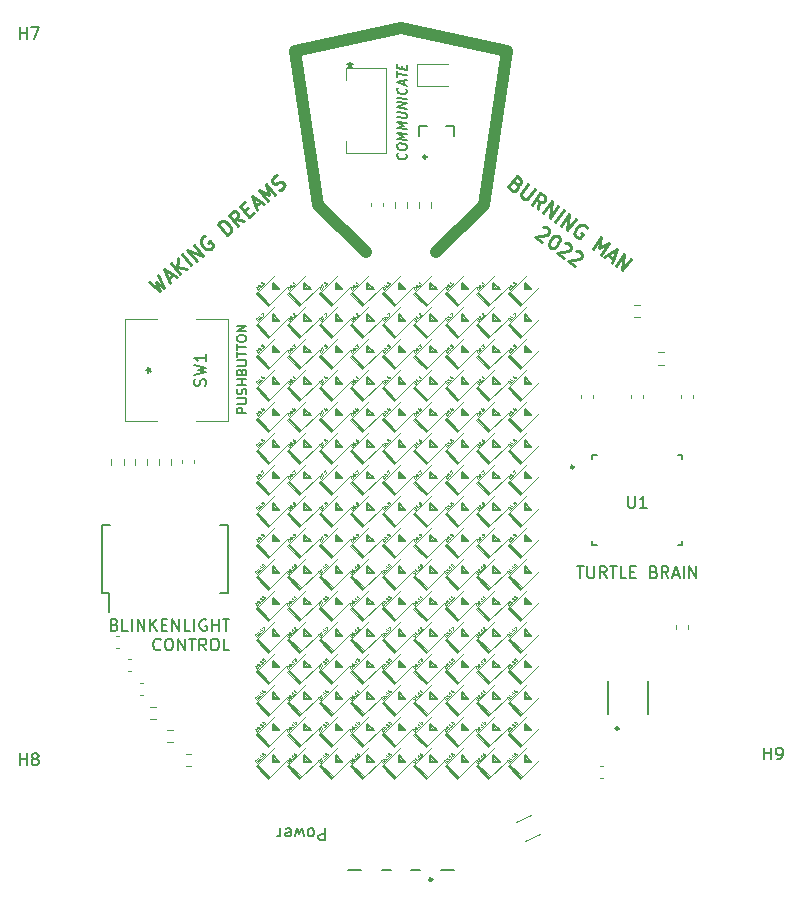
<source format=gbr>
G04 #@! TF.GenerationSoftware,KiCad,Pcbnew,(5.1.12-1-10_14)*
G04 #@! TF.CreationDate,2021-12-02T19:43:45-05:00*
G04 #@! TF.ProjectId,blinky,626c696e-6b79-42e6-9b69-6361645f7063,rev?*
G04 #@! TF.SameCoordinates,Original*
G04 #@! TF.FileFunction,Legend,Top*
G04 #@! TF.FilePolarity,Positive*
%FSLAX46Y46*%
G04 Gerber Fmt 4.6, Leading zero omitted, Abs format (unit mm)*
G04 Created by KiCad (PCBNEW (5.1.12-1-10_14)) date 2021-12-02 19:43:45*
%MOMM*%
%LPD*%
G01*
G04 APERTURE LIST*
%ADD10C,0.150000*%
%ADD11C,0.250000*%
%ADD12C,1.000000*%
%ADD13C,0.120000*%
%ADD14C,0.200000*%
%ADD15C,0.140000*%
%ADD16C,0.062500*%
G04 APERTURE END LIST*
D10*
X183576190Y-108797619D02*
X183576190Y-109797619D01*
X183195238Y-109797619D01*
X183100000Y-109750000D01*
X183052380Y-109702380D01*
X183004761Y-109607142D01*
X183004761Y-109464285D01*
X183052380Y-109369047D01*
X183100000Y-109321428D01*
X183195238Y-109273809D01*
X183576190Y-109273809D01*
X182433333Y-108797619D02*
X182528571Y-108845238D01*
X182576190Y-108892857D01*
X182623809Y-108988095D01*
X182623809Y-109273809D01*
X182576190Y-109369047D01*
X182528571Y-109416666D01*
X182433333Y-109464285D01*
X182290476Y-109464285D01*
X182195238Y-109416666D01*
X182147619Y-109369047D01*
X182100000Y-109273809D01*
X182100000Y-108988095D01*
X182147619Y-108892857D01*
X182195238Y-108845238D01*
X182290476Y-108797619D01*
X182433333Y-108797619D01*
X181766666Y-109464285D02*
X181576190Y-108797619D01*
X181385714Y-109273809D01*
X181195238Y-108797619D01*
X181004761Y-109464285D01*
X180242857Y-108845238D02*
X180338095Y-108797619D01*
X180528571Y-108797619D01*
X180623809Y-108845238D01*
X180671428Y-108940476D01*
X180671428Y-109321428D01*
X180623809Y-109416666D01*
X180528571Y-109464285D01*
X180338095Y-109464285D01*
X180242857Y-109416666D01*
X180195238Y-109321428D01*
X180195238Y-109226190D01*
X180671428Y-109130952D01*
X179766666Y-108797619D02*
X179766666Y-109464285D01*
X179766666Y-109273809D02*
X179719047Y-109369047D01*
X179671428Y-109416666D01*
X179576190Y-109464285D01*
X179480952Y-109464285D01*
X176911904Y-73645238D02*
X176111904Y-73645238D01*
X176111904Y-73340476D01*
X176150000Y-73264285D01*
X176188095Y-73226190D01*
X176264285Y-73188095D01*
X176378571Y-73188095D01*
X176454761Y-73226190D01*
X176492857Y-73264285D01*
X176530952Y-73340476D01*
X176530952Y-73645238D01*
X176111904Y-72845238D02*
X176759523Y-72845238D01*
X176835714Y-72807142D01*
X176873809Y-72769047D01*
X176911904Y-72692857D01*
X176911904Y-72540476D01*
X176873809Y-72464285D01*
X176835714Y-72426190D01*
X176759523Y-72388095D01*
X176111904Y-72388095D01*
X176873809Y-72045238D02*
X176911904Y-71930952D01*
X176911904Y-71740476D01*
X176873809Y-71664285D01*
X176835714Y-71626190D01*
X176759523Y-71588095D01*
X176683333Y-71588095D01*
X176607142Y-71626190D01*
X176569047Y-71664285D01*
X176530952Y-71740476D01*
X176492857Y-71892857D01*
X176454761Y-71969047D01*
X176416666Y-72007142D01*
X176340476Y-72045238D01*
X176264285Y-72045238D01*
X176188095Y-72007142D01*
X176150000Y-71969047D01*
X176111904Y-71892857D01*
X176111904Y-71702380D01*
X176150000Y-71588095D01*
X176911904Y-71245238D02*
X176111904Y-71245238D01*
X176492857Y-71245238D02*
X176492857Y-70788095D01*
X176911904Y-70788095D02*
X176111904Y-70788095D01*
X176492857Y-70140476D02*
X176530952Y-70026190D01*
X176569047Y-69988095D01*
X176645238Y-69950000D01*
X176759523Y-69950000D01*
X176835714Y-69988095D01*
X176873809Y-70026190D01*
X176911904Y-70102380D01*
X176911904Y-70407142D01*
X176111904Y-70407142D01*
X176111904Y-70140476D01*
X176150000Y-70064285D01*
X176188095Y-70026190D01*
X176264285Y-69988095D01*
X176340476Y-69988095D01*
X176416666Y-70026190D01*
X176454761Y-70064285D01*
X176492857Y-70140476D01*
X176492857Y-70407142D01*
X176111904Y-69607142D02*
X176759523Y-69607142D01*
X176835714Y-69569047D01*
X176873809Y-69530952D01*
X176911904Y-69454761D01*
X176911904Y-69302380D01*
X176873809Y-69226190D01*
X176835714Y-69188095D01*
X176759523Y-69150000D01*
X176111904Y-69150000D01*
X176111904Y-68883333D02*
X176111904Y-68426190D01*
X176911904Y-68654761D02*
X176111904Y-68654761D01*
X176111904Y-68273809D02*
X176111904Y-67816666D01*
X176911904Y-68045238D02*
X176111904Y-68045238D01*
X176111904Y-67397619D02*
X176111904Y-67245238D01*
X176150000Y-67169047D01*
X176226190Y-67092857D01*
X176378571Y-67054761D01*
X176645238Y-67054761D01*
X176797619Y-67092857D01*
X176873809Y-67169047D01*
X176911904Y-67245238D01*
X176911904Y-67397619D01*
X176873809Y-67473809D01*
X176797619Y-67550000D01*
X176645238Y-67588095D01*
X176378571Y-67588095D01*
X176226190Y-67550000D01*
X176150000Y-67473809D01*
X176111904Y-67397619D01*
X176911904Y-66711904D02*
X176111904Y-66711904D01*
X176911904Y-66254761D01*
X176111904Y-66254761D01*
X190385714Y-51696711D02*
X190423809Y-51739568D01*
X190461904Y-51858616D01*
X190461904Y-51934806D01*
X190423809Y-52044330D01*
X190347619Y-52110997D01*
X190271428Y-52139568D01*
X190119047Y-52158616D01*
X190004761Y-52144330D01*
X189852380Y-52087187D01*
X189776190Y-52039568D01*
X189700000Y-51953854D01*
X189661904Y-51834806D01*
X189661904Y-51758616D01*
X189700000Y-51649092D01*
X189738095Y-51615758D01*
X189661904Y-51110997D02*
X189661904Y-50958616D01*
X189700000Y-50887187D01*
X189776190Y-50820520D01*
X189928571Y-50801473D01*
X190195238Y-50834806D01*
X190347619Y-50891949D01*
X190423809Y-50977663D01*
X190461904Y-51058616D01*
X190461904Y-51210997D01*
X190423809Y-51282425D01*
X190347619Y-51349092D01*
X190195238Y-51368139D01*
X189928571Y-51334806D01*
X189776190Y-51277663D01*
X189700000Y-51191949D01*
X189661904Y-51110997D01*
X190461904Y-50525282D02*
X189661904Y-50425282D01*
X190233333Y-50230044D01*
X189661904Y-49891949D01*
X190461904Y-49991949D01*
X190461904Y-49610997D02*
X189661904Y-49510997D01*
X190233333Y-49315758D01*
X189661904Y-48977663D01*
X190461904Y-49077663D01*
X189661904Y-48596711D02*
X190309523Y-48677663D01*
X190385714Y-48649092D01*
X190423809Y-48615758D01*
X190461904Y-48544330D01*
X190461904Y-48391949D01*
X190423809Y-48310997D01*
X190385714Y-48268139D01*
X190309523Y-48220520D01*
X189661904Y-48139568D01*
X190461904Y-47858616D02*
X189661904Y-47758616D01*
X190461904Y-47401473D01*
X189661904Y-47301473D01*
X190461904Y-47020520D02*
X189661904Y-46920520D01*
X190385714Y-46172901D02*
X190423809Y-46215758D01*
X190461904Y-46334806D01*
X190461904Y-46410997D01*
X190423809Y-46520520D01*
X190347619Y-46587187D01*
X190271428Y-46615758D01*
X190119047Y-46634806D01*
X190004761Y-46620520D01*
X189852380Y-46563377D01*
X189776190Y-46515758D01*
X189700000Y-46430044D01*
X189661904Y-46310997D01*
X189661904Y-46234806D01*
X189700000Y-46125282D01*
X189738095Y-46091949D01*
X190233333Y-45849092D02*
X190233333Y-45468139D01*
X190461904Y-45953854D02*
X189661904Y-45587187D01*
X190461904Y-45420520D01*
X189661904Y-45168139D02*
X189661904Y-44710997D01*
X190461904Y-45039568D02*
X189661904Y-44939568D01*
X190042857Y-44491949D02*
X190042857Y-44225282D01*
X190461904Y-44163377D02*
X190461904Y-44544330D01*
X189661904Y-44444330D01*
X189661904Y-44063377D01*
X165742976Y-91553571D02*
X165885833Y-91601190D01*
X165933452Y-91648809D01*
X165981071Y-91744047D01*
X165981071Y-91886904D01*
X165933452Y-91982142D01*
X165885833Y-92029761D01*
X165790595Y-92077380D01*
X165409642Y-92077380D01*
X165409642Y-91077380D01*
X165742976Y-91077380D01*
X165838214Y-91125000D01*
X165885833Y-91172619D01*
X165933452Y-91267857D01*
X165933452Y-91363095D01*
X165885833Y-91458333D01*
X165838214Y-91505952D01*
X165742976Y-91553571D01*
X165409642Y-91553571D01*
X166885833Y-92077380D02*
X166409642Y-92077380D01*
X166409642Y-91077380D01*
X167219166Y-92077380D02*
X167219166Y-91077380D01*
X167695357Y-92077380D02*
X167695357Y-91077380D01*
X168266785Y-92077380D01*
X168266785Y-91077380D01*
X168742976Y-92077380D02*
X168742976Y-91077380D01*
X169314404Y-92077380D02*
X168885833Y-91505952D01*
X169314404Y-91077380D02*
X168742976Y-91648809D01*
X169742976Y-91553571D02*
X170076309Y-91553571D01*
X170219166Y-92077380D02*
X169742976Y-92077380D01*
X169742976Y-91077380D01*
X170219166Y-91077380D01*
X170647738Y-92077380D02*
X170647738Y-91077380D01*
X171219166Y-92077380D01*
X171219166Y-91077380D01*
X172171547Y-92077380D02*
X171695357Y-92077380D01*
X171695357Y-91077380D01*
X172504880Y-92077380D02*
X172504880Y-91077380D01*
X173504880Y-91125000D02*
X173409642Y-91077380D01*
X173266785Y-91077380D01*
X173123928Y-91125000D01*
X173028690Y-91220238D01*
X172981071Y-91315476D01*
X172933452Y-91505952D01*
X172933452Y-91648809D01*
X172981071Y-91839285D01*
X173028690Y-91934523D01*
X173123928Y-92029761D01*
X173266785Y-92077380D01*
X173362023Y-92077380D01*
X173504880Y-92029761D01*
X173552500Y-91982142D01*
X173552500Y-91648809D01*
X173362023Y-91648809D01*
X173981071Y-92077380D02*
X173981071Y-91077380D01*
X173981071Y-91553571D02*
X174552500Y-91553571D01*
X174552500Y-92077380D02*
X174552500Y-91077380D01*
X174885833Y-91077380D02*
X175457261Y-91077380D01*
X175171547Y-92077380D02*
X175171547Y-91077380D01*
X169647738Y-93632142D02*
X169600119Y-93679761D01*
X169457261Y-93727380D01*
X169362023Y-93727380D01*
X169219166Y-93679761D01*
X169123928Y-93584523D01*
X169076309Y-93489285D01*
X169028690Y-93298809D01*
X169028690Y-93155952D01*
X169076309Y-92965476D01*
X169123928Y-92870238D01*
X169219166Y-92775000D01*
X169362023Y-92727380D01*
X169457261Y-92727380D01*
X169600119Y-92775000D01*
X169647738Y-92822619D01*
X170266785Y-92727380D02*
X170457261Y-92727380D01*
X170552500Y-92775000D01*
X170647738Y-92870238D01*
X170695357Y-93060714D01*
X170695357Y-93394047D01*
X170647738Y-93584523D01*
X170552500Y-93679761D01*
X170457261Y-93727380D01*
X170266785Y-93727380D01*
X170171547Y-93679761D01*
X170076309Y-93584523D01*
X170028690Y-93394047D01*
X170028690Y-93060714D01*
X170076309Y-92870238D01*
X170171547Y-92775000D01*
X170266785Y-92727380D01*
X171123928Y-93727380D02*
X171123928Y-92727380D01*
X171695357Y-93727380D01*
X171695357Y-92727380D01*
X172028690Y-92727380D02*
X172600119Y-92727380D01*
X172314404Y-93727380D02*
X172314404Y-92727380D01*
X173504880Y-93727380D02*
X173171547Y-93251190D01*
X172933452Y-93727380D02*
X172933452Y-92727380D01*
X173314404Y-92727380D01*
X173409642Y-92775000D01*
X173457261Y-92822619D01*
X173504880Y-92917857D01*
X173504880Y-93060714D01*
X173457261Y-93155952D01*
X173409642Y-93203571D01*
X173314404Y-93251190D01*
X172933452Y-93251190D01*
X174123928Y-92727380D02*
X174314404Y-92727380D01*
X174409642Y-92775000D01*
X174504880Y-92870238D01*
X174552500Y-93060714D01*
X174552500Y-93394047D01*
X174504880Y-93584523D01*
X174409642Y-93679761D01*
X174314404Y-93727380D01*
X174123928Y-93727380D01*
X174028690Y-93679761D01*
X173933452Y-93584523D01*
X173885833Y-93394047D01*
X173885833Y-93060714D01*
X173933452Y-92870238D01*
X174028690Y-92775000D01*
X174123928Y-92727380D01*
X175457261Y-93727380D02*
X174981071Y-93727380D01*
X174981071Y-92727380D01*
X204880952Y-86602380D02*
X205452380Y-86602380D01*
X205166666Y-87602380D02*
X205166666Y-86602380D01*
X205785714Y-86602380D02*
X205785714Y-87411904D01*
X205833333Y-87507142D01*
X205880952Y-87554761D01*
X205976190Y-87602380D01*
X206166666Y-87602380D01*
X206261904Y-87554761D01*
X206309523Y-87507142D01*
X206357142Y-87411904D01*
X206357142Y-86602380D01*
X207404761Y-87602380D02*
X207071428Y-87126190D01*
X206833333Y-87602380D02*
X206833333Y-86602380D01*
X207214285Y-86602380D01*
X207309523Y-86650000D01*
X207357142Y-86697619D01*
X207404761Y-86792857D01*
X207404761Y-86935714D01*
X207357142Y-87030952D01*
X207309523Y-87078571D01*
X207214285Y-87126190D01*
X206833333Y-87126190D01*
X207690476Y-86602380D02*
X208261904Y-86602380D01*
X207976190Y-87602380D02*
X207976190Y-86602380D01*
X209071428Y-87602380D02*
X208595238Y-87602380D01*
X208595238Y-86602380D01*
X209404761Y-87078571D02*
X209738095Y-87078571D01*
X209880952Y-87602380D02*
X209404761Y-87602380D01*
X209404761Y-86602380D01*
X209880952Y-86602380D01*
X211404761Y-87078571D02*
X211547619Y-87126190D01*
X211595238Y-87173809D01*
X211642857Y-87269047D01*
X211642857Y-87411904D01*
X211595238Y-87507142D01*
X211547619Y-87554761D01*
X211452380Y-87602380D01*
X211071428Y-87602380D01*
X211071428Y-86602380D01*
X211404761Y-86602380D01*
X211500000Y-86650000D01*
X211547619Y-86697619D01*
X211595238Y-86792857D01*
X211595238Y-86888095D01*
X211547619Y-86983333D01*
X211500000Y-87030952D01*
X211404761Y-87078571D01*
X211071428Y-87078571D01*
X212642857Y-87602380D02*
X212309523Y-87126190D01*
X212071428Y-87602380D02*
X212071428Y-86602380D01*
X212452380Y-86602380D01*
X212547619Y-86650000D01*
X212595238Y-86697619D01*
X212642857Y-86792857D01*
X212642857Y-86935714D01*
X212595238Y-87030952D01*
X212547619Y-87078571D01*
X212452380Y-87126190D01*
X212071428Y-87126190D01*
X213023809Y-87316666D02*
X213500000Y-87316666D01*
X212928571Y-87602380D02*
X213261904Y-86602380D01*
X213595238Y-87602380D01*
X213928571Y-87602380D02*
X213928571Y-86602380D01*
X214404761Y-87602380D02*
X214404761Y-86602380D01*
X214976190Y-87602380D01*
X214976190Y-86602380D01*
D11*
X199775644Y-54257908D02*
X199880745Y-54404901D01*
X199893387Y-54484718D01*
X199872441Y-54610765D01*
X199771678Y-54749453D01*
X199658273Y-54808325D01*
X199578456Y-54820966D01*
X199452409Y-54800021D01*
X199082573Y-54531319D01*
X199787915Y-53560498D01*
X200111522Y-53795612D01*
X200170393Y-53909017D01*
X200183035Y-53988835D01*
X200162089Y-54114881D01*
X200094913Y-54207341D01*
X199981508Y-54266212D01*
X199901691Y-54278854D01*
X199775644Y-54257908D01*
X199452038Y-54022794D01*
X200758735Y-54265841D02*
X200187744Y-55051743D01*
X200166798Y-55177790D01*
X200179440Y-55257607D01*
X200238311Y-55371012D01*
X200423229Y-55505363D01*
X200549276Y-55526309D01*
X200629093Y-55513667D01*
X200742498Y-55454796D01*
X201313490Y-54668893D01*
X201625197Y-56378644D02*
X201637468Y-55681234D01*
X201070443Y-55975591D02*
X201775785Y-55004771D01*
X202145622Y-55273472D01*
X202204493Y-55386877D01*
X202217135Y-55466695D01*
X202196189Y-55592742D01*
X202095426Y-55731430D01*
X201982021Y-55790302D01*
X201902203Y-55802943D01*
X201776156Y-55781997D01*
X201406320Y-55513296D01*
X202041263Y-56680933D02*
X202746606Y-55710113D01*
X202596018Y-57083986D01*
X203301360Y-56113166D01*
X203058313Y-57419863D02*
X203763656Y-56449043D01*
X203520609Y-57755741D02*
X204225951Y-56784920D01*
X204075363Y-58158793D01*
X204780705Y-57187973D01*
X205717938Y-57939545D02*
X205659067Y-57826140D01*
X205520378Y-57725377D01*
X205348102Y-57670843D01*
X205188467Y-57696127D01*
X205075062Y-57754998D01*
X204894482Y-57906328D01*
X204793719Y-58045017D01*
X204705597Y-58263523D01*
X204684651Y-58389570D01*
X204709935Y-58549204D01*
X204815036Y-58696197D01*
X204907495Y-58763372D01*
X205079771Y-58817906D01*
X205159589Y-58805264D01*
X205394703Y-58481658D01*
X205209784Y-58347307D01*
X206248152Y-59737417D02*
X206953494Y-58766596D01*
X206773285Y-59695153D01*
X207600708Y-59236824D01*
X206895365Y-60207645D01*
X207512957Y-60232557D02*
X207975253Y-60568434D01*
X207218972Y-60442759D02*
X208247921Y-59707053D01*
X207866186Y-60912987D01*
X208189792Y-61148101D02*
X208895135Y-60177281D01*
X208744547Y-61551154D01*
X209449889Y-60580334D01*
X202052339Y-57880904D02*
X202132157Y-57868262D01*
X202258203Y-57889208D01*
X202489351Y-58057146D01*
X202548223Y-58170551D01*
X202560864Y-58250369D01*
X202539918Y-58376415D01*
X202472743Y-58468875D01*
X202325750Y-58573975D01*
X201367943Y-58725677D01*
X201968927Y-59162318D01*
X203275253Y-58628138D02*
X203367712Y-58695313D01*
X203426584Y-58808718D01*
X203439226Y-58888535D01*
X203418280Y-59014582D01*
X203330158Y-59233088D01*
X203162220Y-59464236D01*
X202981639Y-59615566D01*
X202868234Y-59674438D01*
X202788417Y-59687080D01*
X202662370Y-59666134D01*
X202569911Y-59598958D01*
X202511040Y-59485553D01*
X202498398Y-59405736D01*
X202519344Y-59279689D01*
X202607465Y-59061183D01*
X202775404Y-58830035D01*
X202955984Y-58678705D01*
X203069389Y-58619834D01*
X203149207Y-58607192D01*
X203275253Y-58628138D01*
X203901521Y-59224413D02*
X203981338Y-59211771D01*
X204107385Y-59232717D01*
X204338533Y-59400656D01*
X204397404Y-59514061D01*
X204410046Y-59593878D01*
X204389100Y-59719925D01*
X204321925Y-59812384D01*
X204174932Y-59917485D01*
X203217125Y-60069186D01*
X203818109Y-60505827D01*
X204826112Y-59896167D02*
X204905929Y-59883526D01*
X205031976Y-59904471D01*
X205263124Y-60072410D01*
X205321995Y-60185815D01*
X205334637Y-60265632D01*
X205313691Y-60391679D01*
X205246516Y-60484138D01*
X205099523Y-60589239D01*
X204141716Y-60740941D01*
X204742700Y-61177581D01*
X168627737Y-62569574D02*
X169617952Y-63305173D01*
X169242087Y-62501641D01*
X169968144Y-63011328D01*
X169415669Y-61908421D01*
X170273047Y-62307915D02*
X170710787Y-61940608D01*
X170405884Y-62644020D02*
X169940956Y-61467652D01*
X171018719Y-62129790D01*
X171325137Y-61872675D02*
X170553792Y-60953422D01*
X171850425Y-61431907D02*
X171015690Y-61237195D01*
X171079079Y-60512653D02*
X170994560Y-61478709D01*
X172244390Y-61101330D02*
X171473045Y-60182077D01*
X172682130Y-60734023D02*
X171910785Y-59814770D01*
X173207418Y-60293254D01*
X172436072Y-59374001D01*
X173392056Y-58646430D02*
X173267778Y-58676117D01*
X173136456Y-58786309D01*
X173041865Y-58940275D01*
X173027778Y-59101285D01*
X173057466Y-59225564D01*
X173160615Y-59437390D01*
X173270807Y-59568712D01*
X173461504Y-59707077D01*
X173578739Y-59757894D01*
X173739748Y-59771981D01*
X173907801Y-59705563D01*
X173995349Y-59632101D01*
X174089940Y-59478135D01*
X174096983Y-59397630D01*
X173839868Y-59091213D01*
X173664772Y-59238136D01*
X175264794Y-58566910D02*
X174493449Y-57647657D01*
X174712319Y-57464003D01*
X174880371Y-57397585D01*
X175041381Y-57411672D01*
X175158616Y-57462489D01*
X175349313Y-57600854D01*
X175459505Y-57732176D01*
X175562654Y-57944003D01*
X175592342Y-58068281D01*
X175578255Y-58229291D01*
X175483664Y-58383257D01*
X175264794Y-58566910D01*
X176709335Y-57354797D02*
X176035610Y-57174172D01*
X176184047Y-57795565D02*
X175412702Y-56876312D01*
X175762894Y-56582466D01*
X175887173Y-56552779D01*
X175967677Y-56559822D01*
X176084913Y-56610639D01*
X176195105Y-56741961D01*
X176224792Y-56866240D01*
X176217749Y-56946744D01*
X176166932Y-57063980D01*
X175816740Y-57357826D01*
X176699263Y-56542706D02*
X177005681Y-56285591D01*
X177541040Y-56656913D02*
X177103301Y-57024220D01*
X176331956Y-56104967D01*
X176769695Y-55737660D01*
X177670848Y-56100423D02*
X178108587Y-55733116D01*
X177803684Y-56436529D02*
X177338757Y-55260160D01*
X178416520Y-55922298D01*
X178722938Y-55665183D02*
X177951592Y-54745930D01*
X178808971Y-55145425D01*
X178564428Y-54231700D01*
X179335773Y-55150953D01*
X179693008Y-54776603D02*
X179861061Y-54710185D01*
X180079931Y-54526531D01*
X180130748Y-54409296D01*
X180137791Y-54328791D01*
X180108104Y-54204512D01*
X180034642Y-54116964D01*
X179917407Y-54066147D01*
X179836902Y-54059104D01*
X179712623Y-54088791D01*
X179500797Y-54191940D01*
X179376518Y-54221628D01*
X179296013Y-54214585D01*
X179178778Y-54163767D01*
X179105317Y-54076219D01*
X179075629Y-53951941D01*
X179082672Y-53871436D01*
X179133490Y-53754201D01*
X179352359Y-53570547D01*
X179520412Y-53504129D01*
D12*
X197000000Y-56000000D02*
X193000000Y-60000000D01*
X199000000Y-43000000D02*
X197000000Y-56000000D01*
X183000000Y-56000000D02*
X187000000Y-60000000D01*
X181000000Y-43000000D02*
X183000000Y-56000000D01*
X190000000Y-41000000D02*
X199000000Y-43000000D01*
X181000000Y-43000000D02*
X190000000Y-41000000D01*
D11*
G04 #@! TO.C,SW2*
X192625000Y-113125000D02*
G75*
G03*
X192625000Y-113125000I-125000J0D01*
G01*
D10*
X186625000Y-112300000D02*
X185500000Y-112300000D01*
X189125000Y-112300000D02*
X188375000Y-112300000D01*
X191625000Y-112300000D02*
X190875000Y-112300000D01*
X194500000Y-112300000D02*
X193375000Y-112300000D01*
D13*
G04 #@! TO.C,U3*
X185298200Y-50567940D02*
X185298200Y-51606800D01*
X185298200Y-44393200D02*
X185298200Y-45432060D01*
X188701800Y-44393200D02*
X185298200Y-44393200D01*
X188701800Y-51606800D02*
X188701800Y-44393200D01*
X185298200Y-51606800D02*
X188701800Y-51606800D01*
G04 #@! TO.C,D3.3*
X194731940Y-69922879D02*
X196347679Y-68307140D01*
X193692493Y-68883432D02*
X194731940Y-69922879D01*
X195308232Y-67267693D02*
X193692493Y-68883432D01*
D14*
X195120849Y-67928838D02*
X195686534Y-68494524D01*
X195686534Y-68494524D02*
X195120849Y-68494524D01*
X195120849Y-68494524D02*
X195120849Y-67928838D01*
D15*
X193810000Y-68833332D02*
X194810000Y-69833332D01*
D13*
X193860000Y-68733332D02*
X194860000Y-69733332D01*
X195210000Y-68233332D02*
X195360000Y-68383332D01*
X195360000Y-68383332D02*
X195210000Y-68383332D01*
X195210000Y-68383332D02*
X195510000Y-68383332D01*
G04 #@! TO.C,D9.14*
X178731940Y-99256205D02*
X180347679Y-97640466D01*
X177692493Y-98216758D02*
X178731940Y-99256205D01*
X179308232Y-96601019D02*
X177692493Y-98216758D01*
D14*
X179120849Y-97262164D02*
X179686534Y-97827850D01*
X179686534Y-97827850D02*
X179120849Y-97827850D01*
X179120849Y-97827850D02*
X179120849Y-97262164D01*
D15*
X177810000Y-98166658D02*
X178810000Y-99166658D01*
D13*
X177860000Y-98066658D02*
X178860000Y-99066658D01*
X179210000Y-97566658D02*
X179360000Y-97716658D01*
X179360000Y-97716658D02*
X179210000Y-97716658D01*
X179210000Y-97716658D02*
X179510000Y-97716658D01*
G04 #@! TO.C,D9.13*
X178731940Y-96589539D02*
X180347679Y-94973800D01*
X177692493Y-95550092D02*
X178731940Y-96589539D01*
X179308232Y-93934353D02*
X177692493Y-95550092D01*
D14*
X179120849Y-94595498D02*
X179686534Y-95161184D01*
X179686534Y-95161184D02*
X179120849Y-95161184D01*
X179120849Y-95161184D02*
X179120849Y-94595498D01*
D15*
X177810000Y-95499992D02*
X178810000Y-96499992D01*
D13*
X177860000Y-95399992D02*
X178860000Y-96399992D01*
X179210000Y-94899992D02*
X179360000Y-95049992D01*
X179360000Y-95049992D02*
X179210000Y-95049992D01*
X179210000Y-95049992D02*
X179510000Y-95049992D01*
G04 #@! TO.C,D9.12*
X178731940Y-93922873D02*
X180347679Y-92307134D01*
X177692493Y-92883426D02*
X178731940Y-93922873D01*
X179308232Y-91267687D02*
X177692493Y-92883426D01*
D14*
X179120849Y-91928832D02*
X179686534Y-92494518D01*
X179686534Y-92494518D02*
X179120849Y-92494518D01*
X179120849Y-92494518D02*
X179120849Y-91928832D01*
D15*
X177810000Y-92833326D02*
X178810000Y-93833326D01*
D13*
X177860000Y-92733326D02*
X178860000Y-93733326D01*
X179210000Y-92233326D02*
X179360000Y-92383326D01*
X179360000Y-92383326D02*
X179210000Y-92383326D01*
X179210000Y-92383326D02*
X179510000Y-92383326D01*
G04 #@! TO.C,D9.1*
X178731940Y-64589547D02*
X180347679Y-62973808D01*
X177692493Y-63550100D02*
X178731940Y-64589547D01*
X179308232Y-61934361D02*
X177692493Y-63550100D01*
D14*
X179120849Y-62595506D02*
X179686534Y-63161192D01*
X179686534Y-63161192D02*
X179120849Y-63161192D01*
X179120849Y-63161192D02*
X179120849Y-62595506D01*
D15*
X177810000Y-63500000D02*
X178810000Y-64500000D01*
D13*
X177860000Y-63400000D02*
X178860000Y-64400000D01*
X179210000Y-62900000D02*
X179360000Y-63050000D01*
X179360000Y-63050000D02*
X179210000Y-63050000D01*
X179210000Y-63050000D02*
X179510000Y-63050000D01*
G04 #@! TO.C,D9.2*
X178731940Y-67256213D02*
X180347679Y-65640474D01*
X177692493Y-66216766D02*
X178731940Y-67256213D01*
X179308232Y-64601027D02*
X177692493Y-66216766D01*
D14*
X179120849Y-65262172D02*
X179686534Y-65827858D01*
X179686534Y-65827858D02*
X179120849Y-65827858D01*
X179120849Y-65827858D02*
X179120849Y-65262172D01*
D15*
X177810000Y-66166666D02*
X178810000Y-67166666D01*
D13*
X177860000Y-66066666D02*
X178860000Y-67066666D01*
X179210000Y-65566666D02*
X179360000Y-65716666D01*
X179360000Y-65716666D02*
X179210000Y-65716666D01*
X179210000Y-65716666D02*
X179510000Y-65716666D01*
G04 #@! TO.C,D9.3*
X178731940Y-69922879D02*
X180347679Y-68307140D01*
X177692493Y-68883432D02*
X178731940Y-69922879D01*
X179308232Y-67267693D02*
X177692493Y-68883432D01*
D14*
X179120849Y-67928838D02*
X179686534Y-68494524D01*
X179686534Y-68494524D02*
X179120849Y-68494524D01*
X179120849Y-68494524D02*
X179120849Y-67928838D01*
D15*
X177810000Y-68833332D02*
X178810000Y-69833332D01*
D13*
X177860000Y-68733332D02*
X178860000Y-69733332D01*
X179210000Y-68233332D02*
X179360000Y-68383332D01*
X179360000Y-68383332D02*
X179210000Y-68383332D01*
X179210000Y-68383332D02*
X179510000Y-68383332D01*
G04 #@! TO.C,D9.4*
X178731940Y-72589545D02*
X180347679Y-70973806D01*
X177692493Y-71550098D02*
X178731940Y-72589545D01*
X179308232Y-69934359D02*
X177692493Y-71550098D01*
D14*
X179120849Y-70595504D02*
X179686534Y-71161190D01*
X179686534Y-71161190D02*
X179120849Y-71161190D01*
X179120849Y-71161190D02*
X179120849Y-70595504D01*
D15*
X177810000Y-71499998D02*
X178810000Y-72499998D01*
D13*
X177860000Y-71399998D02*
X178860000Y-72399998D01*
X179210000Y-70899998D02*
X179360000Y-71049998D01*
X179360000Y-71049998D02*
X179210000Y-71049998D01*
X179210000Y-71049998D02*
X179510000Y-71049998D01*
G04 #@! TO.C,D9.5*
X178731940Y-75256211D02*
X180347679Y-73640472D01*
X177692493Y-74216764D02*
X178731940Y-75256211D01*
X179308232Y-72601025D02*
X177692493Y-74216764D01*
D14*
X179120849Y-73262170D02*
X179686534Y-73827856D01*
X179686534Y-73827856D02*
X179120849Y-73827856D01*
X179120849Y-73827856D02*
X179120849Y-73262170D01*
D15*
X177810000Y-74166664D02*
X178810000Y-75166664D01*
D13*
X177860000Y-74066664D02*
X178860000Y-75066664D01*
X179210000Y-73566664D02*
X179360000Y-73716664D01*
X179360000Y-73716664D02*
X179210000Y-73716664D01*
X179210000Y-73716664D02*
X179510000Y-73716664D01*
G04 #@! TO.C,D9.15*
X178731940Y-101922871D02*
X180347679Y-100307132D01*
X177692493Y-100883424D02*
X178731940Y-101922871D01*
X179308232Y-99267685D02*
X177692493Y-100883424D01*
D14*
X179120849Y-99928830D02*
X179686534Y-100494516D01*
X179686534Y-100494516D02*
X179120849Y-100494516D01*
X179120849Y-100494516D02*
X179120849Y-99928830D01*
D15*
X177810000Y-100833324D02*
X178810000Y-101833324D01*
D13*
X177860000Y-100733324D02*
X178860000Y-101733324D01*
X179210000Y-100233324D02*
X179360000Y-100383324D01*
X179360000Y-100383324D02*
X179210000Y-100383324D01*
X179210000Y-100383324D02*
X179510000Y-100383324D01*
G04 #@! TO.C,D9.6*
X178731940Y-77922877D02*
X180347679Y-76307138D01*
X177692493Y-76883430D02*
X178731940Y-77922877D01*
X179308232Y-75267691D02*
X177692493Y-76883430D01*
D14*
X179120849Y-75928836D02*
X179686534Y-76494522D01*
X179686534Y-76494522D02*
X179120849Y-76494522D01*
X179120849Y-76494522D02*
X179120849Y-75928836D01*
D15*
X177810000Y-76833330D02*
X178810000Y-77833330D01*
D13*
X177860000Y-76733330D02*
X178860000Y-77733330D01*
X179210000Y-76233330D02*
X179360000Y-76383330D01*
X179360000Y-76383330D02*
X179210000Y-76383330D01*
X179210000Y-76383330D02*
X179510000Y-76383330D01*
G04 #@! TO.C,D9.7*
X178731940Y-80589543D02*
X180347679Y-78973804D01*
X177692493Y-79550096D02*
X178731940Y-80589543D01*
X179308232Y-77934357D02*
X177692493Y-79550096D01*
D14*
X179120849Y-78595502D02*
X179686534Y-79161188D01*
X179686534Y-79161188D02*
X179120849Y-79161188D01*
X179120849Y-79161188D02*
X179120849Y-78595502D01*
D15*
X177810000Y-79499996D02*
X178810000Y-80499996D01*
D13*
X177860000Y-79399996D02*
X178860000Y-80399996D01*
X179210000Y-78899996D02*
X179360000Y-79049996D01*
X179360000Y-79049996D02*
X179210000Y-79049996D01*
X179210000Y-79049996D02*
X179510000Y-79049996D01*
G04 #@! TO.C,D9.8*
X178731940Y-83256209D02*
X180347679Y-81640470D01*
X177692493Y-82216762D02*
X178731940Y-83256209D01*
X179308232Y-80601023D02*
X177692493Y-82216762D01*
D14*
X179120849Y-81262168D02*
X179686534Y-81827854D01*
X179686534Y-81827854D02*
X179120849Y-81827854D01*
X179120849Y-81827854D02*
X179120849Y-81262168D01*
D15*
X177810000Y-82166662D02*
X178810000Y-83166662D01*
D13*
X177860000Y-82066662D02*
X178860000Y-83066662D01*
X179210000Y-81566662D02*
X179360000Y-81716662D01*
X179360000Y-81716662D02*
X179210000Y-81716662D01*
X179210000Y-81716662D02*
X179510000Y-81716662D01*
G04 #@! TO.C,D9.9*
X178731940Y-85922875D02*
X180347679Y-84307136D01*
X177692493Y-84883428D02*
X178731940Y-85922875D01*
X179308232Y-83267689D02*
X177692493Y-84883428D01*
D14*
X179120849Y-83928834D02*
X179686534Y-84494520D01*
X179686534Y-84494520D02*
X179120849Y-84494520D01*
X179120849Y-84494520D02*
X179120849Y-83928834D01*
D15*
X177810000Y-84833328D02*
X178810000Y-85833328D01*
D13*
X177860000Y-84733328D02*
X178860000Y-85733328D01*
X179210000Y-84233328D02*
X179360000Y-84383328D01*
X179360000Y-84383328D02*
X179210000Y-84383328D01*
X179210000Y-84383328D02*
X179510000Y-84383328D01*
G04 #@! TO.C,D9.10*
X178731940Y-88589541D02*
X180347679Y-86973802D01*
X177692493Y-87550094D02*
X178731940Y-88589541D01*
X179308232Y-85934355D02*
X177692493Y-87550094D01*
D14*
X179120849Y-86595500D02*
X179686534Y-87161186D01*
X179686534Y-87161186D02*
X179120849Y-87161186D01*
X179120849Y-87161186D02*
X179120849Y-86595500D01*
D15*
X177810000Y-87499994D02*
X178810000Y-88499994D01*
D13*
X177860000Y-87399994D02*
X178860000Y-88399994D01*
X179210000Y-86899994D02*
X179360000Y-87049994D01*
X179360000Y-87049994D02*
X179210000Y-87049994D01*
X179210000Y-87049994D02*
X179510000Y-87049994D01*
G04 #@! TO.C,D9.11*
X178731940Y-91256207D02*
X180347679Y-89640468D01*
X177692493Y-90216760D02*
X178731940Y-91256207D01*
X179308232Y-88601021D02*
X177692493Y-90216760D01*
D14*
X179120849Y-89262166D02*
X179686534Y-89827852D01*
X179686534Y-89827852D02*
X179120849Y-89827852D01*
X179120849Y-89827852D02*
X179120849Y-89262166D01*
D15*
X177810000Y-90166660D02*
X178810000Y-91166660D01*
D13*
X177860000Y-90066660D02*
X178860000Y-91066660D01*
X179210000Y-89566660D02*
X179360000Y-89716660D01*
X179360000Y-89716660D02*
X179210000Y-89716660D01*
X179210000Y-89716660D02*
X179510000Y-89716660D01*
G04 #@! TO.C,D9.16*
X178731940Y-104589537D02*
X180347679Y-102973798D01*
X177692493Y-103550090D02*
X178731940Y-104589537D01*
X179308232Y-101934351D02*
X177692493Y-103550090D01*
D14*
X179120849Y-102595496D02*
X179686534Y-103161182D01*
X179686534Y-103161182D02*
X179120849Y-103161182D01*
X179120849Y-103161182D02*
X179120849Y-102595496D01*
D15*
X177810000Y-103499990D02*
X178810000Y-104499990D01*
D13*
X177860000Y-103399990D02*
X178860000Y-104399990D01*
X179210000Y-102899990D02*
X179360000Y-103049990D01*
X179360000Y-103049990D02*
X179210000Y-103049990D01*
X179210000Y-103049990D02*
X179510000Y-103049990D01*
G04 #@! TO.C,D8.14*
X181401940Y-99256205D02*
X183017679Y-97640466D01*
X180362493Y-98216758D02*
X181401940Y-99256205D01*
X181978232Y-96601019D02*
X180362493Y-98216758D01*
D14*
X181790849Y-97262164D02*
X182356534Y-97827850D01*
X182356534Y-97827850D02*
X181790849Y-97827850D01*
X181790849Y-97827850D02*
X181790849Y-97262164D01*
D15*
X180480000Y-98166658D02*
X181480000Y-99166658D01*
D13*
X180530000Y-98066658D02*
X181530000Y-99066658D01*
X181880000Y-97566658D02*
X182030000Y-97716658D01*
X182030000Y-97716658D02*
X181880000Y-97716658D01*
X181880000Y-97716658D02*
X182180000Y-97716658D01*
G04 #@! TO.C,D8.13*
X181401940Y-96589539D02*
X183017679Y-94973800D01*
X180362493Y-95550092D02*
X181401940Y-96589539D01*
X181978232Y-93934353D02*
X180362493Y-95550092D01*
D14*
X181790849Y-94595498D02*
X182356534Y-95161184D01*
X182356534Y-95161184D02*
X181790849Y-95161184D01*
X181790849Y-95161184D02*
X181790849Y-94595498D01*
D15*
X180480000Y-95499992D02*
X181480000Y-96499992D01*
D13*
X180530000Y-95399992D02*
X181530000Y-96399992D01*
X181880000Y-94899992D02*
X182030000Y-95049992D01*
X182030000Y-95049992D02*
X181880000Y-95049992D01*
X181880000Y-95049992D02*
X182180000Y-95049992D01*
G04 #@! TO.C,D8.12*
X181401940Y-93922873D02*
X183017679Y-92307134D01*
X180362493Y-92883426D02*
X181401940Y-93922873D01*
X181978232Y-91267687D02*
X180362493Y-92883426D01*
D14*
X181790849Y-91928832D02*
X182356534Y-92494518D01*
X182356534Y-92494518D02*
X181790849Y-92494518D01*
X181790849Y-92494518D02*
X181790849Y-91928832D01*
D15*
X180480000Y-92833326D02*
X181480000Y-93833326D01*
D13*
X180530000Y-92733326D02*
X181530000Y-93733326D01*
X181880000Y-92233326D02*
X182030000Y-92383326D01*
X182030000Y-92383326D02*
X181880000Y-92383326D01*
X181880000Y-92383326D02*
X182180000Y-92383326D01*
G04 #@! TO.C,D8.1*
X181401940Y-64589547D02*
X183017679Y-62973808D01*
X180362493Y-63550100D02*
X181401940Y-64589547D01*
X181978232Y-61934361D02*
X180362493Y-63550100D01*
D14*
X181790849Y-62595506D02*
X182356534Y-63161192D01*
X182356534Y-63161192D02*
X181790849Y-63161192D01*
X181790849Y-63161192D02*
X181790849Y-62595506D01*
D15*
X180480000Y-63500000D02*
X181480000Y-64500000D01*
D13*
X180530000Y-63400000D02*
X181530000Y-64400000D01*
X181880000Y-62900000D02*
X182030000Y-63050000D01*
X182030000Y-63050000D02*
X181880000Y-63050000D01*
X181880000Y-63050000D02*
X182180000Y-63050000D01*
G04 #@! TO.C,D8.2*
X181401940Y-67256213D02*
X183017679Y-65640474D01*
X180362493Y-66216766D02*
X181401940Y-67256213D01*
X181978232Y-64601027D02*
X180362493Y-66216766D01*
D14*
X181790849Y-65262172D02*
X182356534Y-65827858D01*
X182356534Y-65827858D02*
X181790849Y-65827858D01*
X181790849Y-65827858D02*
X181790849Y-65262172D01*
D15*
X180480000Y-66166666D02*
X181480000Y-67166666D01*
D13*
X180530000Y-66066666D02*
X181530000Y-67066666D01*
X181880000Y-65566666D02*
X182030000Y-65716666D01*
X182030000Y-65716666D02*
X181880000Y-65716666D01*
X181880000Y-65716666D02*
X182180000Y-65716666D01*
G04 #@! TO.C,D8.3*
X181401940Y-69922879D02*
X183017679Y-68307140D01*
X180362493Y-68883432D02*
X181401940Y-69922879D01*
X181978232Y-67267693D02*
X180362493Y-68883432D01*
D14*
X181790849Y-67928838D02*
X182356534Y-68494524D01*
X182356534Y-68494524D02*
X181790849Y-68494524D01*
X181790849Y-68494524D02*
X181790849Y-67928838D01*
D15*
X180480000Y-68833332D02*
X181480000Y-69833332D01*
D13*
X180530000Y-68733332D02*
X181530000Y-69733332D01*
X181880000Y-68233332D02*
X182030000Y-68383332D01*
X182030000Y-68383332D02*
X181880000Y-68383332D01*
X181880000Y-68383332D02*
X182180000Y-68383332D01*
G04 #@! TO.C,D8.4*
X181401940Y-72589545D02*
X183017679Y-70973806D01*
X180362493Y-71550098D02*
X181401940Y-72589545D01*
X181978232Y-69934359D02*
X180362493Y-71550098D01*
D14*
X181790849Y-70595504D02*
X182356534Y-71161190D01*
X182356534Y-71161190D02*
X181790849Y-71161190D01*
X181790849Y-71161190D02*
X181790849Y-70595504D01*
D15*
X180480000Y-71499998D02*
X181480000Y-72499998D01*
D13*
X180530000Y-71399998D02*
X181530000Y-72399998D01*
X181880000Y-70899998D02*
X182030000Y-71049998D01*
X182030000Y-71049998D02*
X181880000Y-71049998D01*
X181880000Y-71049998D02*
X182180000Y-71049998D01*
G04 #@! TO.C,D8.5*
X181401940Y-75256211D02*
X183017679Y-73640472D01*
X180362493Y-74216764D02*
X181401940Y-75256211D01*
X181978232Y-72601025D02*
X180362493Y-74216764D01*
D14*
X181790849Y-73262170D02*
X182356534Y-73827856D01*
X182356534Y-73827856D02*
X181790849Y-73827856D01*
X181790849Y-73827856D02*
X181790849Y-73262170D01*
D15*
X180480000Y-74166664D02*
X181480000Y-75166664D01*
D13*
X180530000Y-74066664D02*
X181530000Y-75066664D01*
X181880000Y-73566664D02*
X182030000Y-73716664D01*
X182030000Y-73716664D02*
X181880000Y-73716664D01*
X181880000Y-73716664D02*
X182180000Y-73716664D01*
G04 #@! TO.C,D8.15*
X181401940Y-101922871D02*
X183017679Y-100307132D01*
X180362493Y-100883424D02*
X181401940Y-101922871D01*
X181978232Y-99267685D02*
X180362493Y-100883424D01*
D14*
X181790849Y-99928830D02*
X182356534Y-100494516D01*
X182356534Y-100494516D02*
X181790849Y-100494516D01*
X181790849Y-100494516D02*
X181790849Y-99928830D01*
D15*
X180480000Y-100833324D02*
X181480000Y-101833324D01*
D13*
X180530000Y-100733324D02*
X181530000Y-101733324D01*
X181880000Y-100233324D02*
X182030000Y-100383324D01*
X182030000Y-100383324D02*
X181880000Y-100383324D01*
X181880000Y-100383324D02*
X182180000Y-100383324D01*
G04 #@! TO.C,D8.6*
X181401940Y-77922877D02*
X183017679Y-76307138D01*
X180362493Y-76883430D02*
X181401940Y-77922877D01*
X181978232Y-75267691D02*
X180362493Y-76883430D01*
D14*
X181790849Y-75928836D02*
X182356534Y-76494522D01*
X182356534Y-76494522D02*
X181790849Y-76494522D01*
X181790849Y-76494522D02*
X181790849Y-75928836D01*
D15*
X180480000Y-76833330D02*
X181480000Y-77833330D01*
D13*
X180530000Y-76733330D02*
X181530000Y-77733330D01*
X181880000Y-76233330D02*
X182030000Y-76383330D01*
X182030000Y-76383330D02*
X181880000Y-76383330D01*
X181880000Y-76383330D02*
X182180000Y-76383330D01*
G04 #@! TO.C,D8.7*
X181401940Y-80589543D02*
X183017679Y-78973804D01*
X180362493Y-79550096D02*
X181401940Y-80589543D01*
X181978232Y-77934357D02*
X180362493Y-79550096D01*
D14*
X181790849Y-78595502D02*
X182356534Y-79161188D01*
X182356534Y-79161188D02*
X181790849Y-79161188D01*
X181790849Y-79161188D02*
X181790849Y-78595502D01*
D15*
X180480000Y-79499996D02*
X181480000Y-80499996D01*
D13*
X180530000Y-79399996D02*
X181530000Y-80399996D01*
X181880000Y-78899996D02*
X182030000Y-79049996D01*
X182030000Y-79049996D02*
X181880000Y-79049996D01*
X181880000Y-79049996D02*
X182180000Y-79049996D01*
G04 #@! TO.C,D8.8*
X181401940Y-83256209D02*
X183017679Y-81640470D01*
X180362493Y-82216762D02*
X181401940Y-83256209D01*
X181978232Y-80601023D02*
X180362493Y-82216762D01*
D14*
X181790849Y-81262168D02*
X182356534Y-81827854D01*
X182356534Y-81827854D02*
X181790849Y-81827854D01*
X181790849Y-81827854D02*
X181790849Y-81262168D01*
D15*
X180480000Y-82166662D02*
X181480000Y-83166662D01*
D13*
X180530000Y-82066662D02*
X181530000Y-83066662D01*
X181880000Y-81566662D02*
X182030000Y-81716662D01*
X182030000Y-81716662D02*
X181880000Y-81716662D01*
X181880000Y-81716662D02*
X182180000Y-81716662D01*
G04 #@! TO.C,D8.9*
X181401940Y-85922875D02*
X183017679Y-84307136D01*
X180362493Y-84883428D02*
X181401940Y-85922875D01*
X181978232Y-83267689D02*
X180362493Y-84883428D01*
D14*
X181790849Y-83928834D02*
X182356534Y-84494520D01*
X182356534Y-84494520D02*
X181790849Y-84494520D01*
X181790849Y-84494520D02*
X181790849Y-83928834D01*
D15*
X180480000Y-84833328D02*
X181480000Y-85833328D01*
D13*
X180530000Y-84733328D02*
X181530000Y-85733328D01*
X181880000Y-84233328D02*
X182030000Y-84383328D01*
X182030000Y-84383328D02*
X181880000Y-84383328D01*
X181880000Y-84383328D02*
X182180000Y-84383328D01*
G04 #@! TO.C,D8.10*
X181401940Y-88589541D02*
X183017679Y-86973802D01*
X180362493Y-87550094D02*
X181401940Y-88589541D01*
X181978232Y-85934355D02*
X180362493Y-87550094D01*
D14*
X181790849Y-86595500D02*
X182356534Y-87161186D01*
X182356534Y-87161186D02*
X181790849Y-87161186D01*
X181790849Y-87161186D02*
X181790849Y-86595500D01*
D15*
X180480000Y-87499994D02*
X181480000Y-88499994D01*
D13*
X180530000Y-87399994D02*
X181530000Y-88399994D01*
X181880000Y-86899994D02*
X182030000Y-87049994D01*
X182030000Y-87049994D02*
X181880000Y-87049994D01*
X181880000Y-87049994D02*
X182180000Y-87049994D01*
G04 #@! TO.C,D8.11*
X181401940Y-91256207D02*
X183017679Y-89640468D01*
X180362493Y-90216760D02*
X181401940Y-91256207D01*
X181978232Y-88601021D02*
X180362493Y-90216760D01*
D14*
X181790849Y-89262166D02*
X182356534Y-89827852D01*
X182356534Y-89827852D02*
X181790849Y-89827852D01*
X181790849Y-89827852D02*
X181790849Y-89262166D01*
D15*
X180480000Y-90166660D02*
X181480000Y-91166660D01*
D13*
X180530000Y-90066660D02*
X181530000Y-91066660D01*
X181880000Y-89566660D02*
X182030000Y-89716660D01*
X182030000Y-89716660D02*
X181880000Y-89716660D01*
X181880000Y-89716660D02*
X182180000Y-89716660D01*
G04 #@! TO.C,D8.16*
X181401940Y-104589537D02*
X183017679Y-102973798D01*
X180362493Y-103550090D02*
X181401940Y-104589537D01*
X181978232Y-101934351D02*
X180362493Y-103550090D01*
D14*
X181790849Y-102595496D02*
X182356534Y-103161182D01*
X182356534Y-103161182D02*
X181790849Y-103161182D01*
X181790849Y-103161182D02*
X181790849Y-102595496D01*
D15*
X180480000Y-103499990D02*
X181480000Y-104499990D01*
D13*
X180530000Y-103399990D02*
X181530000Y-104399990D01*
X181880000Y-102899990D02*
X182030000Y-103049990D01*
X182030000Y-103049990D02*
X181880000Y-103049990D01*
X181880000Y-103049990D02*
X182180000Y-103049990D01*
G04 #@! TO.C,D7.14*
X184071940Y-99256205D02*
X185687679Y-97640466D01*
X183032493Y-98216758D02*
X184071940Y-99256205D01*
X184648232Y-96601019D02*
X183032493Y-98216758D01*
D14*
X184460849Y-97262164D02*
X185026534Y-97827850D01*
X185026534Y-97827850D02*
X184460849Y-97827850D01*
X184460849Y-97827850D02*
X184460849Y-97262164D01*
D15*
X183150000Y-98166658D02*
X184150000Y-99166658D01*
D13*
X183200000Y-98066658D02*
X184200000Y-99066658D01*
X184550000Y-97566658D02*
X184700000Y-97716658D01*
X184700000Y-97716658D02*
X184550000Y-97716658D01*
X184550000Y-97716658D02*
X184850000Y-97716658D01*
G04 #@! TO.C,D7.13*
X184071940Y-96589539D02*
X185687679Y-94973800D01*
X183032493Y-95550092D02*
X184071940Y-96589539D01*
X184648232Y-93934353D02*
X183032493Y-95550092D01*
D14*
X184460849Y-94595498D02*
X185026534Y-95161184D01*
X185026534Y-95161184D02*
X184460849Y-95161184D01*
X184460849Y-95161184D02*
X184460849Y-94595498D01*
D15*
X183150000Y-95499992D02*
X184150000Y-96499992D01*
D13*
X183200000Y-95399992D02*
X184200000Y-96399992D01*
X184550000Y-94899992D02*
X184700000Y-95049992D01*
X184700000Y-95049992D02*
X184550000Y-95049992D01*
X184550000Y-95049992D02*
X184850000Y-95049992D01*
G04 #@! TO.C,D7.12*
X184071940Y-93922873D02*
X185687679Y-92307134D01*
X183032493Y-92883426D02*
X184071940Y-93922873D01*
X184648232Y-91267687D02*
X183032493Y-92883426D01*
D14*
X184460849Y-91928832D02*
X185026534Y-92494518D01*
X185026534Y-92494518D02*
X184460849Y-92494518D01*
X184460849Y-92494518D02*
X184460849Y-91928832D01*
D15*
X183150000Y-92833326D02*
X184150000Y-93833326D01*
D13*
X183200000Y-92733326D02*
X184200000Y-93733326D01*
X184550000Y-92233326D02*
X184700000Y-92383326D01*
X184700000Y-92383326D02*
X184550000Y-92383326D01*
X184550000Y-92383326D02*
X184850000Y-92383326D01*
G04 #@! TO.C,D7.1*
X184071940Y-64589547D02*
X185687679Y-62973808D01*
X183032493Y-63550100D02*
X184071940Y-64589547D01*
X184648232Y-61934361D02*
X183032493Y-63550100D01*
D14*
X184460849Y-62595506D02*
X185026534Y-63161192D01*
X185026534Y-63161192D02*
X184460849Y-63161192D01*
X184460849Y-63161192D02*
X184460849Y-62595506D01*
D15*
X183150000Y-63500000D02*
X184150000Y-64500000D01*
D13*
X183200000Y-63400000D02*
X184200000Y-64400000D01*
X184550000Y-62900000D02*
X184700000Y-63050000D01*
X184700000Y-63050000D02*
X184550000Y-63050000D01*
X184550000Y-63050000D02*
X184850000Y-63050000D01*
G04 #@! TO.C,D7.2*
X184071940Y-67256213D02*
X185687679Y-65640474D01*
X183032493Y-66216766D02*
X184071940Y-67256213D01*
X184648232Y-64601027D02*
X183032493Y-66216766D01*
D14*
X184460849Y-65262172D02*
X185026534Y-65827858D01*
X185026534Y-65827858D02*
X184460849Y-65827858D01*
X184460849Y-65827858D02*
X184460849Y-65262172D01*
D15*
X183150000Y-66166666D02*
X184150000Y-67166666D01*
D13*
X183200000Y-66066666D02*
X184200000Y-67066666D01*
X184550000Y-65566666D02*
X184700000Y-65716666D01*
X184700000Y-65716666D02*
X184550000Y-65716666D01*
X184550000Y-65716666D02*
X184850000Y-65716666D01*
G04 #@! TO.C,D7.3*
X184071940Y-69922879D02*
X185687679Y-68307140D01*
X183032493Y-68883432D02*
X184071940Y-69922879D01*
X184648232Y-67267693D02*
X183032493Y-68883432D01*
D14*
X184460849Y-67928838D02*
X185026534Y-68494524D01*
X185026534Y-68494524D02*
X184460849Y-68494524D01*
X184460849Y-68494524D02*
X184460849Y-67928838D01*
D15*
X183150000Y-68833332D02*
X184150000Y-69833332D01*
D13*
X183200000Y-68733332D02*
X184200000Y-69733332D01*
X184550000Y-68233332D02*
X184700000Y-68383332D01*
X184700000Y-68383332D02*
X184550000Y-68383332D01*
X184550000Y-68383332D02*
X184850000Y-68383332D01*
G04 #@! TO.C,D7.4*
X184071940Y-72589545D02*
X185687679Y-70973806D01*
X183032493Y-71550098D02*
X184071940Y-72589545D01*
X184648232Y-69934359D02*
X183032493Y-71550098D01*
D14*
X184460849Y-70595504D02*
X185026534Y-71161190D01*
X185026534Y-71161190D02*
X184460849Y-71161190D01*
X184460849Y-71161190D02*
X184460849Y-70595504D01*
D15*
X183150000Y-71499998D02*
X184150000Y-72499998D01*
D13*
X183200000Y-71399998D02*
X184200000Y-72399998D01*
X184550000Y-70899998D02*
X184700000Y-71049998D01*
X184700000Y-71049998D02*
X184550000Y-71049998D01*
X184550000Y-71049998D02*
X184850000Y-71049998D01*
G04 #@! TO.C,D7.5*
X184071940Y-75256211D02*
X185687679Y-73640472D01*
X183032493Y-74216764D02*
X184071940Y-75256211D01*
X184648232Y-72601025D02*
X183032493Y-74216764D01*
D14*
X184460849Y-73262170D02*
X185026534Y-73827856D01*
X185026534Y-73827856D02*
X184460849Y-73827856D01*
X184460849Y-73827856D02*
X184460849Y-73262170D01*
D15*
X183150000Y-74166664D02*
X184150000Y-75166664D01*
D13*
X183200000Y-74066664D02*
X184200000Y-75066664D01*
X184550000Y-73566664D02*
X184700000Y-73716664D01*
X184700000Y-73716664D02*
X184550000Y-73716664D01*
X184550000Y-73716664D02*
X184850000Y-73716664D01*
G04 #@! TO.C,D7.15*
X184071940Y-101922871D02*
X185687679Y-100307132D01*
X183032493Y-100883424D02*
X184071940Y-101922871D01*
X184648232Y-99267685D02*
X183032493Y-100883424D01*
D14*
X184460849Y-99928830D02*
X185026534Y-100494516D01*
X185026534Y-100494516D02*
X184460849Y-100494516D01*
X184460849Y-100494516D02*
X184460849Y-99928830D01*
D15*
X183150000Y-100833324D02*
X184150000Y-101833324D01*
D13*
X183200000Y-100733324D02*
X184200000Y-101733324D01*
X184550000Y-100233324D02*
X184700000Y-100383324D01*
X184700000Y-100383324D02*
X184550000Y-100383324D01*
X184550000Y-100383324D02*
X184850000Y-100383324D01*
G04 #@! TO.C,D7.6*
X184071940Y-77922877D02*
X185687679Y-76307138D01*
X183032493Y-76883430D02*
X184071940Y-77922877D01*
X184648232Y-75267691D02*
X183032493Y-76883430D01*
D14*
X184460849Y-75928836D02*
X185026534Y-76494522D01*
X185026534Y-76494522D02*
X184460849Y-76494522D01*
X184460849Y-76494522D02*
X184460849Y-75928836D01*
D15*
X183150000Y-76833330D02*
X184150000Y-77833330D01*
D13*
X183200000Y-76733330D02*
X184200000Y-77733330D01*
X184550000Y-76233330D02*
X184700000Y-76383330D01*
X184700000Y-76383330D02*
X184550000Y-76383330D01*
X184550000Y-76383330D02*
X184850000Y-76383330D01*
G04 #@! TO.C,D7.7*
X184071940Y-80589543D02*
X185687679Y-78973804D01*
X183032493Y-79550096D02*
X184071940Y-80589543D01*
X184648232Y-77934357D02*
X183032493Y-79550096D01*
D14*
X184460849Y-78595502D02*
X185026534Y-79161188D01*
X185026534Y-79161188D02*
X184460849Y-79161188D01*
X184460849Y-79161188D02*
X184460849Y-78595502D01*
D15*
X183150000Y-79499996D02*
X184150000Y-80499996D01*
D13*
X183200000Y-79399996D02*
X184200000Y-80399996D01*
X184550000Y-78899996D02*
X184700000Y-79049996D01*
X184700000Y-79049996D02*
X184550000Y-79049996D01*
X184550000Y-79049996D02*
X184850000Y-79049996D01*
G04 #@! TO.C,D7.8*
X184071940Y-83256209D02*
X185687679Y-81640470D01*
X183032493Y-82216762D02*
X184071940Y-83256209D01*
X184648232Y-80601023D02*
X183032493Y-82216762D01*
D14*
X184460849Y-81262168D02*
X185026534Y-81827854D01*
X185026534Y-81827854D02*
X184460849Y-81827854D01*
X184460849Y-81827854D02*
X184460849Y-81262168D01*
D15*
X183150000Y-82166662D02*
X184150000Y-83166662D01*
D13*
X183200000Y-82066662D02*
X184200000Y-83066662D01*
X184550000Y-81566662D02*
X184700000Y-81716662D01*
X184700000Y-81716662D02*
X184550000Y-81716662D01*
X184550000Y-81716662D02*
X184850000Y-81716662D01*
G04 #@! TO.C,D7.9*
X184071940Y-85922875D02*
X185687679Y-84307136D01*
X183032493Y-84883428D02*
X184071940Y-85922875D01*
X184648232Y-83267689D02*
X183032493Y-84883428D01*
D14*
X184460849Y-83928834D02*
X185026534Y-84494520D01*
X185026534Y-84494520D02*
X184460849Y-84494520D01*
X184460849Y-84494520D02*
X184460849Y-83928834D01*
D15*
X183150000Y-84833328D02*
X184150000Y-85833328D01*
D13*
X183200000Y-84733328D02*
X184200000Y-85733328D01*
X184550000Y-84233328D02*
X184700000Y-84383328D01*
X184700000Y-84383328D02*
X184550000Y-84383328D01*
X184550000Y-84383328D02*
X184850000Y-84383328D01*
G04 #@! TO.C,D7.10*
X184071940Y-88589541D02*
X185687679Y-86973802D01*
X183032493Y-87550094D02*
X184071940Y-88589541D01*
X184648232Y-85934355D02*
X183032493Y-87550094D01*
D14*
X184460849Y-86595500D02*
X185026534Y-87161186D01*
X185026534Y-87161186D02*
X184460849Y-87161186D01*
X184460849Y-87161186D02*
X184460849Y-86595500D01*
D15*
X183150000Y-87499994D02*
X184150000Y-88499994D01*
D13*
X183200000Y-87399994D02*
X184200000Y-88399994D01*
X184550000Y-86899994D02*
X184700000Y-87049994D01*
X184700000Y-87049994D02*
X184550000Y-87049994D01*
X184550000Y-87049994D02*
X184850000Y-87049994D01*
G04 #@! TO.C,D7.11*
X184071940Y-91256207D02*
X185687679Y-89640468D01*
X183032493Y-90216760D02*
X184071940Y-91256207D01*
X184648232Y-88601021D02*
X183032493Y-90216760D01*
D14*
X184460849Y-89262166D02*
X185026534Y-89827852D01*
X185026534Y-89827852D02*
X184460849Y-89827852D01*
X184460849Y-89827852D02*
X184460849Y-89262166D01*
D15*
X183150000Y-90166660D02*
X184150000Y-91166660D01*
D13*
X183200000Y-90066660D02*
X184200000Y-91066660D01*
X184550000Y-89566660D02*
X184700000Y-89716660D01*
X184700000Y-89716660D02*
X184550000Y-89716660D01*
X184550000Y-89716660D02*
X184850000Y-89716660D01*
G04 #@! TO.C,D7.16*
X184071940Y-104589537D02*
X185687679Y-102973798D01*
X183032493Y-103550090D02*
X184071940Y-104589537D01*
X184648232Y-101934351D02*
X183032493Y-103550090D01*
D14*
X184460849Y-102595496D02*
X185026534Y-103161182D01*
X185026534Y-103161182D02*
X184460849Y-103161182D01*
X184460849Y-103161182D02*
X184460849Y-102595496D01*
D15*
X183150000Y-103499990D02*
X184150000Y-104499990D01*
D13*
X183200000Y-103399990D02*
X184200000Y-104399990D01*
X184550000Y-102899990D02*
X184700000Y-103049990D01*
X184700000Y-103049990D02*
X184550000Y-103049990D01*
X184550000Y-103049990D02*
X184850000Y-103049990D01*
G04 #@! TO.C,D6.14*
X186731940Y-99256205D02*
X188347679Y-97640466D01*
X185692493Y-98216758D02*
X186731940Y-99256205D01*
X187308232Y-96601019D02*
X185692493Y-98216758D01*
D14*
X187120849Y-97262164D02*
X187686534Y-97827850D01*
X187686534Y-97827850D02*
X187120849Y-97827850D01*
X187120849Y-97827850D02*
X187120849Y-97262164D01*
D15*
X185810000Y-98166658D02*
X186810000Y-99166658D01*
D13*
X185860000Y-98066658D02*
X186860000Y-99066658D01*
X187210000Y-97566658D02*
X187360000Y-97716658D01*
X187360000Y-97716658D02*
X187210000Y-97716658D01*
X187210000Y-97716658D02*
X187510000Y-97716658D01*
G04 #@! TO.C,D6.13*
X186731940Y-96589539D02*
X188347679Y-94973800D01*
X185692493Y-95550092D02*
X186731940Y-96589539D01*
X187308232Y-93934353D02*
X185692493Y-95550092D01*
D14*
X187120849Y-94595498D02*
X187686534Y-95161184D01*
X187686534Y-95161184D02*
X187120849Y-95161184D01*
X187120849Y-95161184D02*
X187120849Y-94595498D01*
D15*
X185810000Y-95499992D02*
X186810000Y-96499992D01*
D13*
X185860000Y-95399992D02*
X186860000Y-96399992D01*
X187210000Y-94899992D02*
X187360000Y-95049992D01*
X187360000Y-95049992D02*
X187210000Y-95049992D01*
X187210000Y-95049992D02*
X187510000Y-95049992D01*
G04 #@! TO.C,D6.12*
X186731940Y-93922873D02*
X188347679Y-92307134D01*
X185692493Y-92883426D02*
X186731940Y-93922873D01*
X187308232Y-91267687D02*
X185692493Y-92883426D01*
D14*
X187120849Y-91928832D02*
X187686534Y-92494518D01*
X187686534Y-92494518D02*
X187120849Y-92494518D01*
X187120849Y-92494518D02*
X187120849Y-91928832D01*
D15*
X185810000Y-92833326D02*
X186810000Y-93833326D01*
D13*
X185860000Y-92733326D02*
X186860000Y-93733326D01*
X187210000Y-92233326D02*
X187360000Y-92383326D01*
X187360000Y-92383326D02*
X187210000Y-92383326D01*
X187210000Y-92383326D02*
X187510000Y-92383326D01*
G04 #@! TO.C,D6.1*
X186731940Y-64589547D02*
X188347679Y-62973808D01*
X185692493Y-63550100D02*
X186731940Y-64589547D01*
X187308232Y-61934361D02*
X185692493Y-63550100D01*
D14*
X187120849Y-62595506D02*
X187686534Y-63161192D01*
X187686534Y-63161192D02*
X187120849Y-63161192D01*
X187120849Y-63161192D02*
X187120849Y-62595506D01*
D15*
X185810000Y-63500000D02*
X186810000Y-64500000D01*
D13*
X185860000Y-63400000D02*
X186860000Y-64400000D01*
X187210000Y-62900000D02*
X187360000Y-63050000D01*
X187360000Y-63050000D02*
X187210000Y-63050000D01*
X187210000Y-63050000D02*
X187510000Y-63050000D01*
G04 #@! TO.C,D6.2*
X186731940Y-67256213D02*
X188347679Y-65640474D01*
X185692493Y-66216766D02*
X186731940Y-67256213D01*
X187308232Y-64601027D02*
X185692493Y-66216766D01*
D14*
X187120849Y-65262172D02*
X187686534Y-65827858D01*
X187686534Y-65827858D02*
X187120849Y-65827858D01*
X187120849Y-65827858D02*
X187120849Y-65262172D01*
D15*
X185810000Y-66166666D02*
X186810000Y-67166666D01*
D13*
X185860000Y-66066666D02*
X186860000Y-67066666D01*
X187210000Y-65566666D02*
X187360000Y-65716666D01*
X187360000Y-65716666D02*
X187210000Y-65716666D01*
X187210000Y-65716666D02*
X187510000Y-65716666D01*
G04 #@! TO.C,D6.3*
X186731940Y-69922879D02*
X188347679Y-68307140D01*
X185692493Y-68883432D02*
X186731940Y-69922879D01*
X187308232Y-67267693D02*
X185692493Y-68883432D01*
D14*
X187120849Y-67928838D02*
X187686534Y-68494524D01*
X187686534Y-68494524D02*
X187120849Y-68494524D01*
X187120849Y-68494524D02*
X187120849Y-67928838D01*
D15*
X185810000Y-68833332D02*
X186810000Y-69833332D01*
D13*
X185860000Y-68733332D02*
X186860000Y-69733332D01*
X187210000Y-68233332D02*
X187360000Y-68383332D01*
X187360000Y-68383332D02*
X187210000Y-68383332D01*
X187210000Y-68383332D02*
X187510000Y-68383332D01*
G04 #@! TO.C,D6.4*
X186731940Y-72589545D02*
X188347679Y-70973806D01*
X185692493Y-71550098D02*
X186731940Y-72589545D01*
X187308232Y-69934359D02*
X185692493Y-71550098D01*
D14*
X187120849Y-70595504D02*
X187686534Y-71161190D01*
X187686534Y-71161190D02*
X187120849Y-71161190D01*
X187120849Y-71161190D02*
X187120849Y-70595504D01*
D15*
X185810000Y-71499998D02*
X186810000Y-72499998D01*
D13*
X185860000Y-71399998D02*
X186860000Y-72399998D01*
X187210000Y-70899998D02*
X187360000Y-71049998D01*
X187360000Y-71049998D02*
X187210000Y-71049998D01*
X187210000Y-71049998D02*
X187510000Y-71049998D01*
G04 #@! TO.C,D6.5*
X186731940Y-75256211D02*
X188347679Y-73640472D01*
X185692493Y-74216764D02*
X186731940Y-75256211D01*
X187308232Y-72601025D02*
X185692493Y-74216764D01*
D14*
X187120849Y-73262170D02*
X187686534Y-73827856D01*
X187686534Y-73827856D02*
X187120849Y-73827856D01*
X187120849Y-73827856D02*
X187120849Y-73262170D01*
D15*
X185810000Y-74166664D02*
X186810000Y-75166664D01*
D13*
X185860000Y-74066664D02*
X186860000Y-75066664D01*
X187210000Y-73566664D02*
X187360000Y-73716664D01*
X187360000Y-73716664D02*
X187210000Y-73716664D01*
X187210000Y-73716664D02*
X187510000Y-73716664D01*
G04 #@! TO.C,D6.15*
X186731940Y-101922871D02*
X188347679Y-100307132D01*
X185692493Y-100883424D02*
X186731940Y-101922871D01*
X187308232Y-99267685D02*
X185692493Y-100883424D01*
D14*
X187120849Y-99928830D02*
X187686534Y-100494516D01*
X187686534Y-100494516D02*
X187120849Y-100494516D01*
X187120849Y-100494516D02*
X187120849Y-99928830D01*
D15*
X185810000Y-100833324D02*
X186810000Y-101833324D01*
D13*
X185860000Y-100733324D02*
X186860000Y-101733324D01*
X187210000Y-100233324D02*
X187360000Y-100383324D01*
X187360000Y-100383324D02*
X187210000Y-100383324D01*
X187210000Y-100383324D02*
X187510000Y-100383324D01*
G04 #@! TO.C,D6.6*
X186731940Y-77922877D02*
X188347679Y-76307138D01*
X185692493Y-76883430D02*
X186731940Y-77922877D01*
X187308232Y-75267691D02*
X185692493Y-76883430D01*
D14*
X187120849Y-75928836D02*
X187686534Y-76494522D01*
X187686534Y-76494522D02*
X187120849Y-76494522D01*
X187120849Y-76494522D02*
X187120849Y-75928836D01*
D15*
X185810000Y-76833330D02*
X186810000Y-77833330D01*
D13*
X185860000Y-76733330D02*
X186860000Y-77733330D01*
X187210000Y-76233330D02*
X187360000Y-76383330D01*
X187360000Y-76383330D02*
X187210000Y-76383330D01*
X187210000Y-76383330D02*
X187510000Y-76383330D01*
G04 #@! TO.C,D6.7*
X186731940Y-80589543D02*
X188347679Y-78973804D01*
X185692493Y-79550096D02*
X186731940Y-80589543D01*
X187308232Y-77934357D02*
X185692493Y-79550096D01*
D14*
X187120849Y-78595502D02*
X187686534Y-79161188D01*
X187686534Y-79161188D02*
X187120849Y-79161188D01*
X187120849Y-79161188D02*
X187120849Y-78595502D01*
D15*
X185810000Y-79499996D02*
X186810000Y-80499996D01*
D13*
X185860000Y-79399996D02*
X186860000Y-80399996D01*
X187210000Y-78899996D02*
X187360000Y-79049996D01*
X187360000Y-79049996D02*
X187210000Y-79049996D01*
X187210000Y-79049996D02*
X187510000Y-79049996D01*
G04 #@! TO.C,D6.8*
X186731940Y-83256209D02*
X188347679Y-81640470D01*
X185692493Y-82216762D02*
X186731940Y-83256209D01*
X187308232Y-80601023D02*
X185692493Y-82216762D01*
D14*
X187120849Y-81262168D02*
X187686534Y-81827854D01*
X187686534Y-81827854D02*
X187120849Y-81827854D01*
X187120849Y-81827854D02*
X187120849Y-81262168D01*
D15*
X185810000Y-82166662D02*
X186810000Y-83166662D01*
D13*
X185860000Y-82066662D02*
X186860000Y-83066662D01*
X187210000Y-81566662D02*
X187360000Y-81716662D01*
X187360000Y-81716662D02*
X187210000Y-81716662D01*
X187210000Y-81716662D02*
X187510000Y-81716662D01*
G04 #@! TO.C,D6.9*
X186731940Y-85922875D02*
X188347679Y-84307136D01*
X185692493Y-84883428D02*
X186731940Y-85922875D01*
X187308232Y-83267689D02*
X185692493Y-84883428D01*
D14*
X187120849Y-83928834D02*
X187686534Y-84494520D01*
X187686534Y-84494520D02*
X187120849Y-84494520D01*
X187120849Y-84494520D02*
X187120849Y-83928834D01*
D15*
X185810000Y-84833328D02*
X186810000Y-85833328D01*
D13*
X185860000Y-84733328D02*
X186860000Y-85733328D01*
X187210000Y-84233328D02*
X187360000Y-84383328D01*
X187360000Y-84383328D02*
X187210000Y-84383328D01*
X187210000Y-84383328D02*
X187510000Y-84383328D01*
G04 #@! TO.C,D6.10*
X186731940Y-88589541D02*
X188347679Y-86973802D01*
X185692493Y-87550094D02*
X186731940Y-88589541D01*
X187308232Y-85934355D02*
X185692493Y-87550094D01*
D14*
X187120849Y-86595500D02*
X187686534Y-87161186D01*
X187686534Y-87161186D02*
X187120849Y-87161186D01*
X187120849Y-87161186D02*
X187120849Y-86595500D01*
D15*
X185810000Y-87499994D02*
X186810000Y-88499994D01*
D13*
X185860000Y-87399994D02*
X186860000Y-88399994D01*
X187210000Y-86899994D02*
X187360000Y-87049994D01*
X187360000Y-87049994D02*
X187210000Y-87049994D01*
X187210000Y-87049994D02*
X187510000Y-87049994D01*
G04 #@! TO.C,D6.11*
X186731940Y-91256207D02*
X188347679Y-89640468D01*
X185692493Y-90216760D02*
X186731940Y-91256207D01*
X187308232Y-88601021D02*
X185692493Y-90216760D01*
D14*
X187120849Y-89262166D02*
X187686534Y-89827852D01*
X187686534Y-89827852D02*
X187120849Y-89827852D01*
X187120849Y-89827852D02*
X187120849Y-89262166D01*
D15*
X185810000Y-90166660D02*
X186810000Y-91166660D01*
D13*
X185860000Y-90066660D02*
X186860000Y-91066660D01*
X187210000Y-89566660D02*
X187360000Y-89716660D01*
X187360000Y-89716660D02*
X187210000Y-89716660D01*
X187210000Y-89716660D02*
X187510000Y-89716660D01*
G04 #@! TO.C,D6.16*
X186731940Y-104589537D02*
X188347679Y-102973798D01*
X185692493Y-103550090D02*
X186731940Y-104589537D01*
X187308232Y-101934351D02*
X185692493Y-103550090D01*
D14*
X187120849Y-102595496D02*
X187686534Y-103161182D01*
X187686534Y-103161182D02*
X187120849Y-103161182D01*
X187120849Y-103161182D02*
X187120849Y-102595496D01*
D15*
X185810000Y-103499990D02*
X186810000Y-104499990D01*
D13*
X185860000Y-103399990D02*
X186860000Y-104399990D01*
X187210000Y-102899990D02*
X187360000Y-103049990D01*
X187360000Y-103049990D02*
X187210000Y-103049990D01*
X187210000Y-103049990D02*
X187510000Y-103049990D01*
G04 #@! TO.C,D5.14*
X189401940Y-99256205D02*
X191017679Y-97640466D01*
X188362493Y-98216758D02*
X189401940Y-99256205D01*
X189978232Y-96601019D02*
X188362493Y-98216758D01*
D14*
X189790849Y-97262164D02*
X190356534Y-97827850D01*
X190356534Y-97827850D02*
X189790849Y-97827850D01*
X189790849Y-97827850D02*
X189790849Y-97262164D01*
D15*
X188480000Y-98166658D02*
X189480000Y-99166658D01*
D13*
X188530000Y-98066658D02*
X189530000Y-99066658D01*
X189880000Y-97566658D02*
X190030000Y-97716658D01*
X190030000Y-97716658D02*
X189880000Y-97716658D01*
X189880000Y-97716658D02*
X190180000Y-97716658D01*
G04 #@! TO.C,D5.13*
X189401940Y-96589539D02*
X191017679Y-94973800D01*
X188362493Y-95550092D02*
X189401940Y-96589539D01*
X189978232Y-93934353D02*
X188362493Y-95550092D01*
D14*
X189790849Y-94595498D02*
X190356534Y-95161184D01*
X190356534Y-95161184D02*
X189790849Y-95161184D01*
X189790849Y-95161184D02*
X189790849Y-94595498D01*
D15*
X188480000Y-95499992D02*
X189480000Y-96499992D01*
D13*
X188530000Y-95399992D02*
X189530000Y-96399992D01*
X189880000Y-94899992D02*
X190030000Y-95049992D01*
X190030000Y-95049992D02*
X189880000Y-95049992D01*
X189880000Y-95049992D02*
X190180000Y-95049992D01*
G04 #@! TO.C,D5.12*
X189401940Y-93922873D02*
X191017679Y-92307134D01*
X188362493Y-92883426D02*
X189401940Y-93922873D01*
X189978232Y-91267687D02*
X188362493Y-92883426D01*
D14*
X189790849Y-91928832D02*
X190356534Y-92494518D01*
X190356534Y-92494518D02*
X189790849Y-92494518D01*
X189790849Y-92494518D02*
X189790849Y-91928832D01*
D15*
X188480000Y-92833326D02*
X189480000Y-93833326D01*
D13*
X188530000Y-92733326D02*
X189530000Y-93733326D01*
X189880000Y-92233326D02*
X190030000Y-92383326D01*
X190030000Y-92383326D02*
X189880000Y-92383326D01*
X189880000Y-92383326D02*
X190180000Y-92383326D01*
G04 #@! TO.C,D5.1*
X189401940Y-64589547D02*
X191017679Y-62973808D01*
X188362493Y-63550100D02*
X189401940Y-64589547D01*
X189978232Y-61934361D02*
X188362493Y-63550100D01*
D14*
X189790849Y-62595506D02*
X190356534Y-63161192D01*
X190356534Y-63161192D02*
X189790849Y-63161192D01*
X189790849Y-63161192D02*
X189790849Y-62595506D01*
D15*
X188480000Y-63500000D02*
X189480000Y-64500000D01*
D13*
X188530000Y-63400000D02*
X189530000Y-64400000D01*
X189880000Y-62900000D02*
X190030000Y-63050000D01*
X190030000Y-63050000D02*
X189880000Y-63050000D01*
X189880000Y-63050000D02*
X190180000Y-63050000D01*
G04 #@! TO.C,D5.2*
X189401940Y-67256213D02*
X191017679Y-65640474D01*
X188362493Y-66216766D02*
X189401940Y-67256213D01*
X189978232Y-64601027D02*
X188362493Y-66216766D01*
D14*
X189790849Y-65262172D02*
X190356534Y-65827858D01*
X190356534Y-65827858D02*
X189790849Y-65827858D01*
X189790849Y-65827858D02*
X189790849Y-65262172D01*
D15*
X188480000Y-66166666D02*
X189480000Y-67166666D01*
D13*
X188530000Y-66066666D02*
X189530000Y-67066666D01*
X189880000Y-65566666D02*
X190030000Y-65716666D01*
X190030000Y-65716666D02*
X189880000Y-65716666D01*
X189880000Y-65716666D02*
X190180000Y-65716666D01*
G04 #@! TO.C,D5.3*
X189401940Y-69922879D02*
X191017679Y-68307140D01*
X188362493Y-68883432D02*
X189401940Y-69922879D01*
X189978232Y-67267693D02*
X188362493Y-68883432D01*
D14*
X189790849Y-67928838D02*
X190356534Y-68494524D01*
X190356534Y-68494524D02*
X189790849Y-68494524D01*
X189790849Y-68494524D02*
X189790849Y-67928838D01*
D15*
X188480000Y-68833332D02*
X189480000Y-69833332D01*
D13*
X188530000Y-68733332D02*
X189530000Y-69733332D01*
X189880000Y-68233332D02*
X190030000Y-68383332D01*
X190030000Y-68383332D02*
X189880000Y-68383332D01*
X189880000Y-68383332D02*
X190180000Y-68383332D01*
G04 #@! TO.C,D5.4*
X189401940Y-72589545D02*
X191017679Y-70973806D01*
X188362493Y-71550098D02*
X189401940Y-72589545D01*
X189978232Y-69934359D02*
X188362493Y-71550098D01*
D14*
X189790849Y-70595504D02*
X190356534Y-71161190D01*
X190356534Y-71161190D02*
X189790849Y-71161190D01*
X189790849Y-71161190D02*
X189790849Y-70595504D01*
D15*
X188480000Y-71499998D02*
X189480000Y-72499998D01*
D13*
X188530000Y-71399998D02*
X189530000Y-72399998D01*
X189880000Y-70899998D02*
X190030000Y-71049998D01*
X190030000Y-71049998D02*
X189880000Y-71049998D01*
X189880000Y-71049998D02*
X190180000Y-71049998D01*
G04 #@! TO.C,D5.5*
X189401940Y-75256211D02*
X191017679Y-73640472D01*
X188362493Y-74216764D02*
X189401940Y-75256211D01*
X189978232Y-72601025D02*
X188362493Y-74216764D01*
D14*
X189790849Y-73262170D02*
X190356534Y-73827856D01*
X190356534Y-73827856D02*
X189790849Y-73827856D01*
X189790849Y-73827856D02*
X189790849Y-73262170D01*
D15*
X188480000Y-74166664D02*
X189480000Y-75166664D01*
D13*
X188530000Y-74066664D02*
X189530000Y-75066664D01*
X189880000Y-73566664D02*
X190030000Y-73716664D01*
X190030000Y-73716664D02*
X189880000Y-73716664D01*
X189880000Y-73716664D02*
X190180000Y-73716664D01*
G04 #@! TO.C,D5.15*
X189401940Y-101922871D02*
X191017679Y-100307132D01*
X188362493Y-100883424D02*
X189401940Y-101922871D01*
X189978232Y-99267685D02*
X188362493Y-100883424D01*
D14*
X189790849Y-99928830D02*
X190356534Y-100494516D01*
X190356534Y-100494516D02*
X189790849Y-100494516D01*
X189790849Y-100494516D02*
X189790849Y-99928830D01*
D15*
X188480000Y-100833324D02*
X189480000Y-101833324D01*
D13*
X188530000Y-100733324D02*
X189530000Y-101733324D01*
X189880000Y-100233324D02*
X190030000Y-100383324D01*
X190030000Y-100383324D02*
X189880000Y-100383324D01*
X189880000Y-100383324D02*
X190180000Y-100383324D01*
G04 #@! TO.C,D5.6*
X189401940Y-77922877D02*
X191017679Y-76307138D01*
X188362493Y-76883430D02*
X189401940Y-77922877D01*
X189978232Y-75267691D02*
X188362493Y-76883430D01*
D14*
X189790849Y-75928836D02*
X190356534Y-76494522D01*
X190356534Y-76494522D02*
X189790849Y-76494522D01*
X189790849Y-76494522D02*
X189790849Y-75928836D01*
D15*
X188480000Y-76833330D02*
X189480000Y-77833330D01*
D13*
X188530000Y-76733330D02*
X189530000Y-77733330D01*
X189880000Y-76233330D02*
X190030000Y-76383330D01*
X190030000Y-76383330D02*
X189880000Y-76383330D01*
X189880000Y-76383330D02*
X190180000Y-76383330D01*
G04 #@! TO.C,D5.7*
X189401940Y-80589543D02*
X191017679Y-78973804D01*
X188362493Y-79550096D02*
X189401940Y-80589543D01*
X189978232Y-77934357D02*
X188362493Y-79550096D01*
D14*
X189790849Y-78595502D02*
X190356534Y-79161188D01*
X190356534Y-79161188D02*
X189790849Y-79161188D01*
X189790849Y-79161188D02*
X189790849Y-78595502D01*
D15*
X188480000Y-79499996D02*
X189480000Y-80499996D01*
D13*
X188530000Y-79399996D02*
X189530000Y-80399996D01*
X189880000Y-78899996D02*
X190030000Y-79049996D01*
X190030000Y-79049996D02*
X189880000Y-79049996D01*
X189880000Y-79049996D02*
X190180000Y-79049996D01*
G04 #@! TO.C,D5.8*
X189401940Y-83256209D02*
X191017679Y-81640470D01*
X188362493Y-82216762D02*
X189401940Y-83256209D01*
X189978232Y-80601023D02*
X188362493Y-82216762D01*
D14*
X189790849Y-81262168D02*
X190356534Y-81827854D01*
X190356534Y-81827854D02*
X189790849Y-81827854D01*
X189790849Y-81827854D02*
X189790849Y-81262168D01*
D15*
X188480000Y-82166662D02*
X189480000Y-83166662D01*
D13*
X188530000Y-82066662D02*
X189530000Y-83066662D01*
X189880000Y-81566662D02*
X190030000Y-81716662D01*
X190030000Y-81716662D02*
X189880000Y-81716662D01*
X189880000Y-81716662D02*
X190180000Y-81716662D01*
G04 #@! TO.C,D5.9*
X189401940Y-85922875D02*
X191017679Y-84307136D01*
X188362493Y-84883428D02*
X189401940Y-85922875D01*
X189978232Y-83267689D02*
X188362493Y-84883428D01*
D14*
X189790849Y-83928834D02*
X190356534Y-84494520D01*
X190356534Y-84494520D02*
X189790849Y-84494520D01*
X189790849Y-84494520D02*
X189790849Y-83928834D01*
D15*
X188480000Y-84833328D02*
X189480000Y-85833328D01*
D13*
X188530000Y-84733328D02*
X189530000Y-85733328D01*
X189880000Y-84233328D02*
X190030000Y-84383328D01*
X190030000Y-84383328D02*
X189880000Y-84383328D01*
X189880000Y-84383328D02*
X190180000Y-84383328D01*
G04 #@! TO.C,D5.10*
X189401940Y-88589541D02*
X191017679Y-86973802D01*
X188362493Y-87550094D02*
X189401940Y-88589541D01*
X189978232Y-85934355D02*
X188362493Y-87550094D01*
D14*
X189790849Y-86595500D02*
X190356534Y-87161186D01*
X190356534Y-87161186D02*
X189790849Y-87161186D01*
X189790849Y-87161186D02*
X189790849Y-86595500D01*
D15*
X188480000Y-87499994D02*
X189480000Y-88499994D01*
D13*
X188530000Y-87399994D02*
X189530000Y-88399994D01*
X189880000Y-86899994D02*
X190030000Y-87049994D01*
X190030000Y-87049994D02*
X189880000Y-87049994D01*
X189880000Y-87049994D02*
X190180000Y-87049994D01*
G04 #@! TO.C,D5.11*
X189401940Y-91256207D02*
X191017679Y-89640468D01*
X188362493Y-90216760D02*
X189401940Y-91256207D01*
X189978232Y-88601021D02*
X188362493Y-90216760D01*
D14*
X189790849Y-89262166D02*
X190356534Y-89827852D01*
X190356534Y-89827852D02*
X189790849Y-89827852D01*
X189790849Y-89827852D02*
X189790849Y-89262166D01*
D15*
X188480000Y-90166660D02*
X189480000Y-91166660D01*
D13*
X188530000Y-90066660D02*
X189530000Y-91066660D01*
X189880000Y-89566660D02*
X190030000Y-89716660D01*
X190030000Y-89716660D02*
X189880000Y-89716660D01*
X189880000Y-89716660D02*
X190180000Y-89716660D01*
G04 #@! TO.C,D5.16*
X189401940Y-104589537D02*
X191017679Y-102973798D01*
X188362493Y-103550090D02*
X189401940Y-104589537D01*
X189978232Y-101934351D02*
X188362493Y-103550090D01*
D14*
X189790849Y-102595496D02*
X190356534Y-103161182D01*
X190356534Y-103161182D02*
X189790849Y-103161182D01*
X189790849Y-103161182D02*
X189790849Y-102595496D01*
D15*
X188480000Y-103499990D02*
X189480000Y-104499990D01*
D13*
X188530000Y-103399990D02*
X189530000Y-104399990D01*
X189880000Y-102899990D02*
X190030000Y-103049990D01*
X190030000Y-103049990D02*
X189880000Y-103049990D01*
X189880000Y-103049990D02*
X190180000Y-103049990D01*
G04 #@! TO.C,D4.14*
X192071940Y-99256205D02*
X193687679Y-97640466D01*
X191032493Y-98216758D02*
X192071940Y-99256205D01*
X192648232Y-96601019D02*
X191032493Y-98216758D01*
D14*
X192460849Y-97262164D02*
X193026534Y-97827850D01*
X193026534Y-97827850D02*
X192460849Y-97827850D01*
X192460849Y-97827850D02*
X192460849Y-97262164D01*
D15*
X191150000Y-98166658D02*
X192150000Y-99166658D01*
D13*
X191200000Y-98066658D02*
X192200000Y-99066658D01*
X192550000Y-97566658D02*
X192700000Y-97716658D01*
X192700000Y-97716658D02*
X192550000Y-97716658D01*
X192550000Y-97716658D02*
X192850000Y-97716658D01*
G04 #@! TO.C,D4.13*
X192071940Y-96589539D02*
X193687679Y-94973800D01*
X191032493Y-95550092D02*
X192071940Y-96589539D01*
X192648232Y-93934353D02*
X191032493Y-95550092D01*
D14*
X192460849Y-94595498D02*
X193026534Y-95161184D01*
X193026534Y-95161184D02*
X192460849Y-95161184D01*
X192460849Y-95161184D02*
X192460849Y-94595498D01*
D15*
X191150000Y-95499992D02*
X192150000Y-96499992D01*
D13*
X191200000Y-95399992D02*
X192200000Y-96399992D01*
X192550000Y-94899992D02*
X192700000Y-95049992D01*
X192700000Y-95049992D02*
X192550000Y-95049992D01*
X192550000Y-95049992D02*
X192850000Y-95049992D01*
G04 #@! TO.C,D4.12*
X192071940Y-93922873D02*
X193687679Y-92307134D01*
X191032493Y-92883426D02*
X192071940Y-93922873D01*
X192648232Y-91267687D02*
X191032493Y-92883426D01*
D14*
X192460849Y-91928832D02*
X193026534Y-92494518D01*
X193026534Y-92494518D02*
X192460849Y-92494518D01*
X192460849Y-92494518D02*
X192460849Y-91928832D01*
D15*
X191150000Y-92833326D02*
X192150000Y-93833326D01*
D13*
X191200000Y-92733326D02*
X192200000Y-93733326D01*
X192550000Y-92233326D02*
X192700000Y-92383326D01*
X192700000Y-92383326D02*
X192550000Y-92383326D01*
X192550000Y-92383326D02*
X192850000Y-92383326D01*
G04 #@! TO.C,D4.1*
X192071940Y-64589547D02*
X193687679Y-62973808D01*
X191032493Y-63550100D02*
X192071940Y-64589547D01*
X192648232Y-61934361D02*
X191032493Y-63550100D01*
D14*
X192460849Y-62595506D02*
X193026534Y-63161192D01*
X193026534Y-63161192D02*
X192460849Y-63161192D01*
X192460849Y-63161192D02*
X192460849Y-62595506D01*
D15*
X191150000Y-63500000D02*
X192150000Y-64500000D01*
D13*
X191200000Y-63400000D02*
X192200000Y-64400000D01*
X192550000Y-62900000D02*
X192700000Y-63050000D01*
X192700000Y-63050000D02*
X192550000Y-63050000D01*
X192550000Y-63050000D02*
X192850000Y-63050000D01*
G04 #@! TO.C,D4.2*
X192071940Y-67256213D02*
X193687679Y-65640474D01*
X191032493Y-66216766D02*
X192071940Y-67256213D01*
X192648232Y-64601027D02*
X191032493Y-66216766D01*
D14*
X192460849Y-65262172D02*
X193026534Y-65827858D01*
X193026534Y-65827858D02*
X192460849Y-65827858D01*
X192460849Y-65827858D02*
X192460849Y-65262172D01*
D15*
X191150000Y-66166666D02*
X192150000Y-67166666D01*
D13*
X191200000Y-66066666D02*
X192200000Y-67066666D01*
X192550000Y-65566666D02*
X192700000Y-65716666D01*
X192700000Y-65716666D02*
X192550000Y-65716666D01*
X192550000Y-65716666D02*
X192850000Y-65716666D01*
G04 #@! TO.C,D4.3*
X192071940Y-69922879D02*
X193687679Y-68307140D01*
X191032493Y-68883432D02*
X192071940Y-69922879D01*
X192648232Y-67267693D02*
X191032493Y-68883432D01*
D14*
X192460849Y-67928838D02*
X193026534Y-68494524D01*
X193026534Y-68494524D02*
X192460849Y-68494524D01*
X192460849Y-68494524D02*
X192460849Y-67928838D01*
D15*
X191150000Y-68833332D02*
X192150000Y-69833332D01*
D13*
X191200000Y-68733332D02*
X192200000Y-69733332D01*
X192550000Y-68233332D02*
X192700000Y-68383332D01*
X192700000Y-68383332D02*
X192550000Y-68383332D01*
X192550000Y-68383332D02*
X192850000Y-68383332D01*
G04 #@! TO.C,D4.4*
X192071940Y-72589545D02*
X193687679Y-70973806D01*
X191032493Y-71550098D02*
X192071940Y-72589545D01*
X192648232Y-69934359D02*
X191032493Y-71550098D01*
D14*
X192460849Y-70595504D02*
X193026534Y-71161190D01*
X193026534Y-71161190D02*
X192460849Y-71161190D01*
X192460849Y-71161190D02*
X192460849Y-70595504D01*
D15*
X191150000Y-71499998D02*
X192150000Y-72499998D01*
D13*
X191200000Y-71399998D02*
X192200000Y-72399998D01*
X192550000Y-70899998D02*
X192700000Y-71049998D01*
X192700000Y-71049998D02*
X192550000Y-71049998D01*
X192550000Y-71049998D02*
X192850000Y-71049998D01*
G04 #@! TO.C,D4.5*
X192071940Y-75256211D02*
X193687679Y-73640472D01*
X191032493Y-74216764D02*
X192071940Y-75256211D01*
X192648232Y-72601025D02*
X191032493Y-74216764D01*
D14*
X192460849Y-73262170D02*
X193026534Y-73827856D01*
X193026534Y-73827856D02*
X192460849Y-73827856D01*
X192460849Y-73827856D02*
X192460849Y-73262170D01*
D15*
X191150000Y-74166664D02*
X192150000Y-75166664D01*
D13*
X191200000Y-74066664D02*
X192200000Y-75066664D01*
X192550000Y-73566664D02*
X192700000Y-73716664D01*
X192700000Y-73716664D02*
X192550000Y-73716664D01*
X192550000Y-73716664D02*
X192850000Y-73716664D01*
G04 #@! TO.C,D4.15*
X192071940Y-101922871D02*
X193687679Y-100307132D01*
X191032493Y-100883424D02*
X192071940Y-101922871D01*
X192648232Y-99267685D02*
X191032493Y-100883424D01*
D14*
X192460849Y-99928830D02*
X193026534Y-100494516D01*
X193026534Y-100494516D02*
X192460849Y-100494516D01*
X192460849Y-100494516D02*
X192460849Y-99928830D01*
D15*
X191150000Y-100833324D02*
X192150000Y-101833324D01*
D13*
X191200000Y-100733324D02*
X192200000Y-101733324D01*
X192550000Y-100233324D02*
X192700000Y-100383324D01*
X192700000Y-100383324D02*
X192550000Y-100383324D01*
X192550000Y-100383324D02*
X192850000Y-100383324D01*
G04 #@! TO.C,D4.6*
X192071940Y-77922877D02*
X193687679Y-76307138D01*
X191032493Y-76883430D02*
X192071940Y-77922877D01*
X192648232Y-75267691D02*
X191032493Y-76883430D01*
D14*
X192460849Y-75928836D02*
X193026534Y-76494522D01*
X193026534Y-76494522D02*
X192460849Y-76494522D01*
X192460849Y-76494522D02*
X192460849Y-75928836D01*
D15*
X191150000Y-76833330D02*
X192150000Y-77833330D01*
D13*
X191200000Y-76733330D02*
X192200000Y-77733330D01*
X192550000Y-76233330D02*
X192700000Y-76383330D01*
X192700000Y-76383330D02*
X192550000Y-76383330D01*
X192550000Y-76383330D02*
X192850000Y-76383330D01*
G04 #@! TO.C,D4.7*
X192071940Y-80589543D02*
X193687679Y-78973804D01*
X191032493Y-79550096D02*
X192071940Y-80589543D01*
X192648232Y-77934357D02*
X191032493Y-79550096D01*
D14*
X192460849Y-78595502D02*
X193026534Y-79161188D01*
X193026534Y-79161188D02*
X192460849Y-79161188D01*
X192460849Y-79161188D02*
X192460849Y-78595502D01*
D15*
X191150000Y-79499996D02*
X192150000Y-80499996D01*
D13*
X191200000Y-79399996D02*
X192200000Y-80399996D01*
X192550000Y-78899996D02*
X192700000Y-79049996D01*
X192700000Y-79049996D02*
X192550000Y-79049996D01*
X192550000Y-79049996D02*
X192850000Y-79049996D01*
G04 #@! TO.C,D4.8*
X192071940Y-83256209D02*
X193687679Y-81640470D01*
X191032493Y-82216762D02*
X192071940Y-83256209D01*
X192648232Y-80601023D02*
X191032493Y-82216762D01*
D14*
X192460849Y-81262168D02*
X193026534Y-81827854D01*
X193026534Y-81827854D02*
X192460849Y-81827854D01*
X192460849Y-81827854D02*
X192460849Y-81262168D01*
D15*
X191150000Y-82166662D02*
X192150000Y-83166662D01*
D13*
X191200000Y-82066662D02*
X192200000Y-83066662D01*
X192550000Y-81566662D02*
X192700000Y-81716662D01*
X192700000Y-81716662D02*
X192550000Y-81716662D01*
X192550000Y-81716662D02*
X192850000Y-81716662D01*
G04 #@! TO.C,D4.9*
X192071940Y-85922875D02*
X193687679Y-84307136D01*
X191032493Y-84883428D02*
X192071940Y-85922875D01*
X192648232Y-83267689D02*
X191032493Y-84883428D01*
D14*
X192460849Y-83928834D02*
X193026534Y-84494520D01*
X193026534Y-84494520D02*
X192460849Y-84494520D01*
X192460849Y-84494520D02*
X192460849Y-83928834D01*
D15*
X191150000Y-84833328D02*
X192150000Y-85833328D01*
D13*
X191200000Y-84733328D02*
X192200000Y-85733328D01*
X192550000Y-84233328D02*
X192700000Y-84383328D01*
X192700000Y-84383328D02*
X192550000Y-84383328D01*
X192550000Y-84383328D02*
X192850000Y-84383328D01*
G04 #@! TO.C,D4.10*
X192071940Y-88589541D02*
X193687679Y-86973802D01*
X191032493Y-87550094D02*
X192071940Y-88589541D01*
X192648232Y-85934355D02*
X191032493Y-87550094D01*
D14*
X192460849Y-86595500D02*
X193026534Y-87161186D01*
X193026534Y-87161186D02*
X192460849Y-87161186D01*
X192460849Y-87161186D02*
X192460849Y-86595500D01*
D15*
X191150000Y-87499994D02*
X192150000Y-88499994D01*
D13*
X191200000Y-87399994D02*
X192200000Y-88399994D01*
X192550000Y-86899994D02*
X192700000Y-87049994D01*
X192700000Y-87049994D02*
X192550000Y-87049994D01*
X192550000Y-87049994D02*
X192850000Y-87049994D01*
G04 #@! TO.C,D4.11*
X192071940Y-91256207D02*
X193687679Y-89640468D01*
X191032493Y-90216760D02*
X192071940Y-91256207D01*
X192648232Y-88601021D02*
X191032493Y-90216760D01*
D14*
X192460849Y-89262166D02*
X193026534Y-89827852D01*
X193026534Y-89827852D02*
X192460849Y-89827852D01*
X192460849Y-89827852D02*
X192460849Y-89262166D01*
D15*
X191150000Y-90166660D02*
X192150000Y-91166660D01*
D13*
X191200000Y-90066660D02*
X192200000Y-91066660D01*
X192550000Y-89566660D02*
X192700000Y-89716660D01*
X192700000Y-89716660D02*
X192550000Y-89716660D01*
X192550000Y-89716660D02*
X192850000Y-89716660D01*
G04 #@! TO.C,D4.16*
X192071940Y-104589537D02*
X193687679Y-102973798D01*
X191032493Y-103550090D02*
X192071940Y-104589537D01*
X192648232Y-101934351D02*
X191032493Y-103550090D01*
D14*
X192460849Y-102595496D02*
X193026534Y-103161182D01*
X193026534Y-103161182D02*
X192460849Y-103161182D01*
X192460849Y-103161182D02*
X192460849Y-102595496D01*
D15*
X191150000Y-103499990D02*
X192150000Y-104499990D01*
D13*
X191200000Y-103399990D02*
X192200000Y-104399990D01*
X192550000Y-102899990D02*
X192700000Y-103049990D01*
X192700000Y-103049990D02*
X192550000Y-103049990D01*
X192550000Y-103049990D02*
X192850000Y-103049990D01*
G04 #@! TO.C,D3.14*
X194731940Y-99256205D02*
X196347679Y-97640466D01*
X193692493Y-98216758D02*
X194731940Y-99256205D01*
X195308232Y-96601019D02*
X193692493Y-98216758D01*
D14*
X195120849Y-97262164D02*
X195686534Y-97827850D01*
X195686534Y-97827850D02*
X195120849Y-97827850D01*
X195120849Y-97827850D02*
X195120849Y-97262164D01*
D15*
X193810000Y-98166658D02*
X194810000Y-99166658D01*
D13*
X193860000Y-98066658D02*
X194860000Y-99066658D01*
X195210000Y-97566658D02*
X195360000Y-97716658D01*
X195360000Y-97716658D02*
X195210000Y-97716658D01*
X195210000Y-97716658D02*
X195510000Y-97716658D01*
G04 #@! TO.C,D3.13*
X194731940Y-96589539D02*
X196347679Y-94973800D01*
X193692493Y-95550092D02*
X194731940Y-96589539D01*
X195308232Y-93934353D02*
X193692493Y-95550092D01*
D14*
X195120849Y-94595498D02*
X195686534Y-95161184D01*
X195686534Y-95161184D02*
X195120849Y-95161184D01*
X195120849Y-95161184D02*
X195120849Y-94595498D01*
D15*
X193810000Y-95499992D02*
X194810000Y-96499992D01*
D13*
X193860000Y-95399992D02*
X194860000Y-96399992D01*
X195210000Y-94899992D02*
X195360000Y-95049992D01*
X195360000Y-95049992D02*
X195210000Y-95049992D01*
X195210000Y-95049992D02*
X195510000Y-95049992D01*
G04 #@! TO.C,D3.12*
X194731940Y-93922873D02*
X196347679Y-92307134D01*
X193692493Y-92883426D02*
X194731940Y-93922873D01*
X195308232Y-91267687D02*
X193692493Y-92883426D01*
D14*
X195120849Y-91928832D02*
X195686534Y-92494518D01*
X195686534Y-92494518D02*
X195120849Y-92494518D01*
X195120849Y-92494518D02*
X195120849Y-91928832D01*
D15*
X193810000Y-92833326D02*
X194810000Y-93833326D01*
D13*
X193860000Y-92733326D02*
X194860000Y-93733326D01*
X195210000Y-92233326D02*
X195360000Y-92383326D01*
X195360000Y-92383326D02*
X195210000Y-92383326D01*
X195210000Y-92383326D02*
X195510000Y-92383326D01*
G04 #@! TO.C,D3.1*
X194731940Y-64589547D02*
X196347679Y-62973808D01*
X193692493Y-63550100D02*
X194731940Y-64589547D01*
X195308232Y-61934361D02*
X193692493Y-63550100D01*
D14*
X195120849Y-62595506D02*
X195686534Y-63161192D01*
X195686534Y-63161192D02*
X195120849Y-63161192D01*
X195120849Y-63161192D02*
X195120849Y-62595506D01*
D15*
X193810000Y-63500000D02*
X194810000Y-64500000D01*
D13*
X193860000Y-63400000D02*
X194860000Y-64400000D01*
X195210000Y-62900000D02*
X195360000Y-63050000D01*
X195360000Y-63050000D02*
X195210000Y-63050000D01*
X195210000Y-63050000D02*
X195510000Y-63050000D01*
G04 #@! TO.C,D3.2*
X194731940Y-67256213D02*
X196347679Y-65640474D01*
X193692493Y-66216766D02*
X194731940Y-67256213D01*
X195308232Y-64601027D02*
X193692493Y-66216766D01*
D14*
X195120849Y-65262172D02*
X195686534Y-65827858D01*
X195686534Y-65827858D02*
X195120849Y-65827858D01*
X195120849Y-65827858D02*
X195120849Y-65262172D01*
D15*
X193810000Y-66166666D02*
X194810000Y-67166666D01*
D13*
X193860000Y-66066666D02*
X194860000Y-67066666D01*
X195210000Y-65566666D02*
X195360000Y-65716666D01*
X195360000Y-65716666D02*
X195210000Y-65716666D01*
X195210000Y-65716666D02*
X195510000Y-65716666D01*
G04 #@! TO.C,D3.4*
X194731940Y-72589545D02*
X196347679Y-70973806D01*
X193692493Y-71550098D02*
X194731940Y-72589545D01*
X195308232Y-69934359D02*
X193692493Y-71550098D01*
D14*
X195120849Y-70595504D02*
X195686534Y-71161190D01*
X195686534Y-71161190D02*
X195120849Y-71161190D01*
X195120849Y-71161190D02*
X195120849Y-70595504D01*
D15*
X193810000Y-71499998D02*
X194810000Y-72499998D01*
D13*
X193860000Y-71399998D02*
X194860000Y-72399998D01*
X195210000Y-70899998D02*
X195360000Y-71049998D01*
X195360000Y-71049998D02*
X195210000Y-71049998D01*
X195210000Y-71049998D02*
X195510000Y-71049998D01*
G04 #@! TO.C,D3.5*
X194731940Y-75256211D02*
X196347679Y-73640472D01*
X193692493Y-74216764D02*
X194731940Y-75256211D01*
X195308232Y-72601025D02*
X193692493Y-74216764D01*
D14*
X195120849Y-73262170D02*
X195686534Y-73827856D01*
X195686534Y-73827856D02*
X195120849Y-73827856D01*
X195120849Y-73827856D02*
X195120849Y-73262170D01*
D15*
X193810000Y-74166664D02*
X194810000Y-75166664D01*
D13*
X193860000Y-74066664D02*
X194860000Y-75066664D01*
X195210000Y-73566664D02*
X195360000Y-73716664D01*
X195360000Y-73716664D02*
X195210000Y-73716664D01*
X195210000Y-73716664D02*
X195510000Y-73716664D01*
G04 #@! TO.C,D3.15*
X194731940Y-101922871D02*
X196347679Y-100307132D01*
X193692493Y-100883424D02*
X194731940Y-101922871D01*
X195308232Y-99267685D02*
X193692493Y-100883424D01*
D14*
X195120849Y-99928830D02*
X195686534Y-100494516D01*
X195686534Y-100494516D02*
X195120849Y-100494516D01*
X195120849Y-100494516D02*
X195120849Y-99928830D01*
D15*
X193810000Y-100833324D02*
X194810000Y-101833324D01*
D13*
X193860000Y-100733324D02*
X194860000Y-101733324D01*
X195210000Y-100233324D02*
X195360000Y-100383324D01*
X195360000Y-100383324D02*
X195210000Y-100383324D01*
X195210000Y-100383324D02*
X195510000Y-100383324D01*
G04 #@! TO.C,D3.6*
X194731940Y-77922877D02*
X196347679Y-76307138D01*
X193692493Y-76883430D02*
X194731940Y-77922877D01*
X195308232Y-75267691D02*
X193692493Y-76883430D01*
D14*
X195120849Y-75928836D02*
X195686534Y-76494522D01*
X195686534Y-76494522D02*
X195120849Y-76494522D01*
X195120849Y-76494522D02*
X195120849Y-75928836D01*
D15*
X193810000Y-76833330D02*
X194810000Y-77833330D01*
D13*
X193860000Y-76733330D02*
X194860000Y-77733330D01*
X195210000Y-76233330D02*
X195360000Y-76383330D01*
X195360000Y-76383330D02*
X195210000Y-76383330D01*
X195210000Y-76383330D02*
X195510000Y-76383330D01*
G04 #@! TO.C,D3.7*
X194731940Y-80589543D02*
X196347679Y-78973804D01*
X193692493Y-79550096D02*
X194731940Y-80589543D01*
X195308232Y-77934357D02*
X193692493Y-79550096D01*
D14*
X195120849Y-78595502D02*
X195686534Y-79161188D01*
X195686534Y-79161188D02*
X195120849Y-79161188D01*
X195120849Y-79161188D02*
X195120849Y-78595502D01*
D15*
X193810000Y-79499996D02*
X194810000Y-80499996D01*
D13*
X193860000Y-79399996D02*
X194860000Y-80399996D01*
X195210000Y-78899996D02*
X195360000Y-79049996D01*
X195360000Y-79049996D02*
X195210000Y-79049996D01*
X195210000Y-79049996D02*
X195510000Y-79049996D01*
G04 #@! TO.C,D3.8*
X194731940Y-83256209D02*
X196347679Y-81640470D01*
X193692493Y-82216762D02*
X194731940Y-83256209D01*
X195308232Y-80601023D02*
X193692493Y-82216762D01*
D14*
X195120849Y-81262168D02*
X195686534Y-81827854D01*
X195686534Y-81827854D02*
X195120849Y-81827854D01*
X195120849Y-81827854D02*
X195120849Y-81262168D01*
D15*
X193810000Y-82166662D02*
X194810000Y-83166662D01*
D13*
X193860000Y-82066662D02*
X194860000Y-83066662D01*
X195210000Y-81566662D02*
X195360000Y-81716662D01*
X195360000Y-81716662D02*
X195210000Y-81716662D01*
X195210000Y-81716662D02*
X195510000Y-81716662D01*
G04 #@! TO.C,D3.9*
X194731940Y-85922875D02*
X196347679Y-84307136D01*
X193692493Y-84883428D02*
X194731940Y-85922875D01*
X195308232Y-83267689D02*
X193692493Y-84883428D01*
D14*
X195120849Y-83928834D02*
X195686534Y-84494520D01*
X195686534Y-84494520D02*
X195120849Y-84494520D01*
X195120849Y-84494520D02*
X195120849Y-83928834D01*
D15*
X193810000Y-84833328D02*
X194810000Y-85833328D01*
D13*
X193860000Y-84733328D02*
X194860000Y-85733328D01*
X195210000Y-84233328D02*
X195360000Y-84383328D01*
X195360000Y-84383328D02*
X195210000Y-84383328D01*
X195210000Y-84383328D02*
X195510000Y-84383328D01*
G04 #@! TO.C,D3.10*
X194731940Y-88589541D02*
X196347679Y-86973802D01*
X193692493Y-87550094D02*
X194731940Y-88589541D01*
X195308232Y-85934355D02*
X193692493Y-87550094D01*
D14*
X195120849Y-86595500D02*
X195686534Y-87161186D01*
X195686534Y-87161186D02*
X195120849Y-87161186D01*
X195120849Y-87161186D02*
X195120849Y-86595500D01*
D15*
X193810000Y-87499994D02*
X194810000Y-88499994D01*
D13*
X193860000Y-87399994D02*
X194860000Y-88399994D01*
X195210000Y-86899994D02*
X195360000Y-87049994D01*
X195360000Y-87049994D02*
X195210000Y-87049994D01*
X195210000Y-87049994D02*
X195510000Y-87049994D01*
G04 #@! TO.C,D3.11*
X194731940Y-91256207D02*
X196347679Y-89640468D01*
X193692493Y-90216760D02*
X194731940Y-91256207D01*
X195308232Y-88601021D02*
X193692493Y-90216760D01*
D14*
X195120849Y-89262166D02*
X195686534Y-89827852D01*
X195686534Y-89827852D02*
X195120849Y-89827852D01*
X195120849Y-89827852D02*
X195120849Y-89262166D01*
D15*
X193810000Y-90166660D02*
X194810000Y-91166660D01*
D13*
X193860000Y-90066660D02*
X194860000Y-91066660D01*
X195210000Y-89566660D02*
X195360000Y-89716660D01*
X195360000Y-89716660D02*
X195210000Y-89716660D01*
X195210000Y-89716660D02*
X195510000Y-89716660D01*
G04 #@! TO.C,D3.16*
X194731940Y-104589537D02*
X196347679Y-102973798D01*
X193692493Y-103550090D02*
X194731940Y-104589537D01*
X195308232Y-101934351D02*
X193692493Y-103550090D01*
D14*
X195120849Y-102595496D02*
X195686534Y-103161182D01*
X195686534Y-103161182D02*
X195120849Y-103161182D01*
X195120849Y-103161182D02*
X195120849Y-102595496D01*
D15*
X193810000Y-103499990D02*
X194810000Y-104499990D01*
D13*
X193860000Y-103399990D02*
X194860000Y-104399990D01*
X195210000Y-102899990D02*
X195360000Y-103049990D01*
X195360000Y-103049990D02*
X195210000Y-103049990D01*
X195210000Y-103049990D02*
X195510000Y-103049990D01*
G04 #@! TO.C,D2.16*
X197401940Y-104589537D02*
X199017679Y-102973798D01*
X196362493Y-103550090D02*
X197401940Y-104589537D01*
X197978232Y-101934351D02*
X196362493Y-103550090D01*
D14*
X197790849Y-102595496D02*
X198356534Y-103161182D01*
X198356534Y-103161182D02*
X197790849Y-103161182D01*
X197790849Y-103161182D02*
X197790849Y-102595496D01*
D15*
X196480000Y-103499990D02*
X197480000Y-104499990D01*
D13*
X196530000Y-103399990D02*
X197530000Y-104399990D01*
X197880000Y-102899990D02*
X198030000Y-103049990D01*
X198030000Y-103049990D02*
X197880000Y-103049990D01*
X197880000Y-103049990D02*
X198180000Y-103049990D01*
G04 #@! TO.C,D2.9*
X197401940Y-85922875D02*
X199017679Y-84307136D01*
X196362493Y-84883428D02*
X197401940Y-85922875D01*
X197978232Y-83267689D02*
X196362493Y-84883428D01*
D14*
X197790849Y-83928834D02*
X198356534Y-84494520D01*
X198356534Y-84494520D02*
X197790849Y-84494520D01*
X197790849Y-84494520D02*
X197790849Y-83928834D01*
D15*
X196480000Y-84833328D02*
X197480000Y-85833328D01*
D13*
X196530000Y-84733328D02*
X197530000Y-85733328D01*
X197880000Y-84233328D02*
X198030000Y-84383328D01*
X198030000Y-84383328D02*
X197880000Y-84383328D01*
X197880000Y-84383328D02*
X198180000Y-84383328D01*
G04 #@! TO.C,D2.8*
X197401940Y-83256209D02*
X199017679Y-81640470D01*
X196362493Y-82216762D02*
X197401940Y-83256209D01*
X197978232Y-80601023D02*
X196362493Y-82216762D01*
D14*
X197790849Y-81262168D02*
X198356534Y-81827854D01*
X198356534Y-81827854D02*
X197790849Y-81827854D01*
X197790849Y-81827854D02*
X197790849Y-81262168D01*
D15*
X196480000Y-82166662D02*
X197480000Y-83166662D01*
D13*
X196530000Y-82066662D02*
X197530000Y-83066662D01*
X197880000Y-81566662D02*
X198030000Y-81716662D01*
X198030000Y-81716662D02*
X197880000Y-81716662D01*
X197880000Y-81716662D02*
X198180000Y-81716662D01*
G04 #@! TO.C,D2.7*
X197401940Y-80589543D02*
X199017679Y-78973804D01*
X196362493Y-79550096D02*
X197401940Y-80589543D01*
X197978232Y-77934357D02*
X196362493Y-79550096D01*
D14*
X197790849Y-78595502D02*
X198356534Y-79161188D01*
X198356534Y-79161188D02*
X197790849Y-79161188D01*
X197790849Y-79161188D02*
X197790849Y-78595502D01*
D15*
X196480000Y-79499996D02*
X197480000Y-80499996D01*
D13*
X196530000Y-79399996D02*
X197530000Y-80399996D01*
X197880000Y-78899996D02*
X198030000Y-79049996D01*
X198030000Y-79049996D02*
X197880000Y-79049996D01*
X197880000Y-79049996D02*
X198180000Y-79049996D01*
G04 #@! TO.C,D2.6*
X197401940Y-77922877D02*
X199017679Y-76307138D01*
X196362493Y-76883430D02*
X197401940Y-77922877D01*
X197978232Y-75267691D02*
X196362493Y-76883430D01*
D14*
X197790849Y-75928836D02*
X198356534Y-76494522D01*
X198356534Y-76494522D02*
X197790849Y-76494522D01*
X197790849Y-76494522D02*
X197790849Y-75928836D01*
D15*
X196480000Y-76833330D02*
X197480000Y-77833330D01*
D13*
X196530000Y-76733330D02*
X197530000Y-77733330D01*
X197880000Y-76233330D02*
X198030000Y-76383330D01*
X198030000Y-76383330D02*
X197880000Y-76383330D01*
X197880000Y-76383330D02*
X198180000Y-76383330D01*
G04 #@! TO.C,D2.5*
X197401940Y-75256211D02*
X199017679Y-73640472D01*
X196362493Y-74216764D02*
X197401940Y-75256211D01*
X197978232Y-72601025D02*
X196362493Y-74216764D01*
D14*
X197790849Y-73262170D02*
X198356534Y-73827856D01*
X198356534Y-73827856D02*
X197790849Y-73827856D01*
X197790849Y-73827856D02*
X197790849Y-73262170D01*
D15*
X196480000Y-74166664D02*
X197480000Y-75166664D01*
D13*
X196530000Y-74066664D02*
X197530000Y-75066664D01*
X197880000Y-73566664D02*
X198030000Y-73716664D01*
X198030000Y-73716664D02*
X197880000Y-73716664D01*
X197880000Y-73716664D02*
X198180000Y-73716664D01*
G04 #@! TO.C,D2.4*
X197401940Y-72589545D02*
X199017679Y-70973806D01*
X196362493Y-71550098D02*
X197401940Y-72589545D01*
X197978232Y-69934359D02*
X196362493Y-71550098D01*
D14*
X197790849Y-70595504D02*
X198356534Y-71161190D01*
X198356534Y-71161190D02*
X197790849Y-71161190D01*
X197790849Y-71161190D02*
X197790849Y-70595504D01*
D15*
X196480000Y-71499998D02*
X197480000Y-72499998D01*
D13*
X196530000Y-71399998D02*
X197530000Y-72399998D01*
X197880000Y-70899998D02*
X198030000Y-71049998D01*
X198030000Y-71049998D02*
X197880000Y-71049998D01*
X197880000Y-71049998D02*
X198180000Y-71049998D01*
G04 #@! TO.C,D2.12*
X197401940Y-93922873D02*
X199017679Y-92307134D01*
X196362493Y-92883426D02*
X197401940Y-93922873D01*
X197978232Y-91267687D02*
X196362493Y-92883426D01*
D14*
X197790849Y-91928832D02*
X198356534Y-92494518D01*
X198356534Y-92494518D02*
X197790849Y-92494518D01*
X197790849Y-92494518D02*
X197790849Y-91928832D01*
D15*
X196480000Y-92833326D02*
X197480000Y-93833326D01*
D13*
X196530000Y-92733326D02*
X197530000Y-93733326D01*
X197880000Y-92233326D02*
X198030000Y-92383326D01*
X198030000Y-92383326D02*
X197880000Y-92383326D01*
X197880000Y-92383326D02*
X198180000Y-92383326D01*
G04 #@! TO.C,D2.15*
X197401940Y-101922871D02*
X199017679Y-100307132D01*
X196362493Y-100883424D02*
X197401940Y-101922871D01*
X197978232Y-99267685D02*
X196362493Y-100883424D01*
D14*
X197790849Y-99928830D02*
X198356534Y-100494516D01*
X198356534Y-100494516D02*
X197790849Y-100494516D01*
X197790849Y-100494516D02*
X197790849Y-99928830D01*
D15*
X196480000Y-100833324D02*
X197480000Y-101833324D01*
D13*
X196530000Y-100733324D02*
X197530000Y-101733324D01*
X197880000Y-100233324D02*
X198030000Y-100383324D01*
X198030000Y-100383324D02*
X197880000Y-100383324D01*
X197880000Y-100383324D02*
X198180000Y-100383324D01*
G04 #@! TO.C,D2.10*
X197401940Y-88589541D02*
X199017679Y-86973802D01*
X196362493Y-87550094D02*
X197401940Y-88589541D01*
X197978232Y-85934355D02*
X196362493Y-87550094D01*
D14*
X197790849Y-86595500D02*
X198356534Y-87161186D01*
X198356534Y-87161186D02*
X197790849Y-87161186D01*
X197790849Y-87161186D02*
X197790849Y-86595500D01*
D15*
X196480000Y-87499994D02*
X197480000Y-88499994D01*
D13*
X196530000Y-87399994D02*
X197530000Y-88399994D01*
X197880000Y-86899994D02*
X198030000Y-87049994D01*
X198030000Y-87049994D02*
X197880000Y-87049994D01*
X197880000Y-87049994D02*
X198180000Y-87049994D01*
G04 #@! TO.C,D2.13*
X197401940Y-96589539D02*
X199017679Y-94973800D01*
X196362493Y-95550092D02*
X197401940Y-96589539D01*
X197978232Y-93934353D02*
X196362493Y-95550092D01*
D14*
X197790849Y-94595498D02*
X198356534Y-95161184D01*
X198356534Y-95161184D02*
X197790849Y-95161184D01*
X197790849Y-95161184D02*
X197790849Y-94595498D01*
D15*
X196480000Y-95499992D02*
X197480000Y-96499992D01*
D13*
X196530000Y-95399992D02*
X197530000Y-96399992D01*
X197880000Y-94899992D02*
X198030000Y-95049992D01*
X198030000Y-95049992D02*
X197880000Y-95049992D01*
X197880000Y-95049992D02*
X198180000Y-95049992D01*
G04 #@! TO.C,D2.3*
X197401940Y-69922879D02*
X199017679Y-68307140D01*
X196362493Y-68883432D02*
X197401940Y-69922879D01*
X197978232Y-67267693D02*
X196362493Y-68883432D01*
D14*
X197790849Y-67928838D02*
X198356534Y-68494524D01*
X198356534Y-68494524D02*
X197790849Y-68494524D01*
X197790849Y-68494524D02*
X197790849Y-67928838D01*
D15*
X196480000Y-68833332D02*
X197480000Y-69833332D01*
D13*
X196530000Y-68733332D02*
X197530000Y-69733332D01*
X197880000Y-68233332D02*
X198030000Y-68383332D01*
X198030000Y-68383332D02*
X197880000Y-68383332D01*
X197880000Y-68383332D02*
X198180000Y-68383332D01*
G04 #@! TO.C,D2.2*
X197401940Y-67256213D02*
X199017679Y-65640474D01*
X196362493Y-66216766D02*
X197401940Y-67256213D01*
X197978232Y-64601027D02*
X196362493Y-66216766D01*
D14*
X197790849Y-65262172D02*
X198356534Y-65827858D01*
X198356534Y-65827858D02*
X197790849Y-65827858D01*
X197790849Y-65827858D02*
X197790849Y-65262172D01*
D15*
X196480000Y-66166666D02*
X197480000Y-67166666D01*
D13*
X196530000Y-66066666D02*
X197530000Y-67066666D01*
X197880000Y-65566666D02*
X198030000Y-65716666D01*
X198030000Y-65716666D02*
X197880000Y-65716666D01*
X197880000Y-65716666D02*
X198180000Y-65716666D01*
G04 #@! TO.C,D2.1*
X197401940Y-64589547D02*
X199017679Y-62973808D01*
X196362493Y-63550100D02*
X197401940Y-64589547D01*
X197978232Y-61934361D02*
X196362493Y-63550100D01*
D14*
X197790849Y-62595506D02*
X198356534Y-63161192D01*
X198356534Y-63161192D02*
X197790849Y-63161192D01*
X197790849Y-63161192D02*
X197790849Y-62595506D01*
D15*
X196480000Y-63500000D02*
X197480000Y-64500000D01*
D13*
X196530000Y-63400000D02*
X197530000Y-64400000D01*
X197880000Y-62900000D02*
X198030000Y-63050000D01*
X198030000Y-63050000D02*
X197880000Y-63050000D01*
X197880000Y-63050000D02*
X198180000Y-63050000D01*
G04 #@! TO.C,D2.14*
X197401940Y-99256205D02*
X199017679Y-97640466D01*
X196362493Y-98216758D02*
X197401940Y-99256205D01*
X197978232Y-96601019D02*
X196362493Y-98216758D01*
D14*
X197790849Y-97262164D02*
X198356534Y-97827850D01*
X198356534Y-97827850D02*
X197790849Y-97827850D01*
X197790849Y-97827850D02*
X197790849Y-97262164D01*
D15*
X196480000Y-98166658D02*
X197480000Y-99166658D01*
D13*
X196530000Y-98066658D02*
X197530000Y-99066658D01*
X197880000Y-97566658D02*
X198030000Y-97716658D01*
X198030000Y-97716658D02*
X197880000Y-97716658D01*
X197880000Y-97716658D02*
X198180000Y-97716658D01*
G04 #@! TO.C,D2.11*
X197401940Y-91256207D02*
X199017679Y-89640468D01*
X196362493Y-90216760D02*
X197401940Y-91256207D01*
X197978232Y-88601021D02*
X196362493Y-90216760D01*
D14*
X197790849Y-89262166D02*
X198356534Y-89827852D01*
X198356534Y-89827852D02*
X197790849Y-89827852D01*
X197790849Y-89827852D02*
X197790849Y-89262166D01*
D15*
X196480000Y-90166660D02*
X197480000Y-91166660D01*
D13*
X196530000Y-90066660D02*
X197530000Y-91066660D01*
X197880000Y-89566660D02*
X198030000Y-89716660D01*
X198030000Y-89716660D02*
X197880000Y-89716660D01*
X197880000Y-89716660D02*
X198180000Y-89716660D01*
G04 #@! TO.C,D1.2*
X200071940Y-67256213D02*
X201687679Y-65640474D01*
X199032493Y-66216766D02*
X200071940Y-67256213D01*
X200648232Y-64601027D02*
X199032493Y-66216766D01*
D14*
X200460849Y-65262172D02*
X201026534Y-65827858D01*
X201026534Y-65827858D02*
X200460849Y-65827858D01*
X200460849Y-65827858D02*
X200460849Y-65262172D01*
D15*
X199150000Y-66166666D02*
X200150000Y-67166666D01*
D13*
X199200000Y-66066666D02*
X200200000Y-67066666D01*
X200550000Y-65566666D02*
X200700000Y-65716666D01*
X200700000Y-65716666D02*
X200550000Y-65716666D01*
X200550000Y-65716666D02*
X200850000Y-65716666D01*
G04 #@! TO.C,D1.16*
X200071940Y-104589537D02*
X201687679Y-102973798D01*
X199032493Y-103550090D02*
X200071940Y-104589537D01*
X200648232Y-101934351D02*
X199032493Y-103550090D01*
D14*
X200460849Y-102595496D02*
X201026534Y-103161182D01*
X201026534Y-103161182D02*
X200460849Y-103161182D01*
X200460849Y-103161182D02*
X200460849Y-102595496D01*
D15*
X199150000Y-103499990D02*
X200150000Y-104499990D01*
D13*
X199200000Y-103399990D02*
X200200000Y-104399990D01*
X200550000Y-102899990D02*
X200700000Y-103049990D01*
X200700000Y-103049990D02*
X200550000Y-103049990D01*
X200550000Y-103049990D02*
X200850000Y-103049990D01*
G04 #@! TO.C,D1.3*
X200071940Y-69922879D02*
X201687679Y-68307140D01*
X199032493Y-68883432D02*
X200071940Y-69922879D01*
X200648232Y-67267693D02*
X199032493Y-68883432D01*
D14*
X200460849Y-67928838D02*
X201026534Y-68494524D01*
X201026534Y-68494524D02*
X200460849Y-68494524D01*
X200460849Y-68494524D02*
X200460849Y-67928838D01*
D15*
X199150000Y-68833332D02*
X200150000Y-69833332D01*
D13*
X199200000Y-68733332D02*
X200200000Y-69733332D01*
X200550000Y-68233332D02*
X200700000Y-68383332D01*
X200700000Y-68383332D02*
X200550000Y-68383332D01*
X200550000Y-68383332D02*
X200850000Y-68383332D01*
G04 #@! TO.C,D1.4*
X200071940Y-72589545D02*
X201687679Y-70973806D01*
X199032493Y-71550098D02*
X200071940Y-72589545D01*
X200648232Y-69934359D02*
X199032493Y-71550098D01*
D14*
X200460849Y-70595504D02*
X201026534Y-71161190D01*
X201026534Y-71161190D02*
X200460849Y-71161190D01*
X200460849Y-71161190D02*
X200460849Y-70595504D01*
D15*
X199150000Y-71499998D02*
X200150000Y-72499998D01*
D13*
X199200000Y-71399998D02*
X200200000Y-72399998D01*
X200550000Y-70899998D02*
X200700000Y-71049998D01*
X200700000Y-71049998D02*
X200550000Y-71049998D01*
X200550000Y-71049998D02*
X200850000Y-71049998D01*
G04 #@! TO.C,D1.5*
X200071940Y-75256211D02*
X201687679Y-73640472D01*
X199032493Y-74216764D02*
X200071940Y-75256211D01*
X200648232Y-72601025D02*
X199032493Y-74216764D01*
D14*
X200460849Y-73262170D02*
X201026534Y-73827856D01*
X201026534Y-73827856D02*
X200460849Y-73827856D01*
X200460849Y-73827856D02*
X200460849Y-73262170D01*
D15*
X199150000Y-74166664D02*
X200150000Y-75166664D01*
D13*
X199200000Y-74066664D02*
X200200000Y-75066664D01*
X200550000Y-73566664D02*
X200700000Y-73716664D01*
X200700000Y-73716664D02*
X200550000Y-73716664D01*
X200550000Y-73716664D02*
X200850000Y-73716664D01*
G04 #@! TO.C,D1.15*
X200071940Y-101922871D02*
X201687679Y-100307132D01*
X199032493Y-100883424D02*
X200071940Y-101922871D01*
X200648232Y-99267685D02*
X199032493Y-100883424D01*
D14*
X200460849Y-99928830D02*
X201026534Y-100494516D01*
X201026534Y-100494516D02*
X200460849Y-100494516D01*
X200460849Y-100494516D02*
X200460849Y-99928830D01*
D15*
X199150000Y-100833324D02*
X200150000Y-101833324D01*
D13*
X199200000Y-100733324D02*
X200200000Y-101733324D01*
X200550000Y-100233324D02*
X200700000Y-100383324D01*
X200700000Y-100383324D02*
X200550000Y-100383324D01*
X200550000Y-100383324D02*
X200850000Y-100383324D01*
G04 #@! TO.C,D1.6*
X200071940Y-77922877D02*
X201687679Y-76307138D01*
X199032493Y-76883430D02*
X200071940Y-77922877D01*
X200648232Y-75267691D02*
X199032493Y-76883430D01*
D14*
X200460849Y-75928836D02*
X201026534Y-76494522D01*
X201026534Y-76494522D02*
X200460849Y-76494522D01*
X200460849Y-76494522D02*
X200460849Y-75928836D01*
D15*
X199150000Y-76833330D02*
X200150000Y-77833330D01*
D13*
X199200000Y-76733330D02*
X200200000Y-77733330D01*
X200550000Y-76233330D02*
X200700000Y-76383330D01*
X200700000Y-76383330D02*
X200550000Y-76383330D01*
X200550000Y-76383330D02*
X200850000Y-76383330D01*
G04 #@! TO.C,D1.7*
X200071940Y-80589543D02*
X201687679Y-78973804D01*
X199032493Y-79550096D02*
X200071940Y-80589543D01*
X200648232Y-77934357D02*
X199032493Y-79550096D01*
D14*
X200460849Y-78595502D02*
X201026534Y-79161188D01*
X201026534Y-79161188D02*
X200460849Y-79161188D01*
X200460849Y-79161188D02*
X200460849Y-78595502D01*
D15*
X199150000Y-79499996D02*
X200150000Y-80499996D01*
D13*
X199200000Y-79399996D02*
X200200000Y-80399996D01*
X200550000Y-78899996D02*
X200700000Y-79049996D01*
X200700000Y-79049996D02*
X200550000Y-79049996D01*
X200550000Y-79049996D02*
X200850000Y-79049996D01*
G04 #@! TO.C,D1.8*
X200071940Y-83256209D02*
X201687679Y-81640470D01*
X199032493Y-82216762D02*
X200071940Y-83256209D01*
X200648232Y-80601023D02*
X199032493Y-82216762D01*
D14*
X200460849Y-81262168D02*
X201026534Y-81827854D01*
X201026534Y-81827854D02*
X200460849Y-81827854D01*
X200460849Y-81827854D02*
X200460849Y-81262168D01*
D15*
X199150000Y-82166662D02*
X200150000Y-83166662D01*
D13*
X199200000Y-82066662D02*
X200200000Y-83066662D01*
X200550000Y-81566662D02*
X200700000Y-81716662D01*
X200700000Y-81716662D02*
X200550000Y-81716662D01*
X200550000Y-81716662D02*
X200850000Y-81716662D01*
G04 #@! TO.C,D1.9*
X200071940Y-85922875D02*
X201687679Y-84307136D01*
X199032493Y-84883428D02*
X200071940Y-85922875D01*
X200648232Y-83267689D02*
X199032493Y-84883428D01*
D14*
X200460849Y-83928834D02*
X201026534Y-84494520D01*
X201026534Y-84494520D02*
X200460849Y-84494520D01*
X200460849Y-84494520D02*
X200460849Y-83928834D01*
D15*
X199150000Y-84833328D02*
X200150000Y-85833328D01*
D13*
X199200000Y-84733328D02*
X200200000Y-85733328D01*
X200550000Y-84233328D02*
X200700000Y-84383328D01*
X200700000Y-84383328D02*
X200550000Y-84383328D01*
X200550000Y-84383328D02*
X200850000Y-84383328D01*
G04 #@! TO.C,D1.14*
X200071940Y-99256205D02*
X201687679Y-97640466D01*
X199032493Y-98216758D02*
X200071940Y-99256205D01*
X200648232Y-96601019D02*
X199032493Y-98216758D01*
D14*
X200460849Y-97262164D02*
X201026534Y-97827850D01*
X201026534Y-97827850D02*
X200460849Y-97827850D01*
X200460849Y-97827850D02*
X200460849Y-97262164D01*
D15*
X199150000Y-98166658D02*
X200150000Y-99166658D01*
D13*
X199200000Y-98066658D02*
X200200000Y-99066658D01*
X200550000Y-97566658D02*
X200700000Y-97716658D01*
X200700000Y-97716658D02*
X200550000Y-97716658D01*
X200550000Y-97716658D02*
X200850000Y-97716658D01*
G04 #@! TO.C,D1.13*
X200071940Y-96589539D02*
X201687679Y-94973800D01*
X199032493Y-95550092D02*
X200071940Y-96589539D01*
X200648232Y-93934353D02*
X199032493Y-95550092D01*
D14*
X200460849Y-94595498D02*
X201026534Y-95161184D01*
X201026534Y-95161184D02*
X200460849Y-95161184D01*
X200460849Y-95161184D02*
X200460849Y-94595498D01*
D15*
X199150000Y-95499992D02*
X200150000Y-96499992D01*
D13*
X199200000Y-95399992D02*
X200200000Y-96399992D01*
X200550000Y-94899992D02*
X200700000Y-95049992D01*
X200700000Y-95049992D02*
X200550000Y-95049992D01*
X200550000Y-95049992D02*
X200850000Y-95049992D01*
G04 #@! TO.C,D1.10*
X200071940Y-88589541D02*
X201687679Y-86973802D01*
X199032493Y-87550094D02*
X200071940Y-88589541D01*
X200648232Y-85934355D02*
X199032493Y-87550094D01*
D14*
X200460849Y-86595500D02*
X201026534Y-87161186D01*
X201026534Y-87161186D02*
X200460849Y-87161186D01*
X200460849Y-87161186D02*
X200460849Y-86595500D01*
D15*
X199150000Y-87499994D02*
X200150000Y-88499994D01*
D13*
X199200000Y-87399994D02*
X200200000Y-88399994D01*
X200550000Y-86899994D02*
X200700000Y-87049994D01*
X200700000Y-87049994D02*
X200550000Y-87049994D01*
X200550000Y-87049994D02*
X200850000Y-87049994D01*
G04 #@! TO.C,D1.1*
X200071940Y-64589547D02*
X201687679Y-62973808D01*
X199032493Y-63550100D02*
X200071940Y-64589547D01*
X200648232Y-61934361D02*
X199032493Y-63550100D01*
D14*
X200460849Y-62595506D02*
X201026534Y-63161192D01*
X201026534Y-63161192D02*
X200460849Y-63161192D01*
X200460849Y-63161192D02*
X200460849Y-62595506D01*
D15*
X199150000Y-63500000D02*
X200150000Y-64500000D01*
D13*
X199200000Y-63400000D02*
X200200000Y-64400000D01*
X200550000Y-62900000D02*
X200700000Y-63050000D01*
X200700000Y-63050000D02*
X200550000Y-63050000D01*
X200550000Y-63050000D02*
X200850000Y-63050000D01*
G04 #@! TO.C,D1.12*
X200071940Y-93922873D02*
X201687679Y-92307134D01*
X199032493Y-92883426D02*
X200071940Y-93922873D01*
X200648232Y-91267687D02*
X199032493Y-92883426D01*
D14*
X200460849Y-91928832D02*
X201026534Y-92494518D01*
X201026534Y-92494518D02*
X200460849Y-92494518D01*
X200460849Y-92494518D02*
X200460849Y-91928832D01*
D15*
X199150000Y-92833326D02*
X200150000Y-93833326D01*
D13*
X199200000Y-92733326D02*
X200200000Y-93733326D01*
X200550000Y-92233326D02*
X200700000Y-92383326D01*
X200700000Y-92383326D02*
X200550000Y-92383326D01*
X200550000Y-92383326D02*
X200850000Y-92383326D01*
G04 #@! TO.C,D1.11*
X200071940Y-91256207D02*
X201687679Y-89640468D01*
X199032493Y-90216760D02*
X200071940Y-91256207D01*
X200648232Y-88601021D02*
X199032493Y-90216760D01*
D14*
X200460849Y-89262166D02*
X201026534Y-89827852D01*
X201026534Y-89827852D02*
X200460849Y-89827852D01*
X200460849Y-89827852D02*
X200460849Y-89262166D01*
D15*
X199150000Y-90166660D02*
X200150000Y-91166660D01*
D13*
X199200000Y-90066660D02*
X200200000Y-91066660D01*
X200550000Y-89566660D02*
X200700000Y-89716660D01*
X200700000Y-89716660D02*
X200550000Y-89716660D01*
X200550000Y-89716660D02*
X200850000Y-89716660D01*
D11*
G04 #@! TO.C,U1*
X204625000Y-78200000D02*
G75*
G03*
X204625000Y-78200000I-125000J0D01*
G01*
D10*
X206200000Y-77550000D02*
X206200000Y-77200000D01*
X206200000Y-84800000D02*
X206200000Y-84450000D01*
X213450000Y-84800000D02*
X213800000Y-84800000D01*
X206200000Y-84800000D02*
X206550000Y-84800000D01*
X213800000Y-77550000D02*
X213800000Y-77200000D01*
X213800000Y-84800000D02*
X213800000Y-84450000D01*
X213450000Y-77200000D02*
X213800000Y-77200000D01*
X206200000Y-77200000D02*
X206550000Y-77200000D01*
G04 #@! TO.C,U4*
X165250000Y-88875000D02*
X165250000Y-90475000D01*
X175325000Y-88875000D02*
X175325000Y-83125000D01*
X164675000Y-88875000D02*
X164675000Y-83125000D01*
X175325000Y-88875000D02*
X174675000Y-88875000D01*
X175325000Y-83125000D02*
X174675000Y-83125000D01*
X164675000Y-83125000D02*
X165325000Y-83125000D01*
X164675000Y-88875000D02*
X165250000Y-88875000D01*
D11*
G04 #@! TO.C,U2*
X208425000Y-100353100D02*
G75*
G03*
X208425000Y-100353100I-125000J0D01*
G01*
D10*
X207550000Y-99150000D02*
X207550000Y-96350000D01*
X210950000Y-99150000D02*
X210950000Y-96350000D01*
D13*
G04 #@! TO.C,SW1*
X172678940Y-74330700D02*
X175330700Y-74330700D01*
X169321060Y-65669300D02*
X166669300Y-65669300D01*
X175330700Y-65669300D02*
X172678940Y-65669300D01*
X175330700Y-74330700D02*
X175330700Y-65669300D01*
X166669300Y-74330700D02*
X169321060Y-74330700D01*
X166669300Y-65669300D02*
X166669300Y-74330700D01*
G04 #@! TO.C,R10*
X170522500Y-77987258D02*
X170522500Y-77512742D01*
X169477500Y-77987258D02*
X169477500Y-77512742D01*
G04 #@! TO.C,R9*
X167477500Y-77512742D02*
X167477500Y-77987258D01*
X168522500Y-77512742D02*
X168522500Y-77987258D01*
G04 #@! TO.C,R8*
X165477500Y-77512742D02*
X165477500Y-77987258D01*
X166522500Y-77512742D02*
X166522500Y-77987258D01*
G04 #@! TO.C,R7*
X170187742Y-101522500D02*
X170662258Y-101522500D01*
X170187742Y-100477500D02*
X170662258Y-100477500D01*
G04 #@! TO.C,R6*
X169237258Y-98477500D02*
X168762742Y-98477500D01*
X169237258Y-99522500D02*
X168762742Y-99522500D01*
G04 #@! TO.C,R5*
X172237258Y-102477500D02*
X171762742Y-102477500D01*
X172237258Y-103522500D02*
X171762742Y-103522500D01*
G04 #@! TO.C,R4*
X192522500Y-56237258D02*
X192522500Y-55762742D01*
X191477500Y-56237258D02*
X191477500Y-55762742D01*
G04 #@! TO.C,R3*
X190522500Y-56237258D02*
X190522500Y-55762742D01*
X189477500Y-56237258D02*
X189477500Y-55762742D01*
G04 #@! TO.C,R2*
X211762742Y-69522500D02*
X212237258Y-69522500D01*
X211762742Y-68477500D02*
X212237258Y-68477500D01*
G04 #@! TO.C,R1*
X209762742Y-65522500D02*
X210237258Y-65522500D01*
X209762742Y-64477500D02*
X210237258Y-64477500D01*
D11*
G04 #@! TO.C,Q1*
X192150000Y-51950000D02*
G75*
G03*
X192150000Y-51950000I-125000J0D01*
G01*
D10*
X191500000Y-49300000D02*
X191500000Y-50200000D01*
X194500000Y-49300000D02*
X194500000Y-50200000D01*
X191500000Y-49300000D02*
X192200000Y-49300000D01*
X194500000Y-49300000D02*
X193800000Y-49300000D01*
D13*
G04 #@! TO.C,D145*
X191315000Y-45960000D02*
X194000000Y-45960000D01*
X191315000Y-44040000D02*
X191315000Y-45960000D01*
X194000000Y-44040000D02*
X191315000Y-44040000D01*
G04 #@! TO.C,C11*
X168140580Y-96490000D02*
X167859420Y-96490000D01*
X168140580Y-97510000D02*
X167859420Y-97510000D01*
G04 #@! TO.C,C10*
X167140580Y-94490000D02*
X166859420Y-94490000D01*
X167140580Y-95510000D02*
X166859420Y-95510000D01*
G04 #@! TO.C,C9*
X166140580Y-92490000D02*
X165859420Y-92490000D01*
X166140580Y-93510000D02*
X165859420Y-93510000D01*
G04 #@! TO.C,C8*
X172510000Y-77890580D02*
X172510000Y-77609420D01*
X171490000Y-77890580D02*
X171490000Y-77609420D01*
G04 #@! TO.C,C7*
X187490000Y-55859420D02*
X187490000Y-56140580D01*
X188510000Y-55859420D02*
X188510000Y-56140580D01*
G04 #@! TO.C,C6*
X214260000Y-91890580D02*
X214260000Y-91609420D01*
X213240000Y-91890580D02*
X213240000Y-91609420D01*
G04 #@! TO.C,C5*
X206859420Y-104510000D02*
X207140580Y-104510000D01*
X206859420Y-103490000D02*
X207140580Y-103490000D01*
G04 #@! TO.C,C4*
X214760000Y-72390580D02*
X214760000Y-72109420D01*
X213740000Y-72390580D02*
X213740000Y-72109420D01*
G04 #@! TO.C,C3*
X206260000Y-72390580D02*
X206260000Y-72109420D01*
X205240000Y-72390580D02*
X205240000Y-72109420D01*
G04 #@! TO.C,C2*
X210510000Y-72390580D02*
X210510000Y-72109420D01*
X209490000Y-72390580D02*
X209490000Y-72109420D01*
G04 #@! TO.C,C1*
X200489969Y-109875328D02*
X201779196Y-109274152D01*
X199720804Y-108225848D02*
X201010031Y-107624672D01*
G04 #@! TO.C,H9*
D10*
X220738095Y-102952380D02*
X220738095Y-101952380D01*
X220738095Y-102428571D02*
X221309523Y-102428571D01*
X221309523Y-102952380D02*
X221309523Y-101952380D01*
X221833333Y-102952380D02*
X222023809Y-102952380D01*
X222119047Y-102904761D01*
X222166666Y-102857142D01*
X222261904Y-102714285D01*
X222309523Y-102523809D01*
X222309523Y-102142857D01*
X222261904Y-102047619D01*
X222214285Y-102000000D01*
X222119047Y-101952380D01*
X221928571Y-101952380D01*
X221833333Y-102000000D01*
X221785714Y-102047619D01*
X221738095Y-102142857D01*
X221738095Y-102380952D01*
X221785714Y-102476190D01*
X221833333Y-102523809D01*
X221928571Y-102571428D01*
X222119047Y-102571428D01*
X222214285Y-102523809D01*
X222261904Y-102476190D01*
X222309523Y-102380952D01*
G04 #@! TO.C,H8*
X157738095Y-103452380D02*
X157738095Y-102452380D01*
X157738095Y-102928571D02*
X158309523Y-102928571D01*
X158309523Y-103452380D02*
X158309523Y-102452380D01*
X158928571Y-102880952D02*
X158833333Y-102833333D01*
X158785714Y-102785714D01*
X158738095Y-102690476D01*
X158738095Y-102642857D01*
X158785714Y-102547619D01*
X158833333Y-102500000D01*
X158928571Y-102452380D01*
X159119047Y-102452380D01*
X159214285Y-102500000D01*
X159261904Y-102547619D01*
X159309523Y-102642857D01*
X159309523Y-102690476D01*
X159261904Y-102785714D01*
X159214285Y-102833333D01*
X159119047Y-102880952D01*
X158928571Y-102880952D01*
X158833333Y-102928571D01*
X158785714Y-102976190D01*
X158738095Y-103071428D01*
X158738095Y-103261904D01*
X158785714Y-103357142D01*
X158833333Y-103404761D01*
X158928571Y-103452380D01*
X159119047Y-103452380D01*
X159214285Y-103404761D01*
X159261904Y-103357142D01*
X159309523Y-103261904D01*
X159309523Y-103071428D01*
X159261904Y-102976190D01*
X159214285Y-102928571D01*
X159119047Y-102880952D01*
G04 #@! TO.C,H7*
X157738095Y-41952380D02*
X157738095Y-40952380D01*
X157738095Y-41428571D02*
X158309523Y-41428571D01*
X158309523Y-41952380D02*
X158309523Y-40952380D01*
X158690476Y-40952380D02*
X159357142Y-40952380D01*
X158928571Y-41952380D01*
G04 #@! TO.C,U3*
X185691900Y-43947180D02*
X185691900Y-44185276D01*
X185453804Y-44090038D02*
X185691900Y-44185276D01*
X185929995Y-44090038D01*
X185549042Y-44375752D02*
X185691900Y-44185276D01*
X185834757Y-44375752D01*
X185691900Y-43947180D02*
X185691900Y-44185276D01*
X185453804Y-44090038D02*
X185691900Y-44185276D01*
X185929995Y-44090038D01*
X185549042Y-44375752D02*
X185691900Y-44185276D01*
X185834757Y-44375752D01*
G04 #@! TO.C,D3.3*
D16*
X193883223Y-68510049D02*
X193706446Y-68333272D01*
X193748536Y-68291183D01*
X193782208Y-68274347D01*
X193815879Y-68274347D01*
X193841133Y-68282765D01*
X193883223Y-68308019D01*
X193908477Y-68333272D01*
X193933730Y-68375362D01*
X193942148Y-68400616D01*
X193942148Y-68434288D01*
X193925312Y-68467959D01*
X193883223Y-68510049D01*
X193866387Y-68173331D02*
X193975820Y-68063898D01*
X193984238Y-68190167D01*
X194009492Y-68164914D01*
X194034746Y-68156496D01*
X194051582Y-68156496D01*
X194076835Y-68164914D01*
X194118925Y-68207003D01*
X194127343Y-68232257D01*
X194127343Y-68249093D01*
X194118925Y-68274347D01*
X194068417Y-68324854D01*
X194043164Y-68333272D01*
X194026328Y-68333272D01*
X194211522Y-68148078D02*
X194228358Y-68148078D01*
X194228358Y-68164914D01*
X194211522Y-68164914D01*
X194211522Y-68148078D01*
X194228358Y-68164914D01*
X194118925Y-67920793D02*
X194228358Y-67811360D01*
X194236776Y-67937629D01*
X194262030Y-67912375D01*
X194287284Y-67903957D01*
X194304120Y-67903957D01*
X194329374Y-67912375D01*
X194371463Y-67954465D01*
X194379881Y-67979719D01*
X194379881Y-67996555D01*
X194371463Y-68021809D01*
X194320956Y-68072316D01*
X194295702Y-68080734D01*
X194278866Y-68080734D01*
G04 #@! TO.C,D9.14*
X177799043Y-97927554D02*
X177622267Y-97750778D01*
X177664356Y-97708688D01*
X177698028Y-97691852D01*
X177731700Y-97691852D01*
X177756954Y-97700270D01*
X177799043Y-97725524D01*
X177824297Y-97750778D01*
X177849551Y-97792867D01*
X177857969Y-97818121D01*
X177857969Y-97851793D01*
X177841133Y-97885465D01*
X177799043Y-97927554D01*
X177984238Y-97742360D02*
X178017910Y-97708688D01*
X178026328Y-97683434D01*
X178026328Y-97666598D01*
X178017910Y-97624509D01*
X177992656Y-97582419D01*
X177925312Y-97515075D01*
X177900059Y-97506657D01*
X177883223Y-97506658D01*
X177857969Y-97515075D01*
X177824297Y-97548747D01*
X177815879Y-97574001D01*
X177815879Y-97590837D01*
X177824297Y-97616091D01*
X177866387Y-97658180D01*
X177891641Y-97666598D01*
X177908477Y-97666598D01*
X177933730Y-97658180D01*
X177967402Y-97624509D01*
X177975820Y-97599255D01*
X177975820Y-97582419D01*
X177967402Y-97557165D01*
X178127343Y-97565583D02*
X178144179Y-97565583D01*
X178144179Y-97582419D01*
X178127343Y-97582419D01*
X178127343Y-97565583D01*
X178144179Y-97582419D01*
X178320956Y-97405642D02*
X178219940Y-97506657D01*
X178270448Y-97456150D02*
X178093671Y-97279373D01*
X178102089Y-97321463D01*
X178102089Y-97355135D01*
X178093671Y-97380388D01*
X178354627Y-97136268D02*
X178472478Y-97254119D01*
X178245194Y-97111014D02*
X178329374Y-97279373D01*
X178438807Y-97169940D01*
G04 #@! TO.C,D9.13*
X177799043Y-95260888D02*
X177622267Y-95084112D01*
X177664356Y-95042022D01*
X177698028Y-95025186D01*
X177731700Y-95025186D01*
X177756954Y-95033604D01*
X177799043Y-95058858D01*
X177824297Y-95084112D01*
X177849551Y-95126201D01*
X177857969Y-95151455D01*
X177857969Y-95185127D01*
X177841133Y-95218799D01*
X177799043Y-95260888D01*
X177984238Y-95075694D02*
X178017910Y-95042022D01*
X178026328Y-95016768D01*
X178026328Y-94999932D01*
X178017910Y-94957843D01*
X177992656Y-94915753D01*
X177925312Y-94848409D01*
X177900059Y-94839991D01*
X177883223Y-94839992D01*
X177857969Y-94848409D01*
X177824297Y-94882081D01*
X177815879Y-94907335D01*
X177815879Y-94924171D01*
X177824297Y-94949425D01*
X177866387Y-94991514D01*
X177891641Y-94999932D01*
X177908477Y-94999932D01*
X177933730Y-94991514D01*
X177967402Y-94957843D01*
X177975820Y-94932589D01*
X177975820Y-94915753D01*
X177967402Y-94890499D01*
X178127343Y-94898917D02*
X178144179Y-94898917D01*
X178144179Y-94915753D01*
X178127343Y-94915753D01*
X178127343Y-94898917D01*
X178144179Y-94915753D01*
X178320956Y-94738976D02*
X178219940Y-94839991D01*
X178270448Y-94789484D02*
X178093671Y-94612707D01*
X178102089Y-94654797D01*
X178102089Y-94688469D01*
X178093671Y-94713722D01*
X178203104Y-94503274D02*
X178312538Y-94393841D01*
X178320956Y-94520110D01*
X178346209Y-94494856D01*
X178371463Y-94486438D01*
X178388299Y-94486438D01*
X178413553Y-94494856D01*
X178455643Y-94536946D01*
X178464061Y-94562200D01*
X178464061Y-94579035D01*
X178455643Y-94604289D01*
X178405135Y-94654797D01*
X178379881Y-94663215D01*
X178363045Y-94663215D01*
G04 #@! TO.C,D9.12*
X177799043Y-92594222D02*
X177622267Y-92417446D01*
X177664356Y-92375356D01*
X177698028Y-92358520D01*
X177731700Y-92358520D01*
X177756954Y-92366938D01*
X177799043Y-92392192D01*
X177824297Y-92417446D01*
X177849551Y-92459535D01*
X177857969Y-92484789D01*
X177857969Y-92518461D01*
X177841133Y-92552133D01*
X177799043Y-92594222D01*
X177984238Y-92409028D02*
X178017910Y-92375356D01*
X178026328Y-92350102D01*
X178026328Y-92333266D01*
X178017910Y-92291177D01*
X177992656Y-92249087D01*
X177925312Y-92181743D01*
X177900059Y-92173325D01*
X177883223Y-92173326D01*
X177857969Y-92181743D01*
X177824297Y-92215415D01*
X177815879Y-92240669D01*
X177815879Y-92257505D01*
X177824297Y-92282759D01*
X177866387Y-92324848D01*
X177891641Y-92333266D01*
X177908477Y-92333266D01*
X177933730Y-92324848D01*
X177967402Y-92291177D01*
X177975820Y-92265923D01*
X177975820Y-92249087D01*
X177967402Y-92223833D01*
X178127343Y-92232251D02*
X178144179Y-92232251D01*
X178144179Y-92249087D01*
X178127343Y-92249087D01*
X178127343Y-92232251D01*
X178144179Y-92249087D01*
X178320956Y-92072310D02*
X178219940Y-92173325D01*
X178270448Y-92122818D02*
X178093671Y-91946041D01*
X178102089Y-91988131D01*
X178102089Y-92021803D01*
X178093671Y-92047056D01*
X178228358Y-91845026D02*
X178228358Y-91828190D01*
X178236776Y-91802936D01*
X178278866Y-91760847D01*
X178304120Y-91752429D01*
X178320956Y-91752429D01*
X178346209Y-91760847D01*
X178363045Y-91777682D01*
X178379881Y-91811354D01*
X178379881Y-92013385D01*
X178489314Y-91903951D01*
G04 #@! TO.C,D9.1*
X177883223Y-63176717D02*
X177706446Y-62999940D01*
X177748536Y-62957851D01*
X177782208Y-62941015D01*
X177815879Y-62941015D01*
X177841133Y-62949433D01*
X177883223Y-62974687D01*
X177908477Y-62999940D01*
X177933730Y-63042030D01*
X177942148Y-63067284D01*
X177942148Y-63100956D01*
X177925312Y-63134627D01*
X177883223Y-63176717D01*
X178068417Y-62991522D02*
X178102089Y-62957851D01*
X178110507Y-62932597D01*
X178110507Y-62915761D01*
X178102089Y-62873671D01*
X178076835Y-62831582D01*
X178009492Y-62764238D01*
X177984238Y-62755820D01*
X177967402Y-62755820D01*
X177942148Y-62764238D01*
X177908477Y-62797910D01*
X177900059Y-62823164D01*
X177900059Y-62839999D01*
X177908477Y-62865253D01*
X177950566Y-62907343D01*
X177975820Y-62915761D01*
X177992656Y-62915761D01*
X178017910Y-62907343D01*
X178051582Y-62873671D01*
X178060000Y-62848417D01*
X178060000Y-62831582D01*
X178051582Y-62806328D01*
X178211522Y-62814746D02*
X178228358Y-62814746D01*
X178228358Y-62831582D01*
X178211522Y-62831582D01*
X178211522Y-62814746D01*
X178228358Y-62831582D01*
X178405135Y-62654805D02*
X178304120Y-62755820D01*
X178354627Y-62705312D02*
X178177851Y-62528536D01*
X178186269Y-62570625D01*
X178186269Y-62604297D01*
X178177851Y-62629551D01*
G04 #@! TO.C,D9.2*
X177883223Y-65843383D02*
X177706446Y-65666606D01*
X177748536Y-65624517D01*
X177782208Y-65607681D01*
X177815879Y-65607681D01*
X177841133Y-65616099D01*
X177883223Y-65641353D01*
X177908477Y-65666606D01*
X177933730Y-65708696D01*
X177942148Y-65733950D01*
X177942148Y-65767622D01*
X177925312Y-65801293D01*
X177883223Y-65843383D01*
X178068417Y-65658188D02*
X178102089Y-65624517D01*
X178110507Y-65599263D01*
X178110507Y-65582427D01*
X178102089Y-65540337D01*
X178076835Y-65498248D01*
X178009492Y-65430904D01*
X177984238Y-65422486D01*
X177967402Y-65422486D01*
X177942148Y-65430904D01*
X177908477Y-65464576D01*
X177900059Y-65489830D01*
X177900059Y-65506665D01*
X177908477Y-65531919D01*
X177950566Y-65574009D01*
X177975820Y-65582427D01*
X177992656Y-65582427D01*
X178017910Y-65574009D01*
X178051582Y-65540337D01*
X178060000Y-65515083D01*
X178060000Y-65498248D01*
X178051582Y-65472994D01*
X178211522Y-65481412D02*
X178228358Y-65481412D01*
X178228358Y-65498248D01*
X178211522Y-65498248D01*
X178211522Y-65481412D01*
X178228358Y-65498248D01*
X178144179Y-65262545D02*
X178144179Y-65245709D01*
X178152597Y-65220456D01*
X178194687Y-65178366D01*
X178219940Y-65169948D01*
X178236776Y-65169948D01*
X178262030Y-65178366D01*
X178278866Y-65195202D01*
X178295702Y-65228874D01*
X178295702Y-65430904D01*
X178405135Y-65321471D01*
G04 #@! TO.C,D9.3*
X177883223Y-68510049D02*
X177706446Y-68333272D01*
X177748536Y-68291183D01*
X177782208Y-68274347D01*
X177815879Y-68274347D01*
X177841133Y-68282765D01*
X177883223Y-68308019D01*
X177908477Y-68333272D01*
X177933730Y-68375362D01*
X177942148Y-68400616D01*
X177942148Y-68434288D01*
X177925312Y-68467959D01*
X177883223Y-68510049D01*
X178068417Y-68324854D02*
X178102089Y-68291183D01*
X178110507Y-68265929D01*
X178110507Y-68249093D01*
X178102089Y-68207003D01*
X178076835Y-68164914D01*
X178009492Y-68097570D01*
X177984238Y-68089152D01*
X177967402Y-68089152D01*
X177942148Y-68097570D01*
X177908477Y-68131242D01*
X177900059Y-68156496D01*
X177900059Y-68173331D01*
X177908477Y-68198585D01*
X177950566Y-68240675D01*
X177975820Y-68249093D01*
X177992656Y-68249093D01*
X178017910Y-68240675D01*
X178051582Y-68207003D01*
X178060000Y-68181749D01*
X178060000Y-68164914D01*
X178051582Y-68139660D01*
X178211522Y-68148078D02*
X178228358Y-68148078D01*
X178228358Y-68164914D01*
X178211522Y-68164914D01*
X178211522Y-68148078D01*
X178228358Y-68164914D01*
X178118925Y-67920793D02*
X178228358Y-67811360D01*
X178236776Y-67937629D01*
X178262030Y-67912375D01*
X178287284Y-67903957D01*
X178304120Y-67903957D01*
X178329374Y-67912375D01*
X178371463Y-67954465D01*
X178379881Y-67979719D01*
X178379881Y-67996555D01*
X178371463Y-68021809D01*
X178320956Y-68072316D01*
X178295702Y-68080734D01*
X178278866Y-68080734D01*
G04 #@! TO.C,D9.4*
X177883223Y-71176715D02*
X177706446Y-70999938D01*
X177748536Y-70957849D01*
X177782208Y-70941013D01*
X177815879Y-70941013D01*
X177841133Y-70949431D01*
X177883223Y-70974685D01*
X177908477Y-70999938D01*
X177933730Y-71042028D01*
X177942148Y-71067282D01*
X177942148Y-71100954D01*
X177925312Y-71134625D01*
X177883223Y-71176715D01*
X178068417Y-70991520D02*
X178102089Y-70957849D01*
X178110507Y-70932595D01*
X178110507Y-70915759D01*
X178102089Y-70873669D01*
X178076835Y-70831580D01*
X178009492Y-70764236D01*
X177984238Y-70755818D01*
X177967402Y-70755818D01*
X177942148Y-70764236D01*
X177908477Y-70797908D01*
X177900059Y-70823162D01*
X177900059Y-70839997D01*
X177908477Y-70865251D01*
X177950566Y-70907341D01*
X177975820Y-70915759D01*
X177992656Y-70915759D01*
X178017910Y-70907341D01*
X178051582Y-70873669D01*
X178060000Y-70848415D01*
X178060000Y-70831580D01*
X178051582Y-70806326D01*
X178211522Y-70814744D02*
X178228358Y-70814744D01*
X178228358Y-70831580D01*
X178211522Y-70831580D01*
X178211522Y-70814744D01*
X178228358Y-70831580D01*
X178270448Y-70553788D02*
X178388299Y-70671639D01*
X178161015Y-70528534D02*
X178245194Y-70696893D01*
X178354627Y-70587459D01*
G04 #@! TO.C,D9.5*
X177883223Y-73843381D02*
X177706446Y-73666604D01*
X177748536Y-73624515D01*
X177782208Y-73607679D01*
X177815879Y-73607679D01*
X177841133Y-73616097D01*
X177883223Y-73641351D01*
X177908477Y-73666604D01*
X177933730Y-73708694D01*
X177942148Y-73733948D01*
X177942148Y-73767620D01*
X177925312Y-73801291D01*
X177883223Y-73843381D01*
X178068417Y-73658186D02*
X178102089Y-73624515D01*
X178110507Y-73599261D01*
X178110507Y-73582425D01*
X178102089Y-73540335D01*
X178076835Y-73498246D01*
X178009492Y-73430902D01*
X177984238Y-73422484D01*
X177967402Y-73422484D01*
X177942148Y-73430902D01*
X177908477Y-73464574D01*
X177900059Y-73489828D01*
X177900059Y-73506663D01*
X177908477Y-73531917D01*
X177950566Y-73574007D01*
X177975820Y-73582425D01*
X177992656Y-73582425D01*
X178017910Y-73574007D01*
X178051582Y-73540335D01*
X178060000Y-73515081D01*
X178060000Y-73498246D01*
X178051582Y-73472992D01*
X178211522Y-73481410D02*
X178228358Y-73481410D01*
X178228358Y-73498246D01*
X178211522Y-73498246D01*
X178211522Y-73481410D01*
X178228358Y-73498246D01*
X178219940Y-73153110D02*
X178135761Y-73237289D01*
X178211522Y-73329887D01*
X178211522Y-73313051D01*
X178219940Y-73287797D01*
X178262030Y-73245707D01*
X178287284Y-73237289D01*
X178304120Y-73237289D01*
X178329374Y-73245707D01*
X178371463Y-73287797D01*
X178379881Y-73313051D01*
X178379881Y-73329887D01*
X178371463Y-73355141D01*
X178329374Y-73397230D01*
X178304120Y-73405648D01*
X178287284Y-73405648D01*
G04 #@! TO.C,D9.15*
X177799043Y-100594220D02*
X177622267Y-100417444D01*
X177664356Y-100375354D01*
X177698028Y-100358518D01*
X177731700Y-100358518D01*
X177756954Y-100366936D01*
X177799043Y-100392190D01*
X177824297Y-100417444D01*
X177849551Y-100459533D01*
X177857969Y-100484787D01*
X177857969Y-100518459D01*
X177841133Y-100552131D01*
X177799043Y-100594220D01*
X177984238Y-100409026D02*
X178017910Y-100375354D01*
X178026328Y-100350100D01*
X178026328Y-100333264D01*
X178017910Y-100291175D01*
X177992656Y-100249085D01*
X177925312Y-100181741D01*
X177900059Y-100173323D01*
X177883223Y-100173324D01*
X177857969Y-100181741D01*
X177824297Y-100215413D01*
X177815879Y-100240667D01*
X177815879Y-100257503D01*
X177824297Y-100282757D01*
X177866387Y-100324846D01*
X177891641Y-100333264D01*
X177908477Y-100333264D01*
X177933730Y-100324846D01*
X177967402Y-100291175D01*
X177975820Y-100265921D01*
X177975820Y-100249085D01*
X177967402Y-100223831D01*
X178127343Y-100232249D02*
X178144179Y-100232249D01*
X178144179Y-100249085D01*
X178127343Y-100249085D01*
X178127343Y-100232249D01*
X178144179Y-100249085D01*
X178320956Y-100072308D02*
X178219940Y-100173323D01*
X178270448Y-100122816D02*
X178093671Y-99946039D01*
X178102089Y-99988129D01*
X178102089Y-100021801D01*
X178093671Y-100047054D01*
X178304120Y-99735591D02*
X178219940Y-99819770D01*
X178295702Y-99912367D01*
X178295702Y-99895532D01*
X178304120Y-99870278D01*
X178346209Y-99828188D01*
X178371463Y-99819770D01*
X178388299Y-99819770D01*
X178413553Y-99828188D01*
X178455643Y-99870278D01*
X178464061Y-99895532D01*
X178464061Y-99912367D01*
X178455643Y-99937621D01*
X178413553Y-99979711D01*
X178388299Y-99988129D01*
X178371463Y-99988129D01*
G04 #@! TO.C,D9.6*
X177883223Y-76510047D02*
X177706446Y-76333270D01*
X177748536Y-76291181D01*
X177782208Y-76274345D01*
X177815879Y-76274345D01*
X177841133Y-76282763D01*
X177883223Y-76308017D01*
X177908477Y-76333270D01*
X177933730Y-76375360D01*
X177942148Y-76400614D01*
X177942148Y-76434286D01*
X177925312Y-76467957D01*
X177883223Y-76510047D01*
X178068417Y-76324852D02*
X178102089Y-76291181D01*
X178110507Y-76265927D01*
X178110507Y-76249091D01*
X178102089Y-76207001D01*
X178076835Y-76164912D01*
X178009492Y-76097568D01*
X177984238Y-76089150D01*
X177967402Y-76089150D01*
X177942148Y-76097568D01*
X177908477Y-76131240D01*
X177900059Y-76156494D01*
X177900059Y-76173329D01*
X177908477Y-76198583D01*
X177950566Y-76240673D01*
X177975820Y-76249091D01*
X177992656Y-76249091D01*
X178017910Y-76240673D01*
X178051582Y-76207001D01*
X178060000Y-76181747D01*
X178060000Y-76164912D01*
X178051582Y-76139658D01*
X178211522Y-76148076D02*
X178228358Y-76148076D01*
X178228358Y-76164912D01*
X178211522Y-76164912D01*
X178211522Y-76148076D01*
X178228358Y-76164912D01*
X178211522Y-75828194D02*
X178177851Y-75861866D01*
X178169433Y-75887120D01*
X178169433Y-75903955D01*
X178177851Y-75946045D01*
X178203104Y-75988135D01*
X178270448Y-76055478D01*
X178295702Y-76063896D01*
X178312538Y-76063896D01*
X178337791Y-76055478D01*
X178371463Y-76021807D01*
X178379881Y-75996553D01*
X178379881Y-75979717D01*
X178371463Y-75954463D01*
X178329374Y-75912373D01*
X178304120Y-75903955D01*
X178287284Y-75903955D01*
X178262030Y-75912373D01*
X178228358Y-75946045D01*
X178219940Y-75971299D01*
X178219940Y-75988135D01*
X178228358Y-76013389D01*
G04 #@! TO.C,D9.7*
X177883223Y-79176713D02*
X177706446Y-78999936D01*
X177748536Y-78957847D01*
X177782208Y-78941011D01*
X177815879Y-78941011D01*
X177841133Y-78949429D01*
X177883223Y-78974683D01*
X177908477Y-78999936D01*
X177933730Y-79042026D01*
X177942148Y-79067280D01*
X177942148Y-79100952D01*
X177925312Y-79134623D01*
X177883223Y-79176713D01*
X178068417Y-78991518D02*
X178102089Y-78957847D01*
X178110507Y-78932593D01*
X178110507Y-78915757D01*
X178102089Y-78873667D01*
X178076835Y-78831578D01*
X178009492Y-78764234D01*
X177984238Y-78755816D01*
X177967402Y-78755816D01*
X177942148Y-78764234D01*
X177908477Y-78797906D01*
X177900059Y-78823160D01*
X177900059Y-78839995D01*
X177908477Y-78865249D01*
X177950566Y-78907339D01*
X177975820Y-78915757D01*
X177992656Y-78915757D01*
X178017910Y-78907339D01*
X178051582Y-78873667D01*
X178060000Y-78848413D01*
X178060000Y-78831578D01*
X178051582Y-78806324D01*
X178211522Y-78814742D02*
X178228358Y-78814742D01*
X178228358Y-78831578D01*
X178211522Y-78831578D01*
X178211522Y-78814742D01*
X178228358Y-78831578D01*
X178118925Y-78587457D02*
X178236776Y-78469606D01*
X178337791Y-78722144D01*
G04 #@! TO.C,D9.8*
X177883223Y-81843379D02*
X177706446Y-81666602D01*
X177748536Y-81624513D01*
X177782208Y-81607677D01*
X177815879Y-81607677D01*
X177841133Y-81616095D01*
X177883223Y-81641349D01*
X177908477Y-81666602D01*
X177933730Y-81708692D01*
X177942148Y-81733946D01*
X177942148Y-81767618D01*
X177925312Y-81801289D01*
X177883223Y-81843379D01*
X178068417Y-81658184D02*
X178102089Y-81624513D01*
X178110507Y-81599259D01*
X178110507Y-81582423D01*
X178102089Y-81540333D01*
X178076835Y-81498244D01*
X178009492Y-81430900D01*
X177984238Y-81422482D01*
X177967402Y-81422482D01*
X177942148Y-81430900D01*
X177908477Y-81464572D01*
X177900059Y-81489826D01*
X177900059Y-81506661D01*
X177908477Y-81531915D01*
X177950566Y-81574005D01*
X177975820Y-81582423D01*
X177992656Y-81582423D01*
X178017910Y-81574005D01*
X178051582Y-81540333D01*
X178060000Y-81515079D01*
X178060000Y-81498244D01*
X178051582Y-81472990D01*
X178211522Y-81481408D02*
X178228358Y-81481408D01*
X178228358Y-81498244D01*
X178211522Y-81498244D01*
X178211522Y-81481408D01*
X178228358Y-81498244D01*
X178236776Y-81287795D02*
X178211522Y-81296213D01*
X178194687Y-81296213D01*
X178169433Y-81287795D01*
X178161015Y-81279377D01*
X178152597Y-81254123D01*
X178152597Y-81237287D01*
X178161015Y-81212034D01*
X178194687Y-81178362D01*
X178219940Y-81169944D01*
X178236776Y-81169944D01*
X178262030Y-81178362D01*
X178270448Y-81186780D01*
X178278866Y-81212034D01*
X178278866Y-81228870D01*
X178270448Y-81254123D01*
X178236776Y-81287795D01*
X178228358Y-81313049D01*
X178228358Y-81329885D01*
X178236776Y-81355139D01*
X178270448Y-81388810D01*
X178295702Y-81397228D01*
X178312538Y-81397228D01*
X178337791Y-81388810D01*
X178371463Y-81355139D01*
X178379881Y-81329885D01*
X178379881Y-81313049D01*
X178371463Y-81287795D01*
X178337791Y-81254123D01*
X178312538Y-81245705D01*
X178295702Y-81245705D01*
X178270448Y-81254123D01*
G04 #@! TO.C,D9.9*
X177883223Y-84510045D02*
X177706446Y-84333268D01*
X177748536Y-84291179D01*
X177782208Y-84274343D01*
X177815879Y-84274343D01*
X177841133Y-84282761D01*
X177883223Y-84308015D01*
X177908477Y-84333268D01*
X177933730Y-84375358D01*
X177942148Y-84400612D01*
X177942148Y-84434284D01*
X177925312Y-84467955D01*
X177883223Y-84510045D01*
X178068417Y-84324850D02*
X178102089Y-84291179D01*
X178110507Y-84265925D01*
X178110507Y-84249089D01*
X178102089Y-84206999D01*
X178076835Y-84164910D01*
X178009492Y-84097566D01*
X177984238Y-84089148D01*
X177967402Y-84089148D01*
X177942148Y-84097566D01*
X177908477Y-84131238D01*
X177900059Y-84156492D01*
X177900059Y-84173327D01*
X177908477Y-84198581D01*
X177950566Y-84240671D01*
X177975820Y-84249089D01*
X177992656Y-84249089D01*
X178017910Y-84240671D01*
X178051582Y-84206999D01*
X178060000Y-84181745D01*
X178060000Y-84164910D01*
X178051582Y-84139656D01*
X178211522Y-84148074D02*
X178228358Y-84148074D01*
X178228358Y-84164910D01*
X178211522Y-84164910D01*
X178211522Y-84148074D01*
X178228358Y-84164910D01*
X178320956Y-84072312D02*
X178354627Y-84038640D01*
X178363045Y-84013387D01*
X178363045Y-83996551D01*
X178354627Y-83954461D01*
X178329374Y-83912371D01*
X178262030Y-83845028D01*
X178236776Y-83836610D01*
X178219940Y-83836610D01*
X178194687Y-83845028D01*
X178161015Y-83878700D01*
X178152597Y-83903953D01*
X178152597Y-83920789D01*
X178161015Y-83946043D01*
X178203104Y-83988133D01*
X178228358Y-83996551D01*
X178245194Y-83996551D01*
X178270448Y-83988133D01*
X178304120Y-83954461D01*
X178312538Y-83929207D01*
X178312538Y-83912371D01*
X178304120Y-83887118D01*
G04 #@! TO.C,D9.10*
X177799043Y-87260890D02*
X177622267Y-87084114D01*
X177664356Y-87042024D01*
X177698028Y-87025188D01*
X177731700Y-87025188D01*
X177756954Y-87033606D01*
X177799043Y-87058860D01*
X177824297Y-87084114D01*
X177849551Y-87126203D01*
X177857969Y-87151457D01*
X177857969Y-87185129D01*
X177841133Y-87218801D01*
X177799043Y-87260890D01*
X177984238Y-87075696D02*
X178017910Y-87042024D01*
X178026328Y-87016770D01*
X178026328Y-86999934D01*
X178017910Y-86957845D01*
X177992656Y-86915755D01*
X177925312Y-86848411D01*
X177900059Y-86839993D01*
X177883223Y-86839994D01*
X177857969Y-86848411D01*
X177824297Y-86882083D01*
X177815879Y-86907337D01*
X177815879Y-86924173D01*
X177824297Y-86949427D01*
X177866387Y-86991516D01*
X177891641Y-86999934D01*
X177908477Y-86999934D01*
X177933730Y-86991516D01*
X177967402Y-86957845D01*
X177975820Y-86932591D01*
X177975820Y-86915755D01*
X177967402Y-86890501D01*
X178127343Y-86898919D02*
X178144179Y-86898919D01*
X178144179Y-86915755D01*
X178127343Y-86915755D01*
X178127343Y-86898919D01*
X178144179Y-86915755D01*
X178320956Y-86738978D02*
X178219940Y-86839993D01*
X178270448Y-86789486D02*
X178093671Y-86612709D01*
X178102089Y-86654799D01*
X178102089Y-86688471D01*
X178093671Y-86713724D01*
X178253612Y-86452768D02*
X178270448Y-86435932D01*
X178295702Y-86427515D01*
X178312538Y-86427515D01*
X178337791Y-86435932D01*
X178379881Y-86461186D01*
X178421971Y-86503276D01*
X178447225Y-86545366D01*
X178455643Y-86570619D01*
X178455643Y-86587455D01*
X178447225Y-86612709D01*
X178430389Y-86629545D01*
X178405135Y-86637963D01*
X178388299Y-86637963D01*
X178363045Y-86629545D01*
X178320956Y-86604291D01*
X178278866Y-86562202D01*
X178253612Y-86520112D01*
X178245194Y-86494858D01*
X178245194Y-86478022D01*
X178253612Y-86452768D01*
G04 #@! TO.C,D9.11*
X177799043Y-89927556D02*
X177622267Y-89750780D01*
X177664356Y-89708690D01*
X177698028Y-89691854D01*
X177731700Y-89691854D01*
X177756954Y-89700272D01*
X177799043Y-89725526D01*
X177824297Y-89750780D01*
X177849551Y-89792869D01*
X177857969Y-89818123D01*
X177857969Y-89851795D01*
X177841133Y-89885467D01*
X177799043Y-89927556D01*
X177984238Y-89742362D02*
X178017910Y-89708690D01*
X178026328Y-89683436D01*
X178026328Y-89666600D01*
X178017910Y-89624511D01*
X177992656Y-89582421D01*
X177925312Y-89515077D01*
X177900059Y-89506659D01*
X177883223Y-89506660D01*
X177857969Y-89515077D01*
X177824297Y-89548749D01*
X177815879Y-89574003D01*
X177815879Y-89590839D01*
X177824297Y-89616093D01*
X177866387Y-89658182D01*
X177891641Y-89666600D01*
X177908477Y-89666600D01*
X177933730Y-89658182D01*
X177967402Y-89624511D01*
X177975820Y-89599257D01*
X177975820Y-89582421D01*
X177967402Y-89557167D01*
X178127343Y-89565585D02*
X178144179Y-89565585D01*
X178144179Y-89582421D01*
X178127343Y-89582421D01*
X178127343Y-89565585D01*
X178144179Y-89582421D01*
X178320956Y-89405644D02*
X178219940Y-89506659D01*
X178270448Y-89456152D02*
X178093671Y-89279375D01*
X178102089Y-89321465D01*
X178102089Y-89355137D01*
X178093671Y-89380390D01*
X178489314Y-89237285D02*
X178388299Y-89338301D01*
X178438807Y-89287793D02*
X178262030Y-89111016D01*
X178270448Y-89153106D01*
X178270448Y-89186778D01*
X178262030Y-89212032D01*
G04 #@! TO.C,D9.16*
X177799043Y-103260886D02*
X177622267Y-103084110D01*
X177664356Y-103042020D01*
X177698028Y-103025184D01*
X177731700Y-103025184D01*
X177756954Y-103033602D01*
X177799043Y-103058856D01*
X177824297Y-103084110D01*
X177849551Y-103126199D01*
X177857969Y-103151453D01*
X177857969Y-103185125D01*
X177841133Y-103218797D01*
X177799043Y-103260886D01*
X177984238Y-103075692D02*
X178017910Y-103042020D01*
X178026328Y-103016766D01*
X178026328Y-102999930D01*
X178017910Y-102957841D01*
X177992656Y-102915751D01*
X177925312Y-102848407D01*
X177900059Y-102839989D01*
X177883223Y-102839990D01*
X177857969Y-102848407D01*
X177824297Y-102882079D01*
X177815879Y-102907333D01*
X177815879Y-102924169D01*
X177824297Y-102949423D01*
X177866387Y-102991512D01*
X177891641Y-102999930D01*
X177908477Y-102999930D01*
X177933730Y-102991512D01*
X177967402Y-102957841D01*
X177975820Y-102932587D01*
X177975820Y-102915751D01*
X177967402Y-102890497D01*
X178127343Y-102898915D02*
X178144179Y-102898915D01*
X178144179Y-102915751D01*
X178127343Y-102915751D01*
X178127343Y-102898915D01*
X178144179Y-102915751D01*
X178320956Y-102738974D02*
X178219940Y-102839989D01*
X178270448Y-102789482D02*
X178093671Y-102612705D01*
X178102089Y-102654795D01*
X178102089Y-102688467D01*
X178093671Y-102713720D01*
X178295702Y-102410675D02*
X178262030Y-102444346D01*
X178253612Y-102469600D01*
X178253612Y-102486436D01*
X178262030Y-102528526D01*
X178287284Y-102570615D01*
X178354627Y-102637959D01*
X178379881Y-102646377D01*
X178396717Y-102646377D01*
X178421971Y-102637959D01*
X178455643Y-102604287D01*
X178464061Y-102579033D01*
X178464061Y-102562198D01*
X178455643Y-102536944D01*
X178413553Y-102494854D01*
X178388299Y-102486436D01*
X178371463Y-102486436D01*
X178346209Y-102494854D01*
X178312538Y-102528526D01*
X178304120Y-102553780D01*
X178304120Y-102570615D01*
X178312538Y-102595869D01*
G04 #@! TO.C,D8.14*
X180469043Y-97927554D02*
X180292267Y-97750778D01*
X180334356Y-97708688D01*
X180368028Y-97691852D01*
X180401700Y-97691852D01*
X180426954Y-97700270D01*
X180469043Y-97725524D01*
X180494297Y-97750778D01*
X180519551Y-97792867D01*
X180527969Y-97818121D01*
X180527969Y-97851793D01*
X180511133Y-97885465D01*
X180469043Y-97927554D01*
X180570059Y-97624509D02*
X180544805Y-97632927D01*
X180527969Y-97632927D01*
X180502715Y-97624509D01*
X180494297Y-97616091D01*
X180485879Y-97590837D01*
X180485879Y-97574001D01*
X180494297Y-97548747D01*
X180527969Y-97515075D01*
X180553223Y-97506658D01*
X180570059Y-97506657D01*
X180595312Y-97515075D01*
X180603730Y-97523493D01*
X180612148Y-97548747D01*
X180612148Y-97565583D01*
X180603730Y-97590837D01*
X180570059Y-97624509D01*
X180561641Y-97649762D01*
X180561641Y-97666598D01*
X180570059Y-97691852D01*
X180603730Y-97725524D01*
X180628984Y-97733942D01*
X180645820Y-97733942D01*
X180671074Y-97725524D01*
X180704746Y-97691852D01*
X180713164Y-97666598D01*
X180713164Y-97649762D01*
X180704746Y-97624509D01*
X180671074Y-97590837D01*
X180645820Y-97582419D01*
X180628984Y-97582419D01*
X180603730Y-97590837D01*
X180797343Y-97565583D02*
X180814179Y-97565583D01*
X180814179Y-97582419D01*
X180797343Y-97582419D01*
X180797343Y-97565583D01*
X180814179Y-97582419D01*
X180990956Y-97405642D02*
X180889940Y-97506657D01*
X180940448Y-97456150D02*
X180763671Y-97279373D01*
X180772089Y-97321463D01*
X180772089Y-97355135D01*
X180763671Y-97380388D01*
X181024627Y-97136268D02*
X181142478Y-97254119D01*
X180915194Y-97111014D02*
X180999374Y-97279373D01*
X181108807Y-97169940D01*
G04 #@! TO.C,D8.13*
X180469043Y-95260888D02*
X180292267Y-95084112D01*
X180334356Y-95042022D01*
X180368028Y-95025186D01*
X180401700Y-95025186D01*
X180426954Y-95033604D01*
X180469043Y-95058858D01*
X180494297Y-95084112D01*
X180519551Y-95126201D01*
X180527969Y-95151455D01*
X180527969Y-95185127D01*
X180511133Y-95218799D01*
X180469043Y-95260888D01*
X180570059Y-94957843D02*
X180544805Y-94966261D01*
X180527969Y-94966261D01*
X180502715Y-94957843D01*
X180494297Y-94949425D01*
X180485879Y-94924171D01*
X180485879Y-94907335D01*
X180494297Y-94882081D01*
X180527969Y-94848409D01*
X180553223Y-94839992D01*
X180570059Y-94839991D01*
X180595312Y-94848409D01*
X180603730Y-94856827D01*
X180612148Y-94882081D01*
X180612148Y-94898917D01*
X180603730Y-94924171D01*
X180570059Y-94957843D01*
X180561641Y-94983096D01*
X180561641Y-94999932D01*
X180570059Y-95025186D01*
X180603730Y-95058858D01*
X180628984Y-95067276D01*
X180645820Y-95067276D01*
X180671074Y-95058858D01*
X180704746Y-95025186D01*
X180713164Y-94999932D01*
X180713164Y-94983096D01*
X180704746Y-94957843D01*
X180671074Y-94924171D01*
X180645820Y-94915753D01*
X180628984Y-94915753D01*
X180603730Y-94924171D01*
X180797343Y-94898917D02*
X180814179Y-94898917D01*
X180814179Y-94915753D01*
X180797343Y-94915753D01*
X180797343Y-94898917D01*
X180814179Y-94915753D01*
X180990956Y-94738976D02*
X180889940Y-94839991D01*
X180940448Y-94789484D02*
X180763671Y-94612707D01*
X180772089Y-94654797D01*
X180772089Y-94688469D01*
X180763671Y-94713722D01*
X180873104Y-94503274D02*
X180982538Y-94393841D01*
X180990956Y-94520110D01*
X181016209Y-94494856D01*
X181041463Y-94486438D01*
X181058299Y-94486438D01*
X181083553Y-94494856D01*
X181125643Y-94536946D01*
X181134061Y-94562200D01*
X181134061Y-94579035D01*
X181125643Y-94604289D01*
X181075135Y-94654797D01*
X181049881Y-94663215D01*
X181033045Y-94663215D01*
G04 #@! TO.C,D8.12*
X180469043Y-92594222D02*
X180292267Y-92417446D01*
X180334356Y-92375356D01*
X180368028Y-92358520D01*
X180401700Y-92358520D01*
X180426954Y-92366938D01*
X180469043Y-92392192D01*
X180494297Y-92417446D01*
X180519551Y-92459535D01*
X180527969Y-92484789D01*
X180527969Y-92518461D01*
X180511133Y-92552133D01*
X180469043Y-92594222D01*
X180570059Y-92291177D02*
X180544805Y-92299595D01*
X180527969Y-92299595D01*
X180502715Y-92291177D01*
X180494297Y-92282759D01*
X180485879Y-92257505D01*
X180485879Y-92240669D01*
X180494297Y-92215415D01*
X180527969Y-92181743D01*
X180553223Y-92173326D01*
X180570059Y-92173325D01*
X180595312Y-92181743D01*
X180603730Y-92190161D01*
X180612148Y-92215415D01*
X180612148Y-92232251D01*
X180603730Y-92257505D01*
X180570059Y-92291177D01*
X180561641Y-92316430D01*
X180561641Y-92333266D01*
X180570059Y-92358520D01*
X180603730Y-92392192D01*
X180628984Y-92400610D01*
X180645820Y-92400610D01*
X180671074Y-92392192D01*
X180704746Y-92358520D01*
X180713164Y-92333266D01*
X180713164Y-92316430D01*
X180704746Y-92291177D01*
X180671074Y-92257505D01*
X180645820Y-92249087D01*
X180628984Y-92249087D01*
X180603730Y-92257505D01*
X180797343Y-92232251D02*
X180814179Y-92232251D01*
X180814179Y-92249087D01*
X180797343Y-92249087D01*
X180797343Y-92232251D01*
X180814179Y-92249087D01*
X180990956Y-92072310D02*
X180889940Y-92173325D01*
X180940448Y-92122818D02*
X180763671Y-91946041D01*
X180772089Y-91988131D01*
X180772089Y-92021803D01*
X180763671Y-92047056D01*
X180898358Y-91845026D02*
X180898358Y-91828190D01*
X180906776Y-91802936D01*
X180948866Y-91760847D01*
X180974120Y-91752429D01*
X180990956Y-91752429D01*
X181016209Y-91760847D01*
X181033045Y-91777682D01*
X181049881Y-91811354D01*
X181049881Y-92013385D01*
X181159314Y-91903951D01*
G04 #@! TO.C,D8.1*
X180553223Y-63176717D02*
X180376446Y-62999940D01*
X180418536Y-62957851D01*
X180452208Y-62941015D01*
X180485879Y-62941015D01*
X180511133Y-62949433D01*
X180553223Y-62974687D01*
X180578477Y-62999940D01*
X180603730Y-63042030D01*
X180612148Y-63067284D01*
X180612148Y-63100956D01*
X180595312Y-63134627D01*
X180553223Y-63176717D01*
X180654238Y-62873671D02*
X180628984Y-62882089D01*
X180612148Y-62882089D01*
X180586895Y-62873671D01*
X180578477Y-62865253D01*
X180570059Y-62839999D01*
X180570059Y-62823164D01*
X180578477Y-62797910D01*
X180612148Y-62764238D01*
X180637402Y-62755820D01*
X180654238Y-62755820D01*
X180679492Y-62764238D01*
X180687910Y-62772656D01*
X180696328Y-62797910D01*
X180696328Y-62814746D01*
X180687910Y-62840000D01*
X180654238Y-62873671D01*
X180645820Y-62898925D01*
X180645820Y-62915761D01*
X180654238Y-62941015D01*
X180687910Y-62974687D01*
X180713164Y-62983104D01*
X180730000Y-62983104D01*
X180755253Y-62974687D01*
X180788925Y-62941015D01*
X180797343Y-62915761D01*
X180797343Y-62898925D01*
X180788925Y-62873671D01*
X180755253Y-62840000D01*
X180730000Y-62831582D01*
X180713164Y-62831582D01*
X180687910Y-62840000D01*
X180881522Y-62814746D02*
X180898358Y-62814746D01*
X180898358Y-62831582D01*
X180881522Y-62831582D01*
X180881522Y-62814746D01*
X180898358Y-62831582D01*
X181075135Y-62654805D02*
X180974120Y-62755820D01*
X181024627Y-62705312D02*
X180847851Y-62528536D01*
X180856269Y-62570625D01*
X180856269Y-62604297D01*
X180847851Y-62629551D01*
G04 #@! TO.C,D8.2*
X180553223Y-65843383D02*
X180376446Y-65666606D01*
X180418536Y-65624517D01*
X180452208Y-65607681D01*
X180485879Y-65607681D01*
X180511133Y-65616099D01*
X180553223Y-65641353D01*
X180578477Y-65666606D01*
X180603730Y-65708696D01*
X180612148Y-65733950D01*
X180612148Y-65767622D01*
X180595312Y-65801293D01*
X180553223Y-65843383D01*
X180654238Y-65540337D02*
X180628984Y-65548755D01*
X180612148Y-65548755D01*
X180586895Y-65540337D01*
X180578477Y-65531919D01*
X180570059Y-65506665D01*
X180570059Y-65489830D01*
X180578477Y-65464576D01*
X180612148Y-65430904D01*
X180637402Y-65422486D01*
X180654238Y-65422486D01*
X180679492Y-65430904D01*
X180687910Y-65439322D01*
X180696328Y-65464576D01*
X180696328Y-65481412D01*
X180687910Y-65506666D01*
X180654238Y-65540337D01*
X180645820Y-65565591D01*
X180645820Y-65582427D01*
X180654238Y-65607681D01*
X180687910Y-65641353D01*
X180713164Y-65649770D01*
X180730000Y-65649770D01*
X180755253Y-65641353D01*
X180788925Y-65607681D01*
X180797343Y-65582427D01*
X180797343Y-65565591D01*
X180788925Y-65540337D01*
X180755253Y-65506666D01*
X180730000Y-65498248D01*
X180713164Y-65498248D01*
X180687910Y-65506666D01*
X180881522Y-65481412D02*
X180898358Y-65481412D01*
X180898358Y-65498248D01*
X180881522Y-65498248D01*
X180881522Y-65481412D01*
X180898358Y-65498248D01*
X180814179Y-65262545D02*
X180814179Y-65245709D01*
X180822597Y-65220456D01*
X180864687Y-65178366D01*
X180889940Y-65169948D01*
X180906776Y-65169948D01*
X180932030Y-65178366D01*
X180948866Y-65195202D01*
X180965702Y-65228874D01*
X180965702Y-65430904D01*
X181075135Y-65321471D01*
G04 #@! TO.C,D8.3*
X180553223Y-68510049D02*
X180376446Y-68333272D01*
X180418536Y-68291183D01*
X180452208Y-68274347D01*
X180485879Y-68274347D01*
X180511133Y-68282765D01*
X180553223Y-68308019D01*
X180578477Y-68333272D01*
X180603730Y-68375362D01*
X180612148Y-68400616D01*
X180612148Y-68434288D01*
X180595312Y-68467959D01*
X180553223Y-68510049D01*
X180654238Y-68207003D02*
X180628984Y-68215421D01*
X180612148Y-68215421D01*
X180586895Y-68207003D01*
X180578477Y-68198585D01*
X180570059Y-68173331D01*
X180570059Y-68156496D01*
X180578477Y-68131242D01*
X180612148Y-68097570D01*
X180637402Y-68089152D01*
X180654238Y-68089152D01*
X180679492Y-68097570D01*
X180687910Y-68105988D01*
X180696328Y-68131242D01*
X180696328Y-68148078D01*
X180687910Y-68173332D01*
X180654238Y-68207003D01*
X180645820Y-68232257D01*
X180645820Y-68249093D01*
X180654238Y-68274347D01*
X180687910Y-68308019D01*
X180713164Y-68316436D01*
X180730000Y-68316436D01*
X180755253Y-68308019D01*
X180788925Y-68274347D01*
X180797343Y-68249093D01*
X180797343Y-68232257D01*
X180788925Y-68207003D01*
X180755253Y-68173332D01*
X180730000Y-68164914D01*
X180713164Y-68164914D01*
X180687910Y-68173332D01*
X180881522Y-68148078D02*
X180898358Y-68148078D01*
X180898358Y-68164914D01*
X180881522Y-68164914D01*
X180881522Y-68148078D01*
X180898358Y-68164914D01*
X180788925Y-67920793D02*
X180898358Y-67811360D01*
X180906776Y-67937629D01*
X180932030Y-67912375D01*
X180957284Y-67903957D01*
X180974120Y-67903957D01*
X180999374Y-67912375D01*
X181041463Y-67954465D01*
X181049881Y-67979719D01*
X181049881Y-67996555D01*
X181041463Y-68021809D01*
X180990956Y-68072316D01*
X180965702Y-68080734D01*
X180948866Y-68080734D01*
G04 #@! TO.C,D8.4*
X180553223Y-71176715D02*
X180376446Y-70999938D01*
X180418536Y-70957849D01*
X180452208Y-70941013D01*
X180485879Y-70941013D01*
X180511133Y-70949431D01*
X180553223Y-70974685D01*
X180578477Y-70999938D01*
X180603730Y-71042028D01*
X180612148Y-71067282D01*
X180612148Y-71100954D01*
X180595312Y-71134625D01*
X180553223Y-71176715D01*
X180654238Y-70873669D02*
X180628984Y-70882087D01*
X180612148Y-70882087D01*
X180586895Y-70873669D01*
X180578477Y-70865251D01*
X180570059Y-70839997D01*
X180570059Y-70823162D01*
X180578477Y-70797908D01*
X180612148Y-70764236D01*
X180637402Y-70755818D01*
X180654238Y-70755818D01*
X180679492Y-70764236D01*
X180687910Y-70772654D01*
X180696328Y-70797908D01*
X180696328Y-70814744D01*
X180687910Y-70839998D01*
X180654238Y-70873669D01*
X180645820Y-70898923D01*
X180645820Y-70915759D01*
X180654238Y-70941013D01*
X180687910Y-70974685D01*
X180713164Y-70983102D01*
X180730000Y-70983102D01*
X180755253Y-70974685D01*
X180788925Y-70941013D01*
X180797343Y-70915759D01*
X180797343Y-70898923D01*
X180788925Y-70873669D01*
X180755253Y-70839998D01*
X180730000Y-70831580D01*
X180713164Y-70831580D01*
X180687910Y-70839998D01*
X180881522Y-70814744D02*
X180898358Y-70814744D01*
X180898358Y-70831580D01*
X180881522Y-70831580D01*
X180881522Y-70814744D01*
X180898358Y-70831580D01*
X180940448Y-70553788D02*
X181058299Y-70671639D01*
X180831015Y-70528534D02*
X180915194Y-70696893D01*
X181024627Y-70587459D01*
G04 #@! TO.C,D8.5*
X180553223Y-73843381D02*
X180376446Y-73666604D01*
X180418536Y-73624515D01*
X180452208Y-73607679D01*
X180485879Y-73607679D01*
X180511133Y-73616097D01*
X180553223Y-73641351D01*
X180578477Y-73666604D01*
X180603730Y-73708694D01*
X180612148Y-73733948D01*
X180612148Y-73767620D01*
X180595312Y-73801291D01*
X180553223Y-73843381D01*
X180654238Y-73540335D02*
X180628984Y-73548753D01*
X180612148Y-73548753D01*
X180586895Y-73540335D01*
X180578477Y-73531917D01*
X180570059Y-73506663D01*
X180570059Y-73489828D01*
X180578477Y-73464574D01*
X180612148Y-73430902D01*
X180637402Y-73422484D01*
X180654238Y-73422484D01*
X180679492Y-73430902D01*
X180687910Y-73439320D01*
X180696328Y-73464574D01*
X180696328Y-73481410D01*
X180687910Y-73506664D01*
X180654238Y-73540335D01*
X180645820Y-73565589D01*
X180645820Y-73582425D01*
X180654238Y-73607679D01*
X180687910Y-73641351D01*
X180713164Y-73649768D01*
X180730000Y-73649768D01*
X180755253Y-73641351D01*
X180788925Y-73607679D01*
X180797343Y-73582425D01*
X180797343Y-73565589D01*
X180788925Y-73540335D01*
X180755253Y-73506664D01*
X180730000Y-73498246D01*
X180713164Y-73498246D01*
X180687910Y-73506664D01*
X180881522Y-73481410D02*
X180898358Y-73481410D01*
X180898358Y-73498246D01*
X180881522Y-73498246D01*
X180881522Y-73481410D01*
X180898358Y-73498246D01*
X180889940Y-73153110D02*
X180805761Y-73237289D01*
X180881522Y-73329887D01*
X180881522Y-73313051D01*
X180889940Y-73287797D01*
X180932030Y-73245707D01*
X180957284Y-73237289D01*
X180974120Y-73237289D01*
X180999374Y-73245707D01*
X181041463Y-73287797D01*
X181049881Y-73313051D01*
X181049881Y-73329887D01*
X181041463Y-73355141D01*
X180999374Y-73397230D01*
X180974120Y-73405648D01*
X180957284Y-73405648D01*
G04 #@! TO.C,D8.15*
X180469043Y-100594220D02*
X180292267Y-100417444D01*
X180334356Y-100375354D01*
X180368028Y-100358518D01*
X180401700Y-100358518D01*
X180426954Y-100366936D01*
X180469043Y-100392190D01*
X180494297Y-100417444D01*
X180519551Y-100459533D01*
X180527969Y-100484787D01*
X180527969Y-100518459D01*
X180511133Y-100552131D01*
X180469043Y-100594220D01*
X180570059Y-100291175D02*
X180544805Y-100299593D01*
X180527969Y-100299593D01*
X180502715Y-100291175D01*
X180494297Y-100282757D01*
X180485879Y-100257503D01*
X180485879Y-100240667D01*
X180494297Y-100215413D01*
X180527969Y-100181741D01*
X180553223Y-100173324D01*
X180570059Y-100173323D01*
X180595312Y-100181741D01*
X180603730Y-100190159D01*
X180612148Y-100215413D01*
X180612148Y-100232249D01*
X180603730Y-100257503D01*
X180570059Y-100291175D01*
X180561641Y-100316428D01*
X180561641Y-100333264D01*
X180570059Y-100358518D01*
X180603730Y-100392190D01*
X180628984Y-100400608D01*
X180645820Y-100400608D01*
X180671074Y-100392190D01*
X180704746Y-100358518D01*
X180713164Y-100333264D01*
X180713164Y-100316428D01*
X180704746Y-100291175D01*
X180671074Y-100257503D01*
X180645820Y-100249085D01*
X180628984Y-100249085D01*
X180603730Y-100257503D01*
X180797343Y-100232249D02*
X180814179Y-100232249D01*
X180814179Y-100249085D01*
X180797343Y-100249085D01*
X180797343Y-100232249D01*
X180814179Y-100249085D01*
X180990956Y-100072308D02*
X180889940Y-100173323D01*
X180940448Y-100122816D02*
X180763671Y-99946039D01*
X180772089Y-99988129D01*
X180772089Y-100021801D01*
X180763671Y-100047054D01*
X180974120Y-99735591D02*
X180889940Y-99819770D01*
X180965702Y-99912367D01*
X180965702Y-99895532D01*
X180974120Y-99870278D01*
X181016209Y-99828188D01*
X181041463Y-99819770D01*
X181058299Y-99819770D01*
X181083553Y-99828188D01*
X181125643Y-99870278D01*
X181134061Y-99895532D01*
X181134061Y-99912367D01*
X181125643Y-99937621D01*
X181083553Y-99979711D01*
X181058299Y-99988129D01*
X181041463Y-99988129D01*
G04 #@! TO.C,D8.6*
X180553223Y-76510047D02*
X180376446Y-76333270D01*
X180418536Y-76291181D01*
X180452208Y-76274345D01*
X180485879Y-76274345D01*
X180511133Y-76282763D01*
X180553223Y-76308017D01*
X180578477Y-76333270D01*
X180603730Y-76375360D01*
X180612148Y-76400614D01*
X180612148Y-76434286D01*
X180595312Y-76467957D01*
X180553223Y-76510047D01*
X180654238Y-76207001D02*
X180628984Y-76215419D01*
X180612148Y-76215419D01*
X180586895Y-76207001D01*
X180578477Y-76198583D01*
X180570059Y-76173329D01*
X180570059Y-76156494D01*
X180578477Y-76131240D01*
X180612148Y-76097568D01*
X180637402Y-76089150D01*
X180654238Y-76089150D01*
X180679492Y-76097568D01*
X180687910Y-76105986D01*
X180696328Y-76131240D01*
X180696328Y-76148076D01*
X180687910Y-76173330D01*
X180654238Y-76207001D01*
X180645820Y-76232255D01*
X180645820Y-76249091D01*
X180654238Y-76274345D01*
X180687910Y-76308017D01*
X180713164Y-76316434D01*
X180730000Y-76316434D01*
X180755253Y-76308017D01*
X180788925Y-76274345D01*
X180797343Y-76249091D01*
X180797343Y-76232255D01*
X180788925Y-76207001D01*
X180755253Y-76173330D01*
X180730000Y-76164912D01*
X180713164Y-76164912D01*
X180687910Y-76173330D01*
X180881522Y-76148076D02*
X180898358Y-76148076D01*
X180898358Y-76164912D01*
X180881522Y-76164912D01*
X180881522Y-76148076D01*
X180898358Y-76164912D01*
X180881522Y-75828194D02*
X180847851Y-75861866D01*
X180839433Y-75887120D01*
X180839433Y-75903955D01*
X180847851Y-75946045D01*
X180873104Y-75988135D01*
X180940448Y-76055478D01*
X180965702Y-76063896D01*
X180982538Y-76063896D01*
X181007791Y-76055478D01*
X181041463Y-76021807D01*
X181049881Y-75996553D01*
X181049881Y-75979717D01*
X181041463Y-75954463D01*
X180999374Y-75912373D01*
X180974120Y-75903955D01*
X180957284Y-75903955D01*
X180932030Y-75912373D01*
X180898358Y-75946045D01*
X180889940Y-75971299D01*
X180889940Y-75988135D01*
X180898358Y-76013389D01*
G04 #@! TO.C,D8.7*
X180553223Y-79176713D02*
X180376446Y-78999936D01*
X180418536Y-78957847D01*
X180452208Y-78941011D01*
X180485879Y-78941011D01*
X180511133Y-78949429D01*
X180553223Y-78974683D01*
X180578477Y-78999936D01*
X180603730Y-79042026D01*
X180612148Y-79067280D01*
X180612148Y-79100952D01*
X180595312Y-79134623D01*
X180553223Y-79176713D01*
X180654238Y-78873667D02*
X180628984Y-78882085D01*
X180612148Y-78882085D01*
X180586895Y-78873667D01*
X180578477Y-78865249D01*
X180570059Y-78839995D01*
X180570059Y-78823160D01*
X180578477Y-78797906D01*
X180612148Y-78764234D01*
X180637402Y-78755816D01*
X180654238Y-78755816D01*
X180679492Y-78764234D01*
X180687910Y-78772652D01*
X180696328Y-78797906D01*
X180696328Y-78814742D01*
X180687910Y-78839996D01*
X180654238Y-78873667D01*
X180645820Y-78898921D01*
X180645820Y-78915757D01*
X180654238Y-78941011D01*
X180687910Y-78974683D01*
X180713164Y-78983100D01*
X180730000Y-78983100D01*
X180755253Y-78974683D01*
X180788925Y-78941011D01*
X180797343Y-78915757D01*
X180797343Y-78898921D01*
X180788925Y-78873667D01*
X180755253Y-78839996D01*
X180730000Y-78831578D01*
X180713164Y-78831578D01*
X180687910Y-78839996D01*
X180881522Y-78814742D02*
X180898358Y-78814742D01*
X180898358Y-78831578D01*
X180881522Y-78831578D01*
X180881522Y-78814742D01*
X180898358Y-78831578D01*
X180788925Y-78587457D02*
X180906776Y-78469606D01*
X181007791Y-78722144D01*
G04 #@! TO.C,D8.8*
X180553223Y-81843379D02*
X180376446Y-81666602D01*
X180418536Y-81624513D01*
X180452208Y-81607677D01*
X180485879Y-81607677D01*
X180511133Y-81616095D01*
X180553223Y-81641349D01*
X180578477Y-81666602D01*
X180603730Y-81708692D01*
X180612148Y-81733946D01*
X180612148Y-81767618D01*
X180595312Y-81801289D01*
X180553223Y-81843379D01*
X180654238Y-81540333D02*
X180628984Y-81548751D01*
X180612148Y-81548751D01*
X180586895Y-81540333D01*
X180578477Y-81531915D01*
X180570059Y-81506661D01*
X180570059Y-81489826D01*
X180578477Y-81464572D01*
X180612148Y-81430900D01*
X180637402Y-81422482D01*
X180654238Y-81422482D01*
X180679492Y-81430900D01*
X180687910Y-81439318D01*
X180696328Y-81464572D01*
X180696328Y-81481408D01*
X180687910Y-81506662D01*
X180654238Y-81540333D01*
X180645820Y-81565587D01*
X180645820Y-81582423D01*
X180654238Y-81607677D01*
X180687910Y-81641349D01*
X180713164Y-81649766D01*
X180730000Y-81649766D01*
X180755253Y-81641349D01*
X180788925Y-81607677D01*
X180797343Y-81582423D01*
X180797343Y-81565587D01*
X180788925Y-81540333D01*
X180755253Y-81506662D01*
X180730000Y-81498244D01*
X180713164Y-81498244D01*
X180687910Y-81506662D01*
X180881522Y-81481408D02*
X180898358Y-81481408D01*
X180898358Y-81498244D01*
X180881522Y-81498244D01*
X180881522Y-81481408D01*
X180898358Y-81498244D01*
X180906776Y-81287795D02*
X180881522Y-81296213D01*
X180864687Y-81296213D01*
X180839433Y-81287795D01*
X180831015Y-81279377D01*
X180822597Y-81254123D01*
X180822597Y-81237287D01*
X180831015Y-81212034D01*
X180864687Y-81178362D01*
X180889940Y-81169944D01*
X180906776Y-81169944D01*
X180932030Y-81178362D01*
X180940448Y-81186780D01*
X180948866Y-81212034D01*
X180948866Y-81228870D01*
X180940448Y-81254123D01*
X180906776Y-81287795D01*
X180898358Y-81313049D01*
X180898358Y-81329885D01*
X180906776Y-81355139D01*
X180940448Y-81388810D01*
X180965702Y-81397228D01*
X180982538Y-81397228D01*
X181007791Y-81388810D01*
X181041463Y-81355139D01*
X181049881Y-81329885D01*
X181049881Y-81313049D01*
X181041463Y-81287795D01*
X181007791Y-81254123D01*
X180982538Y-81245705D01*
X180965702Y-81245705D01*
X180940448Y-81254123D01*
G04 #@! TO.C,D8.9*
X180553223Y-84510045D02*
X180376446Y-84333268D01*
X180418536Y-84291179D01*
X180452208Y-84274343D01*
X180485879Y-84274343D01*
X180511133Y-84282761D01*
X180553223Y-84308015D01*
X180578477Y-84333268D01*
X180603730Y-84375358D01*
X180612148Y-84400612D01*
X180612148Y-84434284D01*
X180595312Y-84467955D01*
X180553223Y-84510045D01*
X180654238Y-84206999D02*
X180628984Y-84215417D01*
X180612148Y-84215417D01*
X180586895Y-84206999D01*
X180578477Y-84198581D01*
X180570059Y-84173327D01*
X180570059Y-84156492D01*
X180578477Y-84131238D01*
X180612148Y-84097566D01*
X180637402Y-84089148D01*
X180654238Y-84089148D01*
X180679492Y-84097566D01*
X180687910Y-84105984D01*
X180696328Y-84131238D01*
X180696328Y-84148074D01*
X180687910Y-84173328D01*
X180654238Y-84206999D01*
X180645820Y-84232253D01*
X180645820Y-84249089D01*
X180654238Y-84274343D01*
X180687910Y-84308015D01*
X180713164Y-84316432D01*
X180730000Y-84316432D01*
X180755253Y-84308015D01*
X180788925Y-84274343D01*
X180797343Y-84249089D01*
X180797343Y-84232253D01*
X180788925Y-84206999D01*
X180755253Y-84173328D01*
X180730000Y-84164910D01*
X180713164Y-84164910D01*
X180687910Y-84173328D01*
X180881522Y-84148074D02*
X180898358Y-84148074D01*
X180898358Y-84164910D01*
X180881522Y-84164910D01*
X180881522Y-84148074D01*
X180898358Y-84164910D01*
X180990956Y-84072312D02*
X181024627Y-84038640D01*
X181033045Y-84013387D01*
X181033045Y-83996551D01*
X181024627Y-83954461D01*
X180999374Y-83912371D01*
X180932030Y-83845028D01*
X180906776Y-83836610D01*
X180889940Y-83836610D01*
X180864687Y-83845028D01*
X180831015Y-83878700D01*
X180822597Y-83903953D01*
X180822597Y-83920789D01*
X180831015Y-83946043D01*
X180873104Y-83988133D01*
X180898358Y-83996551D01*
X180915194Y-83996551D01*
X180940448Y-83988133D01*
X180974120Y-83954461D01*
X180982538Y-83929207D01*
X180982538Y-83912371D01*
X180974120Y-83887118D01*
G04 #@! TO.C,D8.10*
X180469043Y-87260890D02*
X180292267Y-87084114D01*
X180334356Y-87042024D01*
X180368028Y-87025188D01*
X180401700Y-87025188D01*
X180426954Y-87033606D01*
X180469043Y-87058860D01*
X180494297Y-87084114D01*
X180519551Y-87126203D01*
X180527969Y-87151457D01*
X180527969Y-87185129D01*
X180511133Y-87218801D01*
X180469043Y-87260890D01*
X180570059Y-86957845D02*
X180544805Y-86966263D01*
X180527969Y-86966263D01*
X180502715Y-86957845D01*
X180494297Y-86949427D01*
X180485879Y-86924173D01*
X180485879Y-86907337D01*
X180494297Y-86882083D01*
X180527969Y-86848411D01*
X180553223Y-86839994D01*
X180570059Y-86839993D01*
X180595312Y-86848411D01*
X180603730Y-86856829D01*
X180612148Y-86882083D01*
X180612148Y-86898919D01*
X180603730Y-86924173D01*
X180570059Y-86957845D01*
X180561641Y-86983098D01*
X180561641Y-86999934D01*
X180570059Y-87025188D01*
X180603730Y-87058860D01*
X180628984Y-87067278D01*
X180645820Y-87067278D01*
X180671074Y-87058860D01*
X180704746Y-87025188D01*
X180713164Y-86999934D01*
X180713164Y-86983098D01*
X180704746Y-86957845D01*
X180671074Y-86924173D01*
X180645820Y-86915755D01*
X180628984Y-86915755D01*
X180603730Y-86924173D01*
X180797343Y-86898919D02*
X180814179Y-86898919D01*
X180814179Y-86915755D01*
X180797343Y-86915755D01*
X180797343Y-86898919D01*
X180814179Y-86915755D01*
X180990956Y-86738978D02*
X180889940Y-86839993D01*
X180940448Y-86789486D02*
X180763671Y-86612709D01*
X180772089Y-86654799D01*
X180772089Y-86688471D01*
X180763671Y-86713724D01*
X180923612Y-86452768D02*
X180940448Y-86435932D01*
X180965702Y-86427515D01*
X180982538Y-86427515D01*
X181007791Y-86435932D01*
X181049881Y-86461186D01*
X181091971Y-86503276D01*
X181117225Y-86545366D01*
X181125643Y-86570619D01*
X181125643Y-86587455D01*
X181117225Y-86612709D01*
X181100389Y-86629545D01*
X181075135Y-86637963D01*
X181058299Y-86637963D01*
X181033045Y-86629545D01*
X180990956Y-86604291D01*
X180948866Y-86562202D01*
X180923612Y-86520112D01*
X180915194Y-86494858D01*
X180915194Y-86478022D01*
X180923612Y-86452768D01*
G04 #@! TO.C,D8.11*
X180469043Y-89927556D02*
X180292267Y-89750780D01*
X180334356Y-89708690D01*
X180368028Y-89691854D01*
X180401700Y-89691854D01*
X180426954Y-89700272D01*
X180469043Y-89725526D01*
X180494297Y-89750780D01*
X180519551Y-89792869D01*
X180527969Y-89818123D01*
X180527969Y-89851795D01*
X180511133Y-89885467D01*
X180469043Y-89927556D01*
X180570059Y-89624511D02*
X180544805Y-89632929D01*
X180527969Y-89632929D01*
X180502715Y-89624511D01*
X180494297Y-89616093D01*
X180485879Y-89590839D01*
X180485879Y-89574003D01*
X180494297Y-89548749D01*
X180527969Y-89515077D01*
X180553223Y-89506660D01*
X180570059Y-89506659D01*
X180595312Y-89515077D01*
X180603730Y-89523495D01*
X180612148Y-89548749D01*
X180612148Y-89565585D01*
X180603730Y-89590839D01*
X180570059Y-89624511D01*
X180561641Y-89649764D01*
X180561641Y-89666600D01*
X180570059Y-89691854D01*
X180603730Y-89725526D01*
X180628984Y-89733944D01*
X180645820Y-89733944D01*
X180671074Y-89725526D01*
X180704746Y-89691854D01*
X180713164Y-89666600D01*
X180713164Y-89649764D01*
X180704746Y-89624511D01*
X180671074Y-89590839D01*
X180645820Y-89582421D01*
X180628984Y-89582421D01*
X180603730Y-89590839D01*
X180797343Y-89565585D02*
X180814179Y-89565585D01*
X180814179Y-89582421D01*
X180797343Y-89582421D01*
X180797343Y-89565585D01*
X180814179Y-89582421D01*
X180990956Y-89405644D02*
X180889940Y-89506659D01*
X180940448Y-89456152D02*
X180763671Y-89279375D01*
X180772089Y-89321465D01*
X180772089Y-89355137D01*
X180763671Y-89380390D01*
X181159314Y-89237285D02*
X181058299Y-89338301D01*
X181108807Y-89287793D02*
X180932030Y-89111016D01*
X180940448Y-89153106D01*
X180940448Y-89186778D01*
X180932030Y-89212032D01*
G04 #@! TO.C,D8.16*
X180469043Y-103260886D02*
X180292267Y-103084110D01*
X180334356Y-103042020D01*
X180368028Y-103025184D01*
X180401700Y-103025184D01*
X180426954Y-103033602D01*
X180469043Y-103058856D01*
X180494297Y-103084110D01*
X180519551Y-103126199D01*
X180527969Y-103151453D01*
X180527969Y-103185125D01*
X180511133Y-103218797D01*
X180469043Y-103260886D01*
X180570059Y-102957841D02*
X180544805Y-102966259D01*
X180527969Y-102966259D01*
X180502715Y-102957841D01*
X180494297Y-102949423D01*
X180485879Y-102924169D01*
X180485879Y-102907333D01*
X180494297Y-102882079D01*
X180527969Y-102848407D01*
X180553223Y-102839990D01*
X180570059Y-102839989D01*
X180595312Y-102848407D01*
X180603730Y-102856825D01*
X180612148Y-102882079D01*
X180612148Y-102898915D01*
X180603730Y-102924169D01*
X180570059Y-102957841D01*
X180561641Y-102983094D01*
X180561641Y-102999930D01*
X180570059Y-103025184D01*
X180603730Y-103058856D01*
X180628984Y-103067274D01*
X180645820Y-103067274D01*
X180671074Y-103058856D01*
X180704746Y-103025184D01*
X180713164Y-102999930D01*
X180713164Y-102983094D01*
X180704746Y-102957841D01*
X180671074Y-102924169D01*
X180645820Y-102915751D01*
X180628984Y-102915751D01*
X180603730Y-102924169D01*
X180797343Y-102898915D02*
X180814179Y-102898915D01*
X180814179Y-102915751D01*
X180797343Y-102915751D01*
X180797343Y-102898915D01*
X180814179Y-102915751D01*
X180990956Y-102738974D02*
X180889940Y-102839989D01*
X180940448Y-102789482D02*
X180763671Y-102612705D01*
X180772089Y-102654795D01*
X180772089Y-102688467D01*
X180763671Y-102713720D01*
X180965702Y-102410675D02*
X180932030Y-102444346D01*
X180923612Y-102469600D01*
X180923612Y-102486436D01*
X180932030Y-102528526D01*
X180957284Y-102570615D01*
X181024627Y-102637959D01*
X181049881Y-102646377D01*
X181066717Y-102646377D01*
X181091971Y-102637959D01*
X181125643Y-102604287D01*
X181134061Y-102579033D01*
X181134061Y-102562198D01*
X181125643Y-102536944D01*
X181083553Y-102494854D01*
X181058299Y-102486436D01*
X181041463Y-102486436D01*
X181016209Y-102494854D01*
X180982538Y-102528526D01*
X180974120Y-102553780D01*
X180974120Y-102570615D01*
X180982538Y-102595869D01*
G04 #@! TO.C,D7.14*
X183139043Y-97927554D02*
X182962267Y-97750778D01*
X183004356Y-97708688D01*
X183038028Y-97691852D01*
X183071700Y-97691852D01*
X183096954Y-97700270D01*
X183139043Y-97725524D01*
X183164297Y-97750778D01*
X183189551Y-97792867D01*
X183197969Y-97818121D01*
X183197969Y-97851793D01*
X183181133Y-97885465D01*
X183139043Y-97927554D01*
X183122208Y-97590837D02*
X183240059Y-97472986D01*
X183341074Y-97725524D01*
X183467343Y-97565583D02*
X183484179Y-97565583D01*
X183484179Y-97582419D01*
X183467343Y-97582419D01*
X183467343Y-97565583D01*
X183484179Y-97582419D01*
X183660956Y-97405642D02*
X183559940Y-97506657D01*
X183610448Y-97456150D02*
X183433671Y-97279373D01*
X183442089Y-97321463D01*
X183442089Y-97355135D01*
X183433671Y-97380388D01*
X183694627Y-97136268D02*
X183812478Y-97254119D01*
X183585194Y-97111014D02*
X183669374Y-97279373D01*
X183778807Y-97169940D01*
G04 #@! TO.C,D7.13*
X183139043Y-95260888D02*
X182962267Y-95084112D01*
X183004356Y-95042022D01*
X183038028Y-95025186D01*
X183071700Y-95025186D01*
X183096954Y-95033604D01*
X183139043Y-95058858D01*
X183164297Y-95084112D01*
X183189551Y-95126201D01*
X183197969Y-95151455D01*
X183197969Y-95185127D01*
X183181133Y-95218799D01*
X183139043Y-95260888D01*
X183122208Y-94924171D02*
X183240059Y-94806320D01*
X183341074Y-95058858D01*
X183467343Y-94898917D02*
X183484179Y-94898917D01*
X183484179Y-94915753D01*
X183467343Y-94915753D01*
X183467343Y-94898917D01*
X183484179Y-94915753D01*
X183660956Y-94738976D02*
X183559940Y-94839991D01*
X183610448Y-94789484D02*
X183433671Y-94612707D01*
X183442089Y-94654797D01*
X183442089Y-94688469D01*
X183433671Y-94713722D01*
X183543104Y-94503274D02*
X183652538Y-94393841D01*
X183660956Y-94520110D01*
X183686209Y-94494856D01*
X183711463Y-94486438D01*
X183728299Y-94486438D01*
X183753553Y-94494856D01*
X183795643Y-94536946D01*
X183804061Y-94562200D01*
X183804061Y-94579035D01*
X183795643Y-94604289D01*
X183745135Y-94654797D01*
X183719881Y-94663215D01*
X183703045Y-94663215D01*
G04 #@! TO.C,D7.12*
X183139043Y-92594222D02*
X182962267Y-92417446D01*
X183004356Y-92375356D01*
X183038028Y-92358520D01*
X183071700Y-92358520D01*
X183096954Y-92366938D01*
X183139043Y-92392192D01*
X183164297Y-92417446D01*
X183189551Y-92459535D01*
X183197969Y-92484789D01*
X183197969Y-92518461D01*
X183181133Y-92552133D01*
X183139043Y-92594222D01*
X183122208Y-92257505D02*
X183240059Y-92139654D01*
X183341074Y-92392192D01*
X183467343Y-92232251D02*
X183484179Y-92232251D01*
X183484179Y-92249087D01*
X183467343Y-92249087D01*
X183467343Y-92232251D01*
X183484179Y-92249087D01*
X183660956Y-92072310D02*
X183559940Y-92173325D01*
X183610448Y-92122818D02*
X183433671Y-91946041D01*
X183442089Y-91988131D01*
X183442089Y-92021803D01*
X183433671Y-92047056D01*
X183568358Y-91845026D02*
X183568358Y-91828190D01*
X183576776Y-91802936D01*
X183618866Y-91760847D01*
X183644120Y-91752429D01*
X183660956Y-91752429D01*
X183686209Y-91760847D01*
X183703045Y-91777682D01*
X183719881Y-91811354D01*
X183719881Y-92013385D01*
X183829314Y-91903951D01*
G04 #@! TO.C,D7.1*
X183223223Y-63176717D02*
X183046446Y-62999940D01*
X183088536Y-62957851D01*
X183122208Y-62941015D01*
X183155879Y-62941015D01*
X183181133Y-62949433D01*
X183223223Y-62974687D01*
X183248477Y-62999940D01*
X183273730Y-63042030D01*
X183282148Y-63067284D01*
X183282148Y-63100956D01*
X183265312Y-63134627D01*
X183223223Y-63176717D01*
X183206387Y-62839999D02*
X183324238Y-62722148D01*
X183425253Y-62974687D01*
X183551522Y-62814746D02*
X183568358Y-62814746D01*
X183568358Y-62831582D01*
X183551522Y-62831582D01*
X183551522Y-62814746D01*
X183568358Y-62831582D01*
X183745135Y-62654805D02*
X183644120Y-62755820D01*
X183694627Y-62705312D02*
X183517851Y-62528536D01*
X183526269Y-62570625D01*
X183526269Y-62604297D01*
X183517851Y-62629551D01*
G04 #@! TO.C,D7.2*
X183223223Y-65843383D02*
X183046446Y-65666606D01*
X183088536Y-65624517D01*
X183122208Y-65607681D01*
X183155879Y-65607681D01*
X183181133Y-65616099D01*
X183223223Y-65641353D01*
X183248477Y-65666606D01*
X183273730Y-65708696D01*
X183282148Y-65733950D01*
X183282148Y-65767622D01*
X183265312Y-65801293D01*
X183223223Y-65843383D01*
X183206387Y-65506665D02*
X183324238Y-65388814D01*
X183425253Y-65641353D01*
X183551522Y-65481412D02*
X183568358Y-65481412D01*
X183568358Y-65498248D01*
X183551522Y-65498248D01*
X183551522Y-65481412D01*
X183568358Y-65498248D01*
X183484179Y-65262545D02*
X183484179Y-65245709D01*
X183492597Y-65220456D01*
X183534687Y-65178366D01*
X183559940Y-65169948D01*
X183576776Y-65169948D01*
X183602030Y-65178366D01*
X183618866Y-65195202D01*
X183635702Y-65228874D01*
X183635702Y-65430904D01*
X183745135Y-65321471D01*
G04 #@! TO.C,D7.3*
X183223223Y-68510049D02*
X183046446Y-68333272D01*
X183088536Y-68291183D01*
X183122208Y-68274347D01*
X183155879Y-68274347D01*
X183181133Y-68282765D01*
X183223223Y-68308019D01*
X183248477Y-68333272D01*
X183273730Y-68375362D01*
X183282148Y-68400616D01*
X183282148Y-68434288D01*
X183265312Y-68467959D01*
X183223223Y-68510049D01*
X183206387Y-68173331D02*
X183324238Y-68055480D01*
X183425253Y-68308019D01*
X183551522Y-68148078D02*
X183568358Y-68148078D01*
X183568358Y-68164914D01*
X183551522Y-68164914D01*
X183551522Y-68148078D01*
X183568358Y-68164914D01*
X183458925Y-67920793D02*
X183568358Y-67811360D01*
X183576776Y-67937629D01*
X183602030Y-67912375D01*
X183627284Y-67903957D01*
X183644120Y-67903957D01*
X183669374Y-67912375D01*
X183711463Y-67954465D01*
X183719881Y-67979719D01*
X183719881Y-67996555D01*
X183711463Y-68021809D01*
X183660956Y-68072316D01*
X183635702Y-68080734D01*
X183618866Y-68080734D01*
G04 #@! TO.C,D7.4*
X183223223Y-71176715D02*
X183046446Y-70999938D01*
X183088536Y-70957849D01*
X183122208Y-70941013D01*
X183155879Y-70941013D01*
X183181133Y-70949431D01*
X183223223Y-70974685D01*
X183248477Y-70999938D01*
X183273730Y-71042028D01*
X183282148Y-71067282D01*
X183282148Y-71100954D01*
X183265312Y-71134625D01*
X183223223Y-71176715D01*
X183206387Y-70839997D02*
X183324238Y-70722146D01*
X183425253Y-70974685D01*
X183551522Y-70814744D02*
X183568358Y-70814744D01*
X183568358Y-70831580D01*
X183551522Y-70831580D01*
X183551522Y-70814744D01*
X183568358Y-70831580D01*
X183610448Y-70553788D02*
X183728299Y-70671639D01*
X183501015Y-70528534D02*
X183585194Y-70696893D01*
X183694627Y-70587459D01*
G04 #@! TO.C,D7.5*
X183223223Y-73843381D02*
X183046446Y-73666604D01*
X183088536Y-73624515D01*
X183122208Y-73607679D01*
X183155879Y-73607679D01*
X183181133Y-73616097D01*
X183223223Y-73641351D01*
X183248477Y-73666604D01*
X183273730Y-73708694D01*
X183282148Y-73733948D01*
X183282148Y-73767620D01*
X183265312Y-73801291D01*
X183223223Y-73843381D01*
X183206387Y-73506663D02*
X183324238Y-73388812D01*
X183425253Y-73641351D01*
X183551522Y-73481410D02*
X183568358Y-73481410D01*
X183568358Y-73498246D01*
X183551522Y-73498246D01*
X183551522Y-73481410D01*
X183568358Y-73498246D01*
X183559940Y-73153110D02*
X183475761Y-73237289D01*
X183551522Y-73329887D01*
X183551522Y-73313051D01*
X183559940Y-73287797D01*
X183602030Y-73245707D01*
X183627284Y-73237289D01*
X183644120Y-73237289D01*
X183669374Y-73245707D01*
X183711463Y-73287797D01*
X183719881Y-73313051D01*
X183719881Y-73329887D01*
X183711463Y-73355141D01*
X183669374Y-73397230D01*
X183644120Y-73405648D01*
X183627284Y-73405648D01*
G04 #@! TO.C,D7.15*
X183139043Y-100594220D02*
X182962267Y-100417444D01*
X183004356Y-100375354D01*
X183038028Y-100358518D01*
X183071700Y-100358518D01*
X183096954Y-100366936D01*
X183139043Y-100392190D01*
X183164297Y-100417444D01*
X183189551Y-100459533D01*
X183197969Y-100484787D01*
X183197969Y-100518459D01*
X183181133Y-100552131D01*
X183139043Y-100594220D01*
X183122208Y-100257503D02*
X183240059Y-100139652D01*
X183341074Y-100392190D01*
X183467343Y-100232249D02*
X183484179Y-100232249D01*
X183484179Y-100249085D01*
X183467343Y-100249085D01*
X183467343Y-100232249D01*
X183484179Y-100249085D01*
X183660956Y-100072308D02*
X183559940Y-100173323D01*
X183610448Y-100122816D02*
X183433671Y-99946039D01*
X183442089Y-99988129D01*
X183442089Y-100021801D01*
X183433671Y-100047054D01*
X183644120Y-99735591D02*
X183559940Y-99819770D01*
X183635702Y-99912367D01*
X183635702Y-99895532D01*
X183644120Y-99870278D01*
X183686209Y-99828188D01*
X183711463Y-99819770D01*
X183728299Y-99819770D01*
X183753553Y-99828188D01*
X183795643Y-99870278D01*
X183804061Y-99895532D01*
X183804061Y-99912367D01*
X183795643Y-99937621D01*
X183753553Y-99979711D01*
X183728299Y-99988129D01*
X183711463Y-99988129D01*
G04 #@! TO.C,D7.6*
X183223223Y-76510047D02*
X183046446Y-76333270D01*
X183088536Y-76291181D01*
X183122208Y-76274345D01*
X183155879Y-76274345D01*
X183181133Y-76282763D01*
X183223223Y-76308017D01*
X183248477Y-76333270D01*
X183273730Y-76375360D01*
X183282148Y-76400614D01*
X183282148Y-76434286D01*
X183265312Y-76467957D01*
X183223223Y-76510047D01*
X183206387Y-76173329D02*
X183324238Y-76055478D01*
X183425253Y-76308017D01*
X183551522Y-76148076D02*
X183568358Y-76148076D01*
X183568358Y-76164912D01*
X183551522Y-76164912D01*
X183551522Y-76148076D01*
X183568358Y-76164912D01*
X183551522Y-75828194D02*
X183517851Y-75861866D01*
X183509433Y-75887120D01*
X183509433Y-75903955D01*
X183517851Y-75946045D01*
X183543104Y-75988135D01*
X183610448Y-76055478D01*
X183635702Y-76063896D01*
X183652538Y-76063896D01*
X183677791Y-76055478D01*
X183711463Y-76021807D01*
X183719881Y-75996553D01*
X183719881Y-75979717D01*
X183711463Y-75954463D01*
X183669374Y-75912373D01*
X183644120Y-75903955D01*
X183627284Y-75903955D01*
X183602030Y-75912373D01*
X183568358Y-75946045D01*
X183559940Y-75971299D01*
X183559940Y-75988135D01*
X183568358Y-76013389D01*
G04 #@! TO.C,D7.7*
X183223223Y-79176713D02*
X183046446Y-78999936D01*
X183088536Y-78957847D01*
X183122208Y-78941011D01*
X183155879Y-78941011D01*
X183181133Y-78949429D01*
X183223223Y-78974683D01*
X183248477Y-78999936D01*
X183273730Y-79042026D01*
X183282148Y-79067280D01*
X183282148Y-79100952D01*
X183265312Y-79134623D01*
X183223223Y-79176713D01*
X183206387Y-78839995D02*
X183324238Y-78722144D01*
X183425253Y-78974683D01*
X183551522Y-78814742D02*
X183568358Y-78814742D01*
X183568358Y-78831578D01*
X183551522Y-78831578D01*
X183551522Y-78814742D01*
X183568358Y-78831578D01*
X183458925Y-78587457D02*
X183576776Y-78469606D01*
X183677791Y-78722144D01*
G04 #@! TO.C,D7.8*
X183223223Y-81843379D02*
X183046446Y-81666602D01*
X183088536Y-81624513D01*
X183122208Y-81607677D01*
X183155879Y-81607677D01*
X183181133Y-81616095D01*
X183223223Y-81641349D01*
X183248477Y-81666602D01*
X183273730Y-81708692D01*
X183282148Y-81733946D01*
X183282148Y-81767618D01*
X183265312Y-81801289D01*
X183223223Y-81843379D01*
X183206387Y-81506661D02*
X183324238Y-81388810D01*
X183425253Y-81641349D01*
X183551522Y-81481408D02*
X183568358Y-81481408D01*
X183568358Y-81498244D01*
X183551522Y-81498244D01*
X183551522Y-81481408D01*
X183568358Y-81498244D01*
X183576776Y-81287795D02*
X183551522Y-81296213D01*
X183534687Y-81296213D01*
X183509433Y-81287795D01*
X183501015Y-81279377D01*
X183492597Y-81254123D01*
X183492597Y-81237287D01*
X183501015Y-81212034D01*
X183534687Y-81178362D01*
X183559940Y-81169944D01*
X183576776Y-81169944D01*
X183602030Y-81178362D01*
X183610448Y-81186780D01*
X183618866Y-81212034D01*
X183618866Y-81228870D01*
X183610448Y-81254123D01*
X183576776Y-81287795D01*
X183568358Y-81313049D01*
X183568358Y-81329885D01*
X183576776Y-81355139D01*
X183610448Y-81388810D01*
X183635702Y-81397228D01*
X183652538Y-81397228D01*
X183677791Y-81388810D01*
X183711463Y-81355139D01*
X183719881Y-81329885D01*
X183719881Y-81313049D01*
X183711463Y-81287795D01*
X183677791Y-81254123D01*
X183652538Y-81245705D01*
X183635702Y-81245705D01*
X183610448Y-81254123D01*
G04 #@! TO.C,D7.9*
X183223223Y-84510045D02*
X183046446Y-84333268D01*
X183088536Y-84291179D01*
X183122208Y-84274343D01*
X183155879Y-84274343D01*
X183181133Y-84282761D01*
X183223223Y-84308015D01*
X183248477Y-84333268D01*
X183273730Y-84375358D01*
X183282148Y-84400612D01*
X183282148Y-84434284D01*
X183265312Y-84467955D01*
X183223223Y-84510045D01*
X183206387Y-84173327D02*
X183324238Y-84055476D01*
X183425253Y-84308015D01*
X183551522Y-84148074D02*
X183568358Y-84148074D01*
X183568358Y-84164910D01*
X183551522Y-84164910D01*
X183551522Y-84148074D01*
X183568358Y-84164910D01*
X183660956Y-84072312D02*
X183694627Y-84038640D01*
X183703045Y-84013387D01*
X183703045Y-83996551D01*
X183694627Y-83954461D01*
X183669374Y-83912371D01*
X183602030Y-83845028D01*
X183576776Y-83836610D01*
X183559940Y-83836610D01*
X183534687Y-83845028D01*
X183501015Y-83878700D01*
X183492597Y-83903953D01*
X183492597Y-83920789D01*
X183501015Y-83946043D01*
X183543104Y-83988133D01*
X183568358Y-83996551D01*
X183585194Y-83996551D01*
X183610448Y-83988133D01*
X183644120Y-83954461D01*
X183652538Y-83929207D01*
X183652538Y-83912371D01*
X183644120Y-83887118D01*
G04 #@! TO.C,D7.10*
X183139043Y-87260890D02*
X182962267Y-87084114D01*
X183004356Y-87042024D01*
X183038028Y-87025188D01*
X183071700Y-87025188D01*
X183096954Y-87033606D01*
X183139043Y-87058860D01*
X183164297Y-87084114D01*
X183189551Y-87126203D01*
X183197969Y-87151457D01*
X183197969Y-87185129D01*
X183181133Y-87218801D01*
X183139043Y-87260890D01*
X183122208Y-86924173D02*
X183240059Y-86806322D01*
X183341074Y-87058860D01*
X183467343Y-86898919D02*
X183484179Y-86898919D01*
X183484179Y-86915755D01*
X183467343Y-86915755D01*
X183467343Y-86898919D01*
X183484179Y-86915755D01*
X183660956Y-86738978D02*
X183559940Y-86839993D01*
X183610448Y-86789486D02*
X183433671Y-86612709D01*
X183442089Y-86654799D01*
X183442089Y-86688471D01*
X183433671Y-86713724D01*
X183593612Y-86452768D02*
X183610448Y-86435932D01*
X183635702Y-86427515D01*
X183652538Y-86427515D01*
X183677791Y-86435932D01*
X183719881Y-86461186D01*
X183761971Y-86503276D01*
X183787225Y-86545366D01*
X183795643Y-86570619D01*
X183795643Y-86587455D01*
X183787225Y-86612709D01*
X183770389Y-86629545D01*
X183745135Y-86637963D01*
X183728299Y-86637963D01*
X183703045Y-86629545D01*
X183660956Y-86604291D01*
X183618866Y-86562202D01*
X183593612Y-86520112D01*
X183585194Y-86494858D01*
X183585194Y-86478022D01*
X183593612Y-86452768D01*
G04 #@! TO.C,D7.11*
X183139043Y-89927556D02*
X182962267Y-89750780D01*
X183004356Y-89708690D01*
X183038028Y-89691854D01*
X183071700Y-89691854D01*
X183096954Y-89700272D01*
X183139043Y-89725526D01*
X183164297Y-89750780D01*
X183189551Y-89792869D01*
X183197969Y-89818123D01*
X183197969Y-89851795D01*
X183181133Y-89885467D01*
X183139043Y-89927556D01*
X183122208Y-89590839D02*
X183240059Y-89472988D01*
X183341074Y-89725526D01*
X183467343Y-89565585D02*
X183484179Y-89565585D01*
X183484179Y-89582421D01*
X183467343Y-89582421D01*
X183467343Y-89565585D01*
X183484179Y-89582421D01*
X183660956Y-89405644D02*
X183559940Y-89506659D01*
X183610448Y-89456152D02*
X183433671Y-89279375D01*
X183442089Y-89321465D01*
X183442089Y-89355137D01*
X183433671Y-89380390D01*
X183829314Y-89237285D02*
X183728299Y-89338301D01*
X183778807Y-89287793D02*
X183602030Y-89111016D01*
X183610448Y-89153106D01*
X183610448Y-89186778D01*
X183602030Y-89212032D01*
G04 #@! TO.C,D7.16*
X183139043Y-103260886D02*
X182962267Y-103084110D01*
X183004356Y-103042020D01*
X183038028Y-103025184D01*
X183071700Y-103025184D01*
X183096954Y-103033602D01*
X183139043Y-103058856D01*
X183164297Y-103084110D01*
X183189551Y-103126199D01*
X183197969Y-103151453D01*
X183197969Y-103185125D01*
X183181133Y-103218797D01*
X183139043Y-103260886D01*
X183122208Y-102924169D02*
X183240059Y-102806318D01*
X183341074Y-103058856D01*
X183467343Y-102898915D02*
X183484179Y-102898915D01*
X183484179Y-102915751D01*
X183467343Y-102915751D01*
X183467343Y-102898915D01*
X183484179Y-102915751D01*
X183660956Y-102738974D02*
X183559940Y-102839989D01*
X183610448Y-102789482D02*
X183433671Y-102612705D01*
X183442089Y-102654795D01*
X183442089Y-102688467D01*
X183433671Y-102713720D01*
X183635702Y-102410675D02*
X183602030Y-102444346D01*
X183593612Y-102469600D01*
X183593612Y-102486436D01*
X183602030Y-102528526D01*
X183627284Y-102570615D01*
X183694627Y-102637959D01*
X183719881Y-102646377D01*
X183736717Y-102646377D01*
X183761971Y-102637959D01*
X183795643Y-102604287D01*
X183804061Y-102579033D01*
X183804061Y-102562198D01*
X183795643Y-102536944D01*
X183753553Y-102494854D01*
X183728299Y-102486436D01*
X183711463Y-102486436D01*
X183686209Y-102494854D01*
X183652538Y-102528526D01*
X183644120Y-102553780D01*
X183644120Y-102570615D01*
X183652538Y-102595869D01*
G04 #@! TO.C,D6.14*
X185799043Y-97927554D02*
X185622267Y-97750778D01*
X185664356Y-97708688D01*
X185698028Y-97691852D01*
X185731700Y-97691852D01*
X185756954Y-97700270D01*
X185799043Y-97725524D01*
X185824297Y-97750778D01*
X185849551Y-97792867D01*
X185857969Y-97818121D01*
X185857969Y-97851793D01*
X185841133Y-97885465D01*
X185799043Y-97927554D01*
X185874805Y-97498240D02*
X185841133Y-97531911D01*
X185832715Y-97557165D01*
X185832715Y-97574001D01*
X185841133Y-97616091D01*
X185866387Y-97658180D01*
X185933730Y-97725524D01*
X185958984Y-97733942D01*
X185975820Y-97733942D01*
X186001074Y-97725524D01*
X186034746Y-97691852D01*
X186043164Y-97666598D01*
X186043164Y-97649762D01*
X186034746Y-97624509D01*
X185992656Y-97582419D01*
X185967402Y-97574001D01*
X185950566Y-97574001D01*
X185925312Y-97582419D01*
X185891641Y-97616091D01*
X185883223Y-97641345D01*
X185883223Y-97658180D01*
X185891641Y-97683434D01*
X186127343Y-97565583D02*
X186144179Y-97565583D01*
X186144179Y-97582419D01*
X186127343Y-97582419D01*
X186127343Y-97565583D01*
X186144179Y-97582419D01*
X186320956Y-97405642D02*
X186219940Y-97506657D01*
X186270448Y-97456150D02*
X186093671Y-97279373D01*
X186102089Y-97321463D01*
X186102089Y-97355135D01*
X186093671Y-97380388D01*
X186354627Y-97136268D02*
X186472478Y-97254119D01*
X186245194Y-97111014D02*
X186329374Y-97279373D01*
X186438807Y-97169940D01*
G04 #@! TO.C,D6.13*
X185799043Y-95260888D02*
X185622267Y-95084112D01*
X185664356Y-95042022D01*
X185698028Y-95025186D01*
X185731700Y-95025186D01*
X185756954Y-95033604D01*
X185799043Y-95058858D01*
X185824297Y-95084112D01*
X185849551Y-95126201D01*
X185857969Y-95151455D01*
X185857969Y-95185127D01*
X185841133Y-95218799D01*
X185799043Y-95260888D01*
X185874805Y-94831574D02*
X185841133Y-94865245D01*
X185832715Y-94890499D01*
X185832715Y-94907335D01*
X185841133Y-94949425D01*
X185866387Y-94991514D01*
X185933730Y-95058858D01*
X185958984Y-95067276D01*
X185975820Y-95067276D01*
X186001074Y-95058858D01*
X186034746Y-95025186D01*
X186043164Y-94999932D01*
X186043164Y-94983096D01*
X186034746Y-94957843D01*
X185992656Y-94915753D01*
X185967402Y-94907335D01*
X185950566Y-94907335D01*
X185925312Y-94915753D01*
X185891641Y-94949425D01*
X185883223Y-94974679D01*
X185883223Y-94991514D01*
X185891641Y-95016768D01*
X186127343Y-94898917D02*
X186144179Y-94898917D01*
X186144179Y-94915753D01*
X186127343Y-94915753D01*
X186127343Y-94898917D01*
X186144179Y-94915753D01*
X186320956Y-94738976D02*
X186219940Y-94839991D01*
X186270448Y-94789484D02*
X186093671Y-94612707D01*
X186102089Y-94654797D01*
X186102089Y-94688469D01*
X186093671Y-94713722D01*
X186203104Y-94503274D02*
X186312538Y-94393841D01*
X186320956Y-94520110D01*
X186346209Y-94494856D01*
X186371463Y-94486438D01*
X186388299Y-94486438D01*
X186413553Y-94494856D01*
X186455643Y-94536946D01*
X186464061Y-94562200D01*
X186464061Y-94579035D01*
X186455643Y-94604289D01*
X186405135Y-94654797D01*
X186379881Y-94663215D01*
X186363045Y-94663215D01*
G04 #@! TO.C,D6.12*
X185799043Y-92594222D02*
X185622267Y-92417446D01*
X185664356Y-92375356D01*
X185698028Y-92358520D01*
X185731700Y-92358520D01*
X185756954Y-92366938D01*
X185799043Y-92392192D01*
X185824297Y-92417446D01*
X185849551Y-92459535D01*
X185857969Y-92484789D01*
X185857969Y-92518461D01*
X185841133Y-92552133D01*
X185799043Y-92594222D01*
X185874805Y-92164908D02*
X185841133Y-92198579D01*
X185832715Y-92223833D01*
X185832715Y-92240669D01*
X185841133Y-92282759D01*
X185866387Y-92324848D01*
X185933730Y-92392192D01*
X185958984Y-92400610D01*
X185975820Y-92400610D01*
X186001074Y-92392192D01*
X186034746Y-92358520D01*
X186043164Y-92333266D01*
X186043164Y-92316430D01*
X186034746Y-92291177D01*
X185992656Y-92249087D01*
X185967402Y-92240669D01*
X185950566Y-92240669D01*
X185925312Y-92249087D01*
X185891641Y-92282759D01*
X185883223Y-92308013D01*
X185883223Y-92324848D01*
X185891641Y-92350102D01*
X186127343Y-92232251D02*
X186144179Y-92232251D01*
X186144179Y-92249087D01*
X186127343Y-92249087D01*
X186127343Y-92232251D01*
X186144179Y-92249087D01*
X186320956Y-92072310D02*
X186219940Y-92173325D01*
X186270448Y-92122818D02*
X186093671Y-91946041D01*
X186102089Y-91988131D01*
X186102089Y-92021803D01*
X186093671Y-92047056D01*
X186228358Y-91845026D02*
X186228358Y-91828190D01*
X186236776Y-91802936D01*
X186278866Y-91760847D01*
X186304120Y-91752429D01*
X186320956Y-91752429D01*
X186346209Y-91760847D01*
X186363045Y-91777682D01*
X186379881Y-91811354D01*
X186379881Y-92013385D01*
X186489314Y-91903951D01*
G04 #@! TO.C,D6.1*
X185883223Y-63176717D02*
X185706446Y-62999940D01*
X185748536Y-62957851D01*
X185782208Y-62941015D01*
X185815879Y-62941015D01*
X185841133Y-62949433D01*
X185883223Y-62974687D01*
X185908477Y-62999940D01*
X185933730Y-63042030D01*
X185942148Y-63067284D01*
X185942148Y-63100956D01*
X185925312Y-63134627D01*
X185883223Y-63176717D01*
X185958984Y-62747402D02*
X185925312Y-62781074D01*
X185916895Y-62806328D01*
X185916895Y-62823164D01*
X185925312Y-62865253D01*
X185950566Y-62907343D01*
X186017910Y-62974687D01*
X186043164Y-62983104D01*
X186060000Y-62983104D01*
X186085253Y-62974687D01*
X186118925Y-62941015D01*
X186127343Y-62915761D01*
X186127343Y-62898925D01*
X186118925Y-62873671D01*
X186076835Y-62831582D01*
X186051582Y-62823164D01*
X186034746Y-62823164D01*
X186009492Y-62831582D01*
X185975820Y-62865253D01*
X185967402Y-62890507D01*
X185967402Y-62907343D01*
X185975820Y-62932597D01*
X186211522Y-62814746D02*
X186228358Y-62814746D01*
X186228358Y-62831582D01*
X186211522Y-62831582D01*
X186211522Y-62814746D01*
X186228358Y-62831582D01*
X186405135Y-62654805D02*
X186304120Y-62755820D01*
X186354627Y-62705312D02*
X186177851Y-62528536D01*
X186186269Y-62570625D01*
X186186269Y-62604297D01*
X186177851Y-62629551D01*
G04 #@! TO.C,D6.2*
X185883223Y-65843383D02*
X185706446Y-65666606D01*
X185748536Y-65624517D01*
X185782208Y-65607681D01*
X185815879Y-65607681D01*
X185841133Y-65616099D01*
X185883223Y-65641353D01*
X185908477Y-65666606D01*
X185933730Y-65708696D01*
X185942148Y-65733950D01*
X185942148Y-65767622D01*
X185925312Y-65801293D01*
X185883223Y-65843383D01*
X185958984Y-65414068D02*
X185925312Y-65447740D01*
X185916895Y-65472994D01*
X185916895Y-65489830D01*
X185925312Y-65531919D01*
X185950566Y-65574009D01*
X186017910Y-65641353D01*
X186043164Y-65649770D01*
X186060000Y-65649770D01*
X186085253Y-65641353D01*
X186118925Y-65607681D01*
X186127343Y-65582427D01*
X186127343Y-65565591D01*
X186118925Y-65540337D01*
X186076835Y-65498248D01*
X186051582Y-65489830D01*
X186034746Y-65489830D01*
X186009492Y-65498248D01*
X185975820Y-65531919D01*
X185967402Y-65557173D01*
X185967402Y-65574009D01*
X185975820Y-65599263D01*
X186211522Y-65481412D02*
X186228358Y-65481412D01*
X186228358Y-65498248D01*
X186211522Y-65498248D01*
X186211522Y-65481412D01*
X186228358Y-65498248D01*
X186144179Y-65262545D02*
X186144179Y-65245709D01*
X186152597Y-65220456D01*
X186194687Y-65178366D01*
X186219940Y-65169948D01*
X186236776Y-65169948D01*
X186262030Y-65178366D01*
X186278866Y-65195202D01*
X186295702Y-65228874D01*
X186295702Y-65430904D01*
X186405135Y-65321471D01*
G04 #@! TO.C,D6.3*
X185883223Y-68510049D02*
X185706446Y-68333272D01*
X185748536Y-68291183D01*
X185782208Y-68274347D01*
X185815879Y-68274347D01*
X185841133Y-68282765D01*
X185883223Y-68308019D01*
X185908477Y-68333272D01*
X185933730Y-68375362D01*
X185942148Y-68400616D01*
X185942148Y-68434288D01*
X185925312Y-68467959D01*
X185883223Y-68510049D01*
X185958984Y-68080734D02*
X185925312Y-68114406D01*
X185916895Y-68139660D01*
X185916895Y-68156496D01*
X185925312Y-68198585D01*
X185950566Y-68240675D01*
X186017910Y-68308019D01*
X186043164Y-68316436D01*
X186060000Y-68316436D01*
X186085253Y-68308019D01*
X186118925Y-68274347D01*
X186127343Y-68249093D01*
X186127343Y-68232257D01*
X186118925Y-68207003D01*
X186076835Y-68164914D01*
X186051582Y-68156496D01*
X186034746Y-68156496D01*
X186009492Y-68164914D01*
X185975820Y-68198585D01*
X185967402Y-68223839D01*
X185967402Y-68240675D01*
X185975820Y-68265929D01*
X186211522Y-68148078D02*
X186228358Y-68148078D01*
X186228358Y-68164914D01*
X186211522Y-68164914D01*
X186211522Y-68148078D01*
X186228358Y-68164914D01*
X186118925Y-67920793D02*
X186228358Y-67811360D01*
X186236776Y-67937629D01*
X186262030Y-67912375D01*
X186287284Y-67903957D01*
X186304120Y-67903957D01*
X186329374Y-67912375D01*
X186371463Y-67954465D01*
X186379881Y-67979719D01*
X186379881Y-67996555D01*
X186371463Y-68021809D01*
X186320956Y-68072316D01*
X186295702Y-68080734D01*
X186278866Y-68080734D01*
G04 #@! TO.C,D6.4*
X185883223Y-71176715D02*
X185706446Y-70999938D01*
X185748536Y-70957849D01*
X185782208Y-70941013D01*
X185815879Y-70941013D01*
X185841133Y-70949431D01*
X185883223Y-70974685D01*
X185908477Y-70999938D01*
X185933730Y-71042028D01*
X185942148Y-71067282D01*
X185942148Y-71100954D01*
X185925312Y-71134625D01*
X185883223Y-71176715D01*
X185958984Y-70747400D02*
X185925312Y-70781072D01*
X185916895Y-70806326D01*
X185916895Y-70823162D01*
X185925312Y-70865251D01*
X185950566Y-70907341D01*
X186017910Y-70974685D01*
X186043164Y-70983102D01*
X186060000Y-70983102D01*
X186085253Y-70974685D01*
X186118925Y-70941013D01*
X186127343Y-70915759D01*
X186127343Y-70898923D01*
X186118925Y-70873669D01*
X186076835Y-70831580D01*
X186051582Y-70823162D01*
X186034746Y-70823162D01*
X186009492Y-70831580D01*
X185975820Y-70865251D01*
X185967402Y-70890505D01*
X185967402Y-70907341D01*
X185975820Y-70932595D01*
X186211522Y-70814744D02*
X186228358Y-70814744D01*
X186228358Y-70831580D01*
X186211522Y-70831580D01*
X186211522Y-70814744D01*
X186228358Y-70831580D01*
X186270448Y-70553788D02*
X186388299Y-70671639D01*
X186161015Y-70528534D02*
X186245194Y-70696893D01*
X186354627Y-70587459D01*
G04 #@! TO.C,D6.5*
X185883223Y-73843381D02*
X185706446Y-73666604D01*
X185748536Y-73624515D01*
X185782208Y-73607679D01*
X185815879Y-73607679D01*
X185841133Y-73616097D01*
X185883223Y-73641351D01*
X185908477Y-73666604D01*
X185933730Y-73708694D01*
X185942148Y-73733948D01*
X185942148Y-73767620D01*
X185925312Y-73801291D01*
X185883223Y-73843381D01*
X185958984Y-73414066D02*
X185925312Y-73447738D01*
X185916895Y-73472992D01*
X185916895Y-73489828D01*
X185925312Y-73531917D01*
X185950566Y-73574007D01*
X186017910Y-73641351D01*
X186043164Y-73649768D01*
X186060000Y-73649768D01*
X186085253Y-73641351D01*
X186118925Y-73607679D01*
X186127343Y-73582425D01*
X186127343Y-73565589D01*
X186118925Y-73540335D01*
X186076835Y-73498246D01*
X186051582Y-73489828D01*
X186034746Y-73489828D01*
X186009492Y-73498246D01*
X185975820Y-73531917D01*
X185967402Y-73557171D01*
X185967402Y-73574007D01*
X185975820Y-73599261D01*
X186211522Y-73481410D02*
X186228358Y-73481410D01*
X186228358Y-73498246D01*
X186211522Y-73498246D01*
X186211522Y-73481410D01*
X186228358Y-73498246D01*
X186219940Y-73153110D02*
X186135761Y-73237289D01*
X186211522Y-73329887D01*
X186211522Y-73313051D01*
X186219940Y-73287797D01*
X186262030Y-73245707D01*
X186287284Y-73237289D01*
X186304120Y-73237289D01*
X186329374Y-73245707D01*
X186371463Y-73287797D01*
X186379881Y-73313051D01*
X186379881Y-73329887D01*
X186371463Y-73355141D01*
X186329374Y-73397230D01*
X186304120Y-73405648D01*
X186287284Y-73405648D01*
G04 #@! TO.C,D6.15*
X185799043Y-100594220D02*
X185622267Y-100417444D01*
X185664356Y-100375354D01*
X185698028Y-100358518D01*
X185731700Y-100358518D01*
X185756954Y-100366936D01*
X185799043Y-100392190D01*
X185824297Y-100417444D01*
X185849551Y-100459533D01*
X185857969Y-100484787D01*
X185857969Y-100518459D01*
X185841133Y-100552131D01*
X185799043Y-100594220D01*
X185874805Y-100164906D02*
X185841133Y-100198577D01*
X185832715Y-100223831D01*
X185832715Y-100240667D01*
X185841133Y-100282757D01*
X185866387Y-100324846D01*
X185933730Y-100392190D01*
X185958984Y-100400608D01*
X185975820Y-100400608D01*
X186001074Y-100392190D01*
X186034746Y-100358518D01*
X186043164Y-100333264D01*
X186043164Y-100316428D01*
X186034746Y-100291175D01*
X185992656Y-100249085D01*
X185967402Y-100240667D01*
X185950566Y-100240667D01*
X185925312Y-100249085D01*
X185891641Y-100282757D01*
X185883223Y-100308011D01*
X185883223Y-100324846D01*
X185891641Y-100350100D01*
X186127343Y-100232249D02*
X186144179Y-100232249D01*
X186144179Y-100249085D01*
X186127343Y-100249085D01*
X186127343Y-100232249D01*
X186144179Y-100249085D01*
X186320956Y-100072308D02*
X186219940Y-100173323D01*
X186270448Y-100122816D02*
X186093671Y-99946039D01*
X186102089Y-99988129D01*
X186102089Y-100021801D01*
X186093671Y-100047054D01*
X186304120Y-99735591D02*
X186219940Y-99819770D01*
X186295702Y-99912367D01*
X186295702Y-99895532D01*
X186304120Y-99870278D01*
X186346209Y-99828188D01*
X186371463Y-99819770D01*
X186388299Y-99819770D01*
X186413553Y-99828188D01*
X186455643Y-99870278D01*
X186464061Y-99895532D01*
X186464061Y-99912367D01*
X186455643Y-99937621D01*
X186413553Y-99979711D01*
X186388299Y-99988129D01*
X186371463Y-99988129D01*
G04 #@! TO.C,D6.6*
X185883223Y-76510047D02*
X185706446Y-76333270D01*
X185748536Y-76291181D01*
X185782208Y-76274345D01*
X185815879Y-76274345D01*
X185841133Y-76282763D01*
X185883223Y-76308017D01*
X185908477Y-76333270D01*
X185933730Y-76375360D01*
X185942148Y-76400614D01*
X185942148Y-76434286D01*
X185925312Y-76467957D01*
X185883223Y-76510047D01*
X185958984Y-76080732D02*
X185925312Y-76114404D01*
X185916895Y-76139658D01*
X185916895Y-76156494D01*
X185925312Y-76198583D01*
X185950566Y-76240673D01*
X186017910Y-76308017D01*
X186043164Y-76316434D01*
X186060000Y-76316434D01*
X186085253Y-76308017D01*
X186118925Y-76274345D01*
X186127343Y-76249091D01*
X186127343Y-76232255D01*
X186118925Y-76207001D01*
X186076835Y-76164912D01*
X186051582Y-76156494D01*
X186034746Y-76156494D01*
X186009492Y-76164912D01*
X185975820Y-76198583D01*
X185967402Y-76223837D01*
X185967402Y-76240673D01*
X185975820Y-76265927D01*
X186211522Y-76148076D02*
X186228358Y-76148076D01*
X186228358Y-76164912D01*
X186211522Y-76164912D01*
X186211522Y-76148076D01*
X186228358Y-76164912D01*
X186211522Y-75828194D02*
X186177851Y-75861866D01*
X186169433Y-75887120D01*
X186169433Y-75903955D01*
X186177851Y-75946045D01*
X186203104Y-75988135D01*
X186270448Y-76055478D01*
X186295702Y-76063896D01*
X186312538Y-76063896D01*
X186337791Y-76055478D01*
X186371463Y-76021807D01*
X186379881Y-75996553D01*
X186379881Y-75979717D01*
X186371463Y-75954463D01*
X186329374Y-75912373D01*
X186304120Y-75903955D01*
X186287284Y-75903955D01*
X186262030Y-75912373D01*
X186228358Y-75946045D01*
X186219940Y-75971299D01*
X186219940Y-75988135D01*
X186228358Y-76013389D01*
G04 #@! TO.C,D6.7*
X185883223Y-79176713D02*
X185706446Y-78999936D01*
X185748536Y-78957847D01*
X185782208Y-78941011D01*
X185815879Y-78941011D01*
X185841133Y-78949429D01*
X185883223Y-78974683D01*
X185908477Y-78999936D01*
X185933730Y-79042026D01*
X185942148Y-79067280D01*
X185942148Y-79100952D01*
X185925312Y-79134623D01*
X185883223Y-79176713D01*
X185958984Y-78747398D02*
X185925312Y-78781070D01*
X185916895Y-78806324D01*
X185916895Y-78823160D01*
X185925312Y-78865249D01*
X185950566Y-78907339D01*
X186017910Y-78974683D01*
X186043164Y-78983100D01*
X186060000Y-78983100D01*
X186085253Y-78974683D01*
X186118925Y-78941011D01*
X186127343Y-78915757D01*
X186127343Y-78898921D01*
X186118925Y-78873667D01*
X186076835Y-78831578D01*
X186051582Y-78823160D01*
X186034746Y-78823160D01*
X186009492Y-78831578D01*
X185975820Y-78865249D01*
X185967402Y-78890503D01*
X185967402Y-78907339D01*
X185975820Y-78932593D01*
X186211522Y-78814742D02*
X186228358Y-78814742D01*
X186228358Y-78831578D01*
X186211522Y-78831578D01*
X186211522Y-78814742D01*
X186228358Y-78831578D01*
X186118925Y-78587457D02*
X186236776Y-78469606D01*
X186337791Y-78722144D01*
G04 #@! TO.C,D6.8*
X185883223Y-81843379D02*
X185706446Y-81666602D01*
X185748536Y-81624513D01*
X185782208Y-81607677D01*
X185815879Y-81607677D01*
X185841133Y-81616095D01*
X185883223Y-81641349D01*
X185908477Y-81666602D01*
X185933730Y-81708692D01*
X185942148Y-81733946D01*
X185942148Y-81767618D01*
X185925312Y-81801289D01*
X185883223Y-81843379D01*
X185958984Y-81414064D02*
X185925312Y-81447736D01*
X185916895Y-81472990D01*
X185916895Y-81489826D01*
X185925312Y-81531915D01*
X185950566Y-81574005D01*
X186017910Y-81641349D01*
X186043164Y-81649766D01*
X186060000Y-81649766D01*
X186085253Y-81641349D01*
X186118925Y-81607677D01*
X186127343Y-81582423D01*
X186127343Y-81565587D01*
X186118925Y-81540333D01*
X186076835Y-81498244D01*
X186051582Y-81489826D01*
X186034746Y-81489826D01*
X186009492Y-81498244D01*
X185975820Y-81531915D01*
X185967402Y-81557169D01*
X185967402Y-81574005D01*
X185975820Y-81599259D01*
X186211522Y-81481408D02*
X186228358Y-81481408D01*
X186228358Y-81498244D01*
X186211522Y-81498244D01*
X186211522Y-81481408D01*
X186228358Y-81498244D01*
X186236776Y-81287795D02*
X186211522Y-81296213D01*
X186194687Y-81296213D01*
X186169433Y-81287795D01*
X186161015Y-81279377D01*
X186152597Y-81254123D01*
X186152597Y-81237287D01*
X186161015Y-81212034D01*
X186194687Y-81178362D01*
X186219940Y-81169944D01*
X186236776Y-81169944D01*
X186262030Y-81178362D01*
X186270448Y-81186780D01*
X186278866Y-81212034D01*
X186278866Y-81228870D01*
X186270448Y-81254123D01*
X186236776Y-81287795D01*
X186228358Y-81313049D01*
X186228358Y-81329885D01*
X186236776Y-81355139D01*
X186270448Y-81388810D01*
X186295702Y-81397228D01*
X186312538Y-81397228D01*
X186337791Y-81388810D01*
X186371463Y-81355139D01*
X186379881Y-81329885D01*
X186379881Y-81313049D01*
X186371463Y-81287795D01*
X186337791Y-81254123D01*
X186312538Y-81245705D01*
X186295702Y-81245705D01*
X186270448Y-81254123D01*
G04 #@! TO.C,D6.9*
X185883223Y-84510045D02*
X185706446Y-84333268D01*
X185748536Y-84291179D01*
X185782208Y-84274343D01*
X185815879Y-84274343D01*
X185841133Y-84282761D01*
X185883223Y-84308015D01*
X185908477Y-84333268D01*
X185933730Y-84375358D01*
X185942148Y-84400612D01*
X185942148Y-84434284D01*
X185925312Y-84467955D01*
X185883223Y-84510045D01*
X185958984Y-84080730D02*
X185925312Y-84114402D01*
X185916895Y-84139656D01*
X185916895Y-84156492D01*
X185925312Y-84198581D01*
X185950566Y-84240671D01*
X186017910Y-84308015D01*
X186043164Y-84316432D01*
X186060000Y-84316432D01*
X186085253Y-84308015D01*
X186118925Y-84274343D01*
X186127343Y-84249089D01*
X186127343Y-84232253D01*
X186118925Y-84206999D01*
X186076835Y-84164910D01*
X186051582Y-84156492D01*
X186034746Y-84156492D01*
X186009492Y-84164910D01*
X185975820Y-84198581D01*
X185967402Y-84223835D01*
X185967402Y-84240671D01*
X185975820Y-84265925D01*
X186211522Y-84148074D02*
X186228358Y-84148074D01*
X186228358Y-84164910D01*
X186211522Y-84164910D01*
X186211522Y-84148074D01*
X186228358Y-84164910D01*
X186320956Y-84072312D02*
X186354627Y-84038640D01*
X186363045Y-84013387D01*
X186363045Y-83996551D01*
X186354627Y-83954461D01*
X186329374Y-83912371D01*
X186262030Y-83845028D01*
X186236776Y-83836610D01*
X186219940Y-83836610D01*
X186194687Y-83845028D01*
X186161015Y-83878700D01*
X186152597Y-83903953D01*
X186152597Y-83920789D01*
X186161015Y-83946043D01*
X186203104Y-83988133D01*
X186228358Y-83996551D01*
X186245194Y-83996551D01*
X186270448Y-83988133D01*
X186304120Y-83954461D01*
X186312538Y-83929207D01*
X186312538Y-83912371D01*
X186304120Y-83887118D01*
G04 #@! TO.C,D6.10*
X185799043Y-87260890D02*
X185622267Y-87084114D01*
X185664356Y-87042024D01*
X185698028Y-87025188D01*
X185731700Y-87025188D01*
X185756954Y-87033606D01*
X185799043Y-87058860D01*
X185824297Y-87084114D01*
X185849551Y-87126203D01*
X185857969Y-87151457D01*
X185857969Y-87185129D01*
X185841133Y-87218801D01*
X185799043Y-87260890D01*
X185874805Y-86831576D02*
X185841133Y-86865247D01*
X185832715Y-86890501D01*
X185832715Y-86907337D01*
X185841133Y-86949427D01*
X185866387Y-86991516D01*
X185933730Y-87058860D01*
X185958984Y-87067278D01*
X185975820Y-87067278D01*
X186001074Y-87058860D01*
X186034746Y-87025188D01*
X186043164Y-86999934D01*
X186043164Y-86983098D01*
X186034746Y-86957845D01*
X185992656Y-86915755D01*
X185967402Y-86907337D01*
X185950566Y-86907337D01*
X185925312Y-86915755D01*
X185891641Y-86949427D01*
X185883223Y-86974681D01*
X185883223Y-86991516D01*
X185891641Y-87016770D01*
X186127343Y-86898919D02*
X186144179Y-86898919D01*
X186144179Y-86915755D01*
X186127343Y-86915755D01*
X186127343Y-86898919D01*
X186144179Y-86915755D01*
X186320956Y-86738978D02*
X186219940Y-86839993D01*
X186270448Y-86789486D02*
X186093671Y-86612709D01*
X186102089Y-86654799D01*
X186102089Y-86688471D01*
X186093671Y-86713724D01*
X186253612Y-86452768D02*
X186270448Y-86435932D01*
X186295702Y-86427515D01*
X186312538Y-86427515D01*
X186337791Y-86435932D01*
X186379881Y-86461186D01*
X186421971Y-86503276D01*
X186447225Y-86545366D01*
X186455643Y-86570619D01*
X186455643Y-86587455D01*
X186447225Y-86612709D01*
X186430389Y-86629545D01*
X186405135Y-86637
... [99577 chars truncated]
</source>
